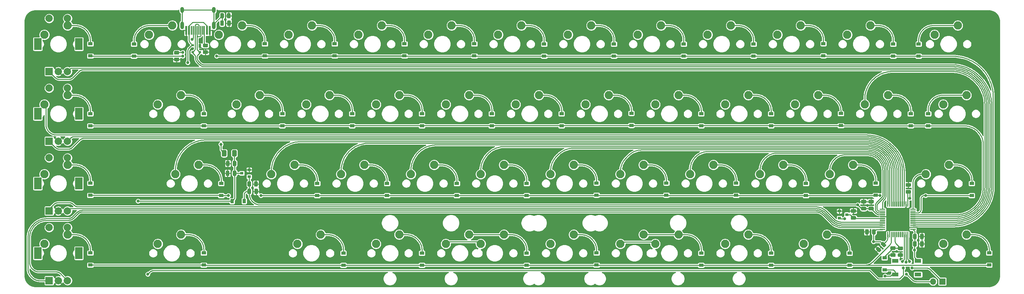
<source format=gbr>
%TF.GenerationSoftware,KiCad,Pcbnew,5.1.9-73d0e3b20d~88~ubuntu20.04.1*%
%TF.CreationDate,2021-02-21T13:43:44-08:00*%
%TF.ProjectId,KB_Lightbar_1,4b425f4c-6967-4687-9462-61725f312e6b,rev?*%
%TF.SameCoordinates,Original*%
%TF.FileFunction,Copper,L2,Bot*%
%TF.FilePolarity,Positive*%
%FSLAX46Y46*%
G04 Gerber Fmt 4.6, Leading zero omitted, Abs format (unit mm)*
G04 Created by KiCad (PCBNEW 5.1.9-73d0e3b20d~88~ubuntu20.04.1) date 2021-02-21 13:43:44*
%MOMM*%
%LPD*%
G01*
G04 APERTURE LIST*
%TA.AperFunction,ComponentPad*%
%ADD10O,1.000000X1.600000*%
%TD*%
%TA.AperFunction,ComponentPad*%
%ADD11O,1.000000X2.100000*%
%TD*%
%TA.AperFunction,SMDPad,CuDef*%
%ADD12R,0.300000X2.450000*%
%TD*%
%TA.AperFunction,SMDPad,CuDef*%
%ADD13R,0.600000X2.450000*%
%TD*%
%TA.AperFunction,ComponentPad*%
%ADD14C,2.250000*%
%TD*%
%TA.AperFunction,ComponentPad*%
%ADD15O,1.700000X1.700000*%
%TD*%
%TA.AperFunction,ComponentPad*%
%ADD16R,1.700000X1.700000*%
%TD*%
%TA.AperFunction,SMDPad,CuDef*%
%ADD17R,0.700000X0.600000*%
%TD*%
%TA.AperFunction,SMDPad,CuDef*%
%ADD18R,0.700000X1.000000*%
%TD*%
%TA.AperFunction,SMDPad,CuDef*%
%ADD19R,1.200000X0.900000*%
%TD*%
%TA.AperFunction,SMDPad,CuDef*%
%ADD20R,0.900000X0.800000*%
%TD*%
%TA.AperFunction,SMDPad,CuDef*%
%ADD21R,1.800000X1.100000*%
%TD*%
%TA.AperFunction,SMDPad,CuDef*%
%ADD22R,0.900000X1.200000*%
%TD*%
%TA.AperFunction,ComponentPad*%
%ADD23C,2.000000*%
%TD*%
%TA.AperFunction,ComponentPad*%
%ADD24R,2.000000X3.200000*%
%TD*%
%TA.AperFunction,ComponentPad*%
%ADD25R,2.000000X2.000000*%
%TD*%
%TA.AperFunction,ViaPad*%
%ADD26C,0.800000*%
%TD*%
%TA.AperFunction,Conductor*%
%ADD27C,0.250000*%
%TD*%
%TA.AperFunction,Conductor*%
%ADD28C,0.254000*%
%TD*%
%TA.AperFunction,Conductor*%
%ADD29C,0.100000*%
%TD*%
G04 APERTURE END LIST*
%TO.P,C1,2*%
%TO.N,GND*%
%TA.AperFunction,SMDPad,CuDef*%
G36*
G01*
X55430000Y241394000D02*
X55430000Y240444000D01*
G75*
G02*
X55180000Y240194000I-250000J0D01*
G01*
X54680000Y240194000D01*
G75*
G02*
X54430000Y240444000I0J250000D01*
G01*
X54430000Y241394000D01*
G75*
G02*
X54680000Y241644000I250000J0D01*
G01*
X55180000Y241644000D01*
G75*
G02*
X55430000Y241394000I0J-250000D01*
G01*
G37*
%TD.AperFunction*%
%TO.P,C1,1*%
%TO.N,+5V*%
%TA.AperFunction,SMDPad,CuDef*%
G36*
G01*
X57330000Y241394000D02*
X57330000Y240444000D01*
G75*
G02*
X57080000Y240194000I-250000J0D01*
G01*
X56580000Y240194000D01*
G75*
G02*
X56330000Y240444000I0J250000D01*
G01*
X56330000Y241394000D01*
G75*
G02*
X56580000Y241644000I250000J0D01*
G01*
X57080000Y241644000D01*
G75*
G02*
X57330000Y241394000I0J-250000D01*
G01*
G37*
%TD.AperFunction*%
%TD*%
%TO.P,C20,2*%
%TO.N,Earth*%
%TA.AperFunction,SMDPad,CuDef*%
G36*
G01*
X53906000Y282415000D02*
X53906000Y281465000D01*
G75*
G02*
X53656000Y281215000I-250000J0D01*
G01*
X53156000Y281215000D01*
G75*
G02*
X52906000Y281465000I0J250000D01*
G01*
X52906000Y282415000D01*
G75*
G02*
X53156000Y282665000I250000J0D01*
G01*
X53656000Y282665000D01*
G75*
G02*
X53906000Y282415000I0J-250000D01*
G01*
G37*
%TD.AperFunction*%
%TO.P,C20,1*%
%TO.N,GND*%
%TA.AperFunction,SMDPad,CuDef*%
G36*
G01*
X55806000Y282415000D02*
X55806000Y281465000D01*
G75*
G02*
X55556000Y281215000I-250000J0D01*
G01*
X55056000Y281215000D01*
G75*
G02*
X54806000Y281465000I0J250000D01*
G01*
X54806000Y282415000D01*
G75*
G02*
X55056000Y282665000I250000J0D01*
G01*
X55556000Y282665000D01*
G75*
G02*
X55806000Y282415000I0J-250000D01*
G01*
G37*
%TD.AperFunction*%
%TD*%
D10*
%TO.P,USB1,13*%
%TO.N,Earth*%
X51151250Y285531250D03*
X42511250Y285531250D03*
D11*
X51151250Y281351250D03*
X42511250Y281351250D03*
D12*
%TO.P,USB1,6*%
%TO.N,D+*%
X46581250Y279936250D03*
%TO.P,USB1,7*%
%TO.N,D-*%
X47081250Y279936250D03*
%TO.P,USB1,8*%
%TO.N,D+*%
X47581250Y279936250D03*
%TO.P,USB1,5*%
%TO.N,D-*%
X46081250Y279936250D03*
%TO.P,USB1,9*%
%TO.N,Net-(USB1-Pad9)*%
X48081250Y279936250D03*
%TO.P,USB1,4*%
%TO.N,Net-(R6-Pad2)*%
X45581250Y279936250D03*
%TO.P,USB1,10*%
%TO.N,Net-(R7-Pad2)*%
X48581250Y279936250D03*
%TO.P,USB1,3*%
%TO.N,Net-(USB1-Pad3)*%
X45081250Y279936250D03*
D13*
%TO.P,USB1,2*%
%TO.N,VCC*%
X44381250Y279936250D03*
%TO.P,USB1,11*%
X49281250Y279936250D03*
%TO.P,USB1,1*%
%TO.N,GND*%
X43606250Y279936250D03*
%TO.P,USB1,12*%
X50056250Y279936250D03*
%TD*%
%TO.P,R3,2*%
%TO.N,Earth*%
%TA.AperFunction,SMDPad,CuDef*%
G36*
G01*
X53932500Y284422002D02*
X53932500Y283521998D01*
G75*
G02*
X53682502Y283272000I-249998J0D01*
G01*
X53157498Y283272000D01*
G75*
G02*
X52907500Y283521998I0J249998D01*
G01*
X52907500Y284422002D01*
G75*
G02*
X53157498Y284672000I249998J0D01*
G01*
X53682502Y284672000D01*
G75*
G02*
X53932500Y284422002I0J-249998D01*
G01*
G37*
%TD.AperFunction*%
%TO.P,R3,1*%
%TO.N,GND*%
%TA.AperFunction,SMDPad,CuDef*%
G36*
G01*
X55757500Y284422002D02*
X55757500Y283521998D01*
G75*
G02*
X55507502Y283272000I-249998J0D01*
G01*
X54982498Y283272000D01*
G75*
G02*
X54732500Y283521998I0J249998D01*
G01*
X54732500Y284422002D01*
G75*
G02*
X54982498Y284672000I249998J0D01*
G01*
X55507502Y284672000D01*
G75*
G02*
X55757500Y284422002I0J-249998D01*
G01*
G37*
%TD.AperFunction*%
%TD*%
D14*
%TO.P,SW33,1*%
%TO.N,COL06*%
X143033750Y240665000D03*
%TO.P,SW33,2*%
%TO.N,Net-(D33-Pad2)*%
X149383750Y243205000D03*
%TD*%
D15*
%TO.P,J1,2*%
%TO.N,SWCLK*%
X247396000Y211328000D03*
D16*
%TO.P,J1,1*%
%TO.N,SWDIO*%
X249936000Y211328000D03*
%TD*%
D17*
%TO.P,D57,3*%
%TO.N,D-*%
X45371000Y274017000D03*
%TO.P,D57,2*%
%TO.N,D+*%
X47371000Y274017000D03*
%TO.P,D57,4*%
%TO.N,VCC*%
X45371000Y275917000D03*
D18*
%TO.P,D57,1*%
%TO.N,GND*%
X47371000Y275717000D03*
%TD*%
D19*
%TO.P,D59,1*%
%TO.N,ROW03*%
X155575000Y215837500D03*
%TO.P,D59,2*%
%TO.N,Net-(D59-Pad2)*%
X155575000Y219137500D03*
%TD*%
D20*
%TO.P,U2,1*%
%TO.N,GND*%
X60817000Y241869000D03*
%TO.P,U2,2*%
%TO.N,+3V3*%
X60817000Y239969000D03*
%TO.P,U2,3*%
%TO.N,+5V*%
X58817000Y240919000D03*
%TD*%
D21*
%TO.P,SW48,4*%
%TO.N,N/C*%
X237109000Y216933000D03*
%TO.P,SW48,3*%
X243309000Y213233000D03*
%TO.P,SW48,2*%
%TO.N,Net-(D58-Pad2)*%
X237109000Y213233000D03*
%TO.P,SW48,1*%
%TO.N,+3V3*%
X243309000Y216933000D03*
%TD*%
%TO.P,R7,1*%
%TO.N,GND*%
%TA.AperFunction,SMDPad,CuDef*%
G36*
G01*
X49345002Y273506500D02*
X48444998Y273506500D01*
G75*
G02*
X48195000Y273756498I0J249998D01*
G01*
X48195000Y274281502D01*
G75*
G02*
X48444998Y274531500I249998J0D01*
G01*
X49345002Y274531500D01*
G75*
G02*
X49595000Y274281502I0J-249998D01*
G01*
X49595000Y273756498D01*
G75*
G02*
X49345002Y273506500I-249998J0D01*
G01*
G37*
%TD.AperFunction*%
%TO.P,R7,2*%
%TO.N,Net-(R7-Pad2)*%
%TA.AperFunction,SMDPad,CuDef*%
G36*
G01*
X49345002Y275331500D02*
X48444998Y275331500D01*
G75*
G02*
X48195000Y275581498I0J249998D01*
G01*
X48195000Y276106502D01*
G75*
G02*
X48444998Y276356500I249998J0D01*
G01*
X49345002Y276356500D01*
G75*
G02*
X49595000Y276106502I0J-249998D01*
G01*
X49595000Y275581498D01*
G75*
G02*
X49345002Y275331500I-249998J0D01*
G01*
G37*
%TD.AperFunction*%
%TD*%
%TO.P,R6,1*%
%TO.N,GND*%
%TA.AperFunction,SMDPad,CuDef*%
G36*
G01*
X41471002Y271521500D02*
X40570998Y271521500D01*
G75*
G02*
X40321000Y271771498I0J249998D01*
G01*
X40321000Y272296502D01*
G75*
G02*
X40570998Y272546500I249998J0D01*
G01*
X41471002Y272546500D01*
G75*
G02*
X41721000Y272296502I0J-249998D01*
G01*
X41721000Y271771498D01*
G75*
G02*
X41471002Y271521500I-249998J0D01*
G01*
G37*
%TD.AperFunction*%
%TO.P,R6,2*%
%TO.N,Net-(R6-Pad2)*%
%TA.AperFunction,SMDPad,CuDef*%
G36*
G01*
X41471002Y273346500D02*
X40570998Y273346500D01*
G75*
G02*
X40321000Y273596498I0J249998D01*
G01*
X40321000Y274121502D01*
G75*
G02*
X40570998Y274371500I249998J0D01*
G01*
X41471002Y274371500D01*
G75*
G02*
X41721000Y274121502I0J-249998D01*
G01*
X41721000Y273596498D01*
G75*
G02*
X41471002Y273346500I-249998J0D01*
G01*
G37*
%TD.AperFunction*%
%TD*%
%TO.P,R5,1*%
%TO.N,BOOT0*%
%TA.AperFunction,SMDPad,CuDef*%
G36*
G01*
X238055998Y220904500D02*
X238956002Y220904500D01*
G75*
G02*
X239206000Y220654502I0J-249998D01*
G01*
X239206000Y220129498D01*
G75*
G02*
X238956002Y219879500I-249998J0D01*
G01*
X238055998Y219879500D01*
G75*
G02*
X237806000Y220129498I0J249998D01*
G01*
X237806000Y220654502D01*
G75*
G02*
X238055998Y220904500I249998J0D01*
G01*
G37*
%TD.AperFunction*%
%TO.P,R5,2*%
%TO.N,GND*%
%TA.AperFunction,SMDPad,CuDef*%
G36*
G01*
X238055998Y219079500D02*
X238956002Y219079500D01*
G75*
G02*
X239206000Y218829502I0J-249998D01*
G01*
X239206000Y218304498D01*
G75*
G02*
X238956002Y218054500I-249998J0D01*
G01*
X238055998Y218054500D01*
G75*
G02*
X237806000Y218304498I0J249998D01*
G01*
X237806000Y218829502D01*
G75*
G02*
X238055998Y219079500I249998J0D01*
G01*
G37*
%TD.AperFunction*%
%TD*%
%TO.P,R2,1*%
%TO.N,+3V3*%
%TA.AperFunction,SMDPad,CuDef*%
G36*
G01*
X60320500Y237547998D02*
X60320500Y238448002D01*
G75*
G02*
X60570498Y238698000I249998J0D01*
G01*
X61095502Y238698000D01*
G75*
G02*
X61345500Y238448002I0J-249998D01*
G01*
X61345500Y237547998D01*
G75*
G02*
X61095502Y237298000I-249998J0D01*
G01*
X60570498Y237298000D01*
G75*
G02*
X60320500Y237547998I0J249998D01*
G01*
G37*
%TD.AperFunction*%
%TO.P,R2,2*%
%TO.N,GND*%
%TA.AperFunction,SMDPad,CuDef*%
G36*
G01*
X62145500Y237547998D02*
X62145500Y238448002D01*
G75*
G02*
X62395498Y238698000I249998J0D01*
G01*
X62920502Y238698000D01*
G75*
G02*
X63170500Y238448002I0J-249998D01*
G01*
X63170500Y237547998D01*
G75*
G02*
X62920502Y237298000I-249998J0D01*
G01*
X62395498Y237298000D01*
G75*
G02*
X62145500Y237547998I0J249998D01*
G01*
G37*
%TD.AperFunction*%
%TD*%
%TO.P,R1,1*%
%TO.N,+5V*%
%TA.AperFunction,SMDPad,CuDef*%
G36*
G01*
X57328500Y244036002D02*
X57328500Y243135998D01*
G75*
G02*
X57078502Y242886000I-249998J0D01*
G01*
X56553498Y242886000D01*
G75*
G02*
X56303500Y243135998I0J249998D01*
G01*
X56303500Y244036002D01*
G75*
G02*
X56553498Y244286000I249998J0D01*
G01*
X57078502Y244286000D01*
G75*
G02*
X57328500Y244036002I0J-249998D01*
G01*
G37*
%TD.AperFunction*%
%TO.P,R1,2*%
%TO.N,GND*%
%TA.AperFunction,SMDPad,CuDef*%
G36*
G01*
X55503500Y244036002D02*
X55503500Y243135998D01*
G75*
G02*
X55253502Y242886000I-249998J0D01*
G01*
X54728498Y242886000D01*
G75*
G02*
X54478500Y243135998I0J249998D01*
G01*
X54478500Y244036002D01*
G75*
G02*
X54728498Y244286000I249998J0D01*
G01*
X55253502Y244286000D01*
G75*
G02*
X55503500Y244036002I0J-249998D01*
G01*
G37*
%TD.AperFunction*%
%TD*%
D20*
%TO.P,Q1,1*%
%TO.N,Net-(D58-Pad2)*%
X221869000Y228666000D03*
%TO.P,Q1,2*%
%TO.N,GND*%
X221869000Y230566000D03*
%TO.P,Q1,3*%
%TO.N,NRST*%
X223869000Y229616000D03*
%TD*%
%TO.P,F1,1*%
%TO.N,+5V*%
%TA.AperFunction,SMDPad,CuDef*%
G36*
G01*
X57400000Y247005000D02*
X57400000Y245755000D01*
G75*
G02*
X57150000Y245505000I-250000J0D01*
G01*
X56400000Y245505000D01*
G75*
G02*
X56150000Y245755000I0J250000D01*
G01*
X56150000Y247005000D01*
G75*
G02*
X56400000Y247255000I250000J0D01*
G01*
X57150000Y247255000D01*
G75*
G02*
X57400000Y247005000I0J-250000D01*
G01*
G37*
%TD.AperFunction*%
%TO.P,F1,2*%
%TO.N,VCC*%
%TA.AperFunction,SMDPad,CuDef*%
G36*
G01*
X54600000Y247005000D02*
X54600000Y245755000D01*
G75*
G02*
X54350000Y245505000I-250000J0D01*
G01*
X53600000Y245505000D01*
G75*
G02*
X53350000Y245755000I0J250000D01*
G01*
X53350000Y247005000D01*
G75*
G02*
X53600000Y247255000I250000J0D01*
G01*
X54350000Y247255000D01*
G75*
G02*
X54600000Y247005000I0J-250000D01*
G01*
G37*
%TD.AperFunction*%
%TD*%
D19*
%TO.P,D58,1*%
%TO.N,BOOT0*%
X234188000Y217805000D03*
%TO.P,D58,2*%
%TO.N,Net-(D58-Pad2)*%
X234188000Y214505000D03*
%TD*%
D22*
%TO.P,D52,1*%
%TO.N,+5V*%
X56136000Y233299000D03*
%TO.P,D52,2*%
%TO.N,+3V3*%
X59436000Y233299000D03*
%TD*%
D19*
%TO.P,D47,1*%
%TO.N,ROW03*%
X262731250Y215837500D03*
%TO.P,D47,2*%
%TO.N,Net-(D47-Pad2)*%
X262731250Y219137500D03*
%TD*%
%TO.P,D46,1*%
%TO.N,ROW03*%
X224631250Y215775000D03*
%TO.P,D46,2*%
%TO.N,Net-(D46-Pad2)*%
X224631250Y219075000D03*
%TD*%
%TO.P,D45,1*%
%TO.N,ROW03*%
X203200000Y215775000D03*
%TO.P,D45,2*%
%TO.N,Net-(D45-Pad2)*%
X203200000Y219075000D03*
%TD*%
%TO.P,D44,1*%
%TO.N,ROW03*%
X184150000Y215775000D03*
%TO.P,D44,2*%
%TO.N,Net-(D44-Pad2)*%
X184150000Y219075000D03*
%TD*%
%TO.P,D43,1*%
%TO.N,ROW03*%
X136525000Y215775000D03*
%TO.P,D43,2*%
%TO.N,Net-(D43-Pad2)*%
X136525000Y219075000D03*
%TD*%
%TO.P,D42,1*%
%TO.N,ROW03*%
X107950000Y215775000D03*
%TO.P,D42,2*%
%TO.N,Net-(D42-Pad2)*%
X107950000Y219075000D03*
%TD*%
%TO.P,D41,1*%
%TO.N,ROW03*%
X86518750Y215775000D03*
%TO.P,D41,2*%
%TO.N,Net-(D41-Pad2)*%
X86518750Y219075000D03*
%TD*%
%TO.P,D40,1*%
%TO.N,ROW03*%
X48418750Y215837500D03*
%TO.P,D40,2*%
%TO.N,Net-(D40-Pad2)*%
X48418750Y219137500D03*
%TD*%
%TO.P,D39,1*%
%TO.N,ROW03*%
X17462500Y215837500D03*
%TO.P,D39,2*%
%TO.N,ENC4_R*%
X17462500Y219137500D03*
%TD*%
%TO.P,D38,1*%
%TO.N,ROW02*%
X257968750Y234825000D03*
%TO.P,D38,2*%
%TO.N,Net-(D38-Pad2)*%
X257968750Y238125000D03*
%TD*%
%TO.P,D37,1*%
%TO.N,ROW02*%
X231775000Y234887500D03*
%TO.P,D37,2*%
%TO.N,Net-(D37-Pad2)*%
X231775000Y238187500D03*
%TD*%
%TO.P,D36,1*%
%TO.N,ROW02*%
X212725000Y234825000D03*
%TO.P,D36,2*%
%TO.N,Net-(D36-Pad2)*%
X212725000Y238125000D03*
%TD*%
%TO.P,D35,1*%
%TO.N,ROW02*%
X193675000Y234887500D03*
%TO.P,D35,2*%
%TO.N,Net-(D35-Pad2)*%
X193675000Y238187500D03*
%TD*%
%TO.P,D34,1*%
%TO.N,ROW02*%
X174625000Y234950000D03*
%TO.P,D34,2*%
%TO.N,Net-(D34-Pad2)*%
X174625000Y238250000D03*
%TD*%
%TO.P,D33,1*%
%TO.N,ROW02*%
X155575000Y234950000D03*
%TO.P,D33,2*%
%TO.N,Net-(D33-Pad2)*%
X155575000Y238250000D03*
%TD*%
%TO.P,D32,1*%
%TO.N,ROW02*%
X136525000Y234825000D03*
%TO.P,D32,2*%
%TO.N,Net-(D32-Pad2)*%
X136525000Y238125000D03*
%TD*%
%TO.P,D31,1*%
%TO.N,ROW02*%
X117475000Y234825000D03*
%TO.P,D31,2*%
%TO.N,Net-(D31-Pad2)*%
X117475000Y238125000D03*
%TD*%
%TO.P,D30,1*%
%TO.N,ROW02*%
X98425000Y234825000D03*
%TO.P,D30,2*%
%TO.N,Net-(D30-Pad2)*%
X98425000Y238125000D03*
%TD*%
%TO.P,D29,1*%
%TO.N,ROW02*%
X79375000Y234825000D03*
%TO.P,D29,2*%
%TO.N,Net-(D29-Pad2)*%
X79375000Y238125000D03*
%TD*%
%TO.P,D28,1*%
%TO.N,ROW02*%
X53181250Y234825000D03*
%TO.P,D28,2*%
%TO.N,Net-(D28-Pad2)*%
X53181250Y238125000D03*
%TD*%
%TO.P,D27,1*%
%TO.N,ROW02*%
X17462500Y234887500D03*
%TO.P,D27,2*%
%TO.N,ENC3_R*%
X17462500Y238187500D03*
%TD*%
%TO.P,D26,1*%
%TO.N,ROW01*%
X246062500Y253875000D03*
%TO.P,D26,2*%
%TO.N,Net-(D26-Pad2)*%
X246062500Y257175000D03*
%TD*%
%TO.P,D25,1*%
%TO.N,ROW01*%
X241300000Y253875000D03*
%TO.P,D25,2*%
%TO.N,Net-(D25-Pad2)*%
X241300000Y257175000D03*
%TD*%
%TO.P,D24,1*%
%TO.N,ROW01*%
X222250000Y253937500D03*
%TO.P,D24,2*%
%TO.N,Net-(D24-Pad2)*%
X222250000Y257237500D03*
%TD*%
%TO.P,D23,1*%
%TO.N,ROW01*%
X203200000Y253875000D03*
%TO.P,D23,2*%
%TO.N,Net-(D23-Pad2)*%
X203200000Y257175000D03*
%TD*%
%TO.P,D22,1*%
%TO.N,ROW01*%
X184150000Y253875000D03*
%TO.P,D22,2*%
%TO.N,Net-(D22-Pad2)*%
X184150000Y257175000D03*
%TD*%
%TO.P,D21,1*%
%TO.N,ROW01*%
X165100000Y254000000D03*
%TO.P,D21,2*%
%TO.N,Net-(D21-Pad2)*%
X165100000Y257300000D03*
%TD*%
%TO.P,D20,1*%
%TO.N,ROW01*%
X146050000Y253875000D03*
%TO.P,D20,2*%
%TO.N,Net-(D20-Pad2)*%
X146050000Y257175000D03*
%TD*%
%TO.P,D19,1*%
%TO.N,ROW01*%
X127000000Y253875000D03*
%TO.P,D19,2*%
%TO.N,Net-(D19-Pad2)*%
X127000000Y257175000D03*
%TD*%
%TO.P,D18,1*%
%TO.N,ROW01*%
X107950000Y253875000D03*
%TO.P,D18,2*%
%TO.N,Net-(D18-Pad2)*%
X107950000Y257175000D03*
%TD*%
%TO.P,D17,1*%
%TO.N,ROW01*%
X88900000Y253875000D03*
%TO.P,D17,2*%
%TO.N,Net-(D17-Pad2)*%
X88900000Y257175000D03*
%TD*%
%TO.P,D16,1*%
%TO.N,ROW01*%
X69850000Y253875000D03*
%TO.P,D16,2*%
%TO.N,Net-(D16-Pad2)*%
X69850000Y257175000D03*
%TD*%
%TO.P,D15,1*%
%TO.N,ROW01*%
X48418750Y253875000D03*
%TO.P,D15,2*%
%TO.N,Net-(D15-Pad2)*%
X48418750Y257175000D03*
%TD*%
%TO.P,D14,1*%
%TO.N,ROW01*%
X17462500Y253875000D03*
%TO.P,D14,2*%
%TO.N,ENC2_R*%
X17462500Y257175000D03*
%TD*%
%TO.P,D13,1*%
%TO.N,ROW00*%
X243459000Y272923000D03*
%TO.P,D13,2*%
%TO.N,Net-(D13-Pad2)*%
X243459000Y276223000D03*
%TD*%
%TO.P,D12,1*%
%TO.N,ROW00*%
X236537500Y272925000D03*
%TO.P,D12,2*%
%TO.N,Net-(D12-Pad2)*%
X236537500Y276225000D03*
%TD*%
%TO.P,D11,1*%
%TO.N,ROW00*%
X217487500Y273050000D03*
%TO.P,D11,2*%
%TO.N,Net-(D11-Pad2)*%
X217487500Y276350000D03*
%TD*%
%TO.P,D10,1*%
%TO.N,ROW00*%
X198437500Y272925000D03*
%TO.P,D10,2*%
%TO.N,Net-(D10-Pad2)*%
X198437500Y276225000D03*
%TD*%
%TO.P,D9,1*%
%TO.N,ROW00*%
X179387500Y272925000D03*
%TO.P,D9,2*%
%TO.N,Net-(D9-Pad2)*%
X179387500Y276225000D03*
%TD*%
%TO.P,D8,1*%
%TO.N,ROW00*%
X160337500Y272925000D03*
%TO.P,D8,2*%
%TO.N,Net-(D8-Pad2)*%
X160337500Y276225000D03*
%TD*%
%TO.P,D7,1*%
%TO.N,ROW00*%
X141287500Y272925000D03*
%TO.P,D7,2*%
%TO.N,Net-(D7-Pad2)*%
X141287500Y276225000D03*
%TD*%
%TO.P,D6,1*%
%TO.N,ROW00*%
X122237500Y272987500D03*
%TO.P,D6,2*%
%TO.N,Net-(D6-Pad2)*%
X122237500Y276287500D03*
%TD*%
%TO.P,D5,1*%
%TO.N,ROW00*%
X103187500Y272987500D03*
%TO.P,D5,2*%
%TO.N,Net-(D5-Pad2)*%
X103187500Y276287500D03*
%TD*%
%TO.P,D4,1*%
%TO.N,ROW00*%
X84137500Y272987500D03*
%TO.P,D4,2*%
%TO.N,Net-(D4-Pad2)*%
X84137500Y276287500D03*
%TD*%
%TO.P,D3,1*%
%TO.N,ROW00*%
X65087500Y272987500D03*
%TO.P,D3,2*%
%TO.N,Net-(D3-Pad2)*%
X65087500Y276287500D03*
%TD*%
%TO.P,D2,1*%
%TO.N,ROW00*%
X29368750Y272925000D03*
%TO.P,D2,2*%
%TO.N,Net-(D2-Pad2)*%
X29368750Y276225000D03*
%TD*%
%TO.P,D1,1*%
%TO.N,ROW00*%
X17462500Y272987500D03*
%TO.P,D1,2*%
%TO.N,ENC1_R*%
X17462500Y276287500D03*
%TD*%
%TO.P,C11,1*%
%TO.N,+3V3*%
%TA.AperFunction,SMDPad,CuDef*%
G36*
G01*
X230980000Y230772001D02*
X230030000Y230772001D01*
G75*
G02*
X229780000Y231022001I0J250000D01*
G01*
X229780000Y231522001D01*
G75*
G02*
X230030000Y231772001I250000J0D01*
G01*
X230980000Y231772001D01*
G75*
G02*
X231230000Y231522001I0J-250000D01*
G01*
X231230000Y231022001D01*
G75*
G02*
X230980000Y230772001I-250000J0D01*
G01*
G37*
%TD.AperFunction*%
%TO.P,C11,2*%
%TO.N,GND*%
%TA.AperFunction,SMDPad,CuDef*%
G36*
G01*
X230980000Y232672001D02*
X230030000Y232672001D01*
G75*
G02*
X229780000Y232922001I0J250000D01*
G01*
X229780000Y233422001D01*
G75*
G02*
X230030000Y233672001I250000J0D01*
G01*
X230980000Y233672001D01*
G75*
G02*
X231230000Y233422001I0J-250000D01*
G01*
X231230000Y232922001D01*
G75*
G02*
X230980000Y232672001I-250000J0D01*
G01*
G37*
%TD.AperFunction*%
%TD*%
%TO.P,C10,1*%
%TO.N,+3V3*%
%TA.AperFunction,SMDPad,CuDef*%
G36*
G01*
X231767001Y225392000D02*
X231767001Y224442000D01*
G75*
G02*
X231517001Y224192000I-250000J0D01*
G01*
X231017001Y224192000D01*
G75*
G02*
X230767001Y224442000I0J250000D01*
G01*
X230767001Y225392000D01*
G75*
G02*
X231017001Y225642000I250000J0D01*
G01*
X231517001Y225642000D01*
G75*
G02*
X231767001Y225392000I0J-250000D01*
G01*
G37*
%TD.AperFunction*%
%TO.P,C10,2*%
%TO.N,GND*%
%TA.AperFunction,SMDPad,CuDef*%
G36*
G01*
X229867001Y225392000D02*
X229867001Y224442000D01*
G75*
G02*
X229617001Y224192000I-250000J0D01*
G01*
X229117001Y224192000D01*
G75*
G02*
X228867001Y224442000I0J250000D01*
G01*
X228867001Y225392000D01*
G75*
G02*
X229117001Y225642000I250000J0D01*
G01*
X229617001Y225642000D01*
G75*
G02*
X229867001Y225392000I0J-250000D01*
G01*
G37*
%TD.AperFunction*%
%TD*%
%TO.P,C9,1*%
%TO.N,+3V3*%
%TA.AperFunction,SMDPad,CuDef*%
G36*
G01*
X241948001Y221140000D02*
X241948001Y222090000D01*
G75*
G02*
X242198001Y222340000I250000J0D01*
G01*
X242698001Y222340000D01*
G75*
G02*
X242948001Y222090000I0J-250000D01*
G01*
X242948001Y221140000D01*
G75*
G02*
X242698001Y220890000I-250000J0D01*
G01*
X242198001Y220890000D01*
G75*
G02*
X241948001Y221140000I0J250000D01*
G01*
G37*
%TD.AperFunction*%
%TO.P,C9,2*%
%TO.N,GND*%
%TA.AperFunction,SMDPad,CuDef*%
G36*
G01*
X243848001Y221140000D02*
X243848001Y222090000D01*
G75*
G02*
X244098001Y222340000I250000J0D01*
G01*
X244598001Y222340000D01*
G75*
G02*
X244848001Y222090000I0J-250000D01*
G01*
X244848001Y221140000D01*
G75*
G02*
X244598001Y220890000I-250000J0D01*
G01*
X244098001Y220890000D01*
G75*
G02*
X243848001Y221140000I0J250000D01*
G01*
G37*
%TD.AperFunction*%
%TD*%
%TO.P,C8,1*%
%TO.N,NRST*%
%TA.AperFunction,SMDPad,CuDef*%
G36*
G01*
X226154000Y228232001D02*
X225204000Y228232001D01*
G75*
G02*
X224954000Y228482001I0J250000D01*
G01*
X224954000Y228982001D01*
G75*
G02*
X225204000Y229232001I250000J0D01*
G01*
X226154000Y229232001D01*
G75*
G02*
X226404000Y228982001I0J-250000D01*
G01*
X226404000Y228482001D01*
G75*
G02*
X226154000Y228232001I-250000J0D01*
G01*
G37*
%TD.AperFunction*%
%TO.P,C8,2*%
%TO.N,GND*%
%TA.AperFunction,SMDPad,CuDef*%
G36*
G01*
X226154000Y230132001D02*
X225204000Y230132001D01*
G75*
G02*
X224954000Y230382001I0J250000D01*
G01*
X224954000Y230882001D01*
G75*
G02*
X225204000Y231132001I250000J0D01*
G01*
X226154000Y231132001D01*
G75*
G02*
X226404000Y230882001I0J-250000D01*
G01*
X226404000Y230382001D01*
G75*
G02*
X226154000Y230132001I-250000J0D01*
G01*
G37*
%TD.AperFunction*%
%TD*%
%TO.P,C7,1*%
%TO.N,+3V3*%
%TA.AperFunction,SMDPad,CuDef*%
G36*
G01*
X228948000Y230772000D02*
X227998000Y230772000D01*
G75*
G02*
X227748000Y231022000I0J250000D01*
G01*
X227748000Y231522000D01*
G75*
G02*
X227998000Y231772000I250000J0D01*
G01*
X228948000Y231772000D01*
G75*
G02*
X229198000Y231522000I0J-250000D01*
G01*
X229198000Y231022000D01*
G75*
G02*
X228948000Y230772000I-250000J0D01*
G01*
G37*
%TD.AperFunction*%
%TO.P,C7,2*%
%TO.N,GND*%
%TA.AperFunction,SMDPad,CuDef*%
G36*
G01*
X228948000Y232672000D02*
X227998000Y232672000D01*
G75*
G02*
X227748000Y232922000I0J250000D01*
G01*
X227748000Y233422000D01*
G75*
G02*
X227998000Y233672000I250000J0D01*
G01*
X228948000Y233672000D01*
G75*
G02*
X229198000Y233422000I0J-250000D01*
G01*
X229198000Y232922000D01*
G75*
G02*
X228948000Y232672000I-250000J0D01*
G01*
G37*
%TD.AperFunction*%
%TD*%
%TO.P,C6,1*%
%TO.N,+3V3*%
%TA.AperFunction,SMDPad,CuDef*%
G36*
G01*
X241948001Y223172000D02*
X241948001Y224122000D01*
G75*
G02*
X242198001Y224372000I250000J0D01*
G01*
X242698001Y224372000D01*
G75*
G02*
X242948001Y224122000I0J-250000D01*
G01*
X242948001Y223172000D01*
G75*
G02*
X242698001Y222922000I-250000J0D01*
G01*
X242198001Y222922000D01*
G75*
G02*
X241948001Y223172000I0J250000D01*
G01*
G37*
%TD.AperFunction*%
%TO.P,C6,2*%
%TO.N,GND*%
%TA.AperFunction,SMDPad,CuDef*%
G36*
G01*
X243848001Y223172000D02*
X243848001Y224122000D01*
G75*
G02*
X244098001Y224372000I250000J0D01*
G01*
X244598001Y224372000D01*
G75*
G02*
X244848001Y224122000I0J-250000D01*
G01*
X244848001Y223172000D01*
G75*
G02*
X244598001Y222922000I-250000J0D01*
G01*
X244098001Y222922000D01*
G75*
G02*
X243848001Y223172000I0J250000D01*
G01*
G37*
%TD.AperFunction*%
%TD*%
%TO.P,C5,1*%
%TO.N,+3V3*%
%TA.AperFunction,SMDPad,CuDef*%
G36*
G01*
X233898180Y222123931D02*
X234569931Y221452180D01*
G75*
G02*
X234569931Y221098626I-176777J-176777D01*
G01*
X234216378Y220745073D01*
G75*
G02*
X233862824Y220745073I-176777J176777D01*
G01*
X233191073Y221416824D01*
G75*
G02*
X233191073Y221770378I176777J176777D01*
G01*
X233544626Y222123931D01*
G75*
G02*
X233898180Y222123931I176777J-176777D01*
G01*
G37*
%TD.AperFunction*%
%TO.P,C5,2*%
%TO.N,GND*%
%TA.AperFunction,SMDPad,CuDef*%
G36*
G01*
X232554678Y220780429D02*
X233226429Y220108678D01*
G75*
G02*
X233226429Y219755124I-176777J-176777D01*
G01*
X232872876Y219401571D01*
G75*
G02*
X232519322Y219401571I-176777J176777D01*
G01*
X231847571Y220073322D01*
G75*
G02*
X231847571Y220426876I176777J176777D01*
G01*
X232201124Y220780429D01*
G75*
G02*
X232554678Y220780429I176777J-176777D01*
G01*
G37*
%TD.AperFunction*%
%TD*%
%TO.P,C4,1*%
%TO.N,+3V3*%
%TA.AperFunction,SMDPad,CuDef*%
G36*
G01*
X241140000Y235339000D02*
X240190000Y235339000D01*
G75*
G02*
X239940000Y235589000I0J250000D01*
G01*
X239940000Y236089000D01*
G75*
G02*
X240190000Y236339000I250000J0D01*
G01*
X241140000Y236339000D01*
G75*
G02*
X241390000Y236089000I0J-250000D01*
G01*
X241390000Y235589000D01*
G75*
G02*
X241140000Y235339000I-250000J0D01*
G01*
G37*
%TD.AperFunction*%
%TO.P,C4,2*%
%TO.N,GND*%
%TA.AperFunction,SMDPad,CuDef*%
G36*
G01*
X241140000Y237239000D02*
X240190000Y237239000D01*
G75*
G02*
X239940000Y237489000I0J250000D01*
G01*
X239940000Y237989000D01*
G75*
G02*
X240190000Y238239000I250000J0D01*
G01*
X241140000Y238239000D01*
G75*
G02*
X241390000Y237989000I0J-250000D01*
G01*
X241390000Y237489000D01*
G75*
G02*
X241140000Y237239000I-250000J0D01*
G01*
G37*
%TD.AperFunction*%
%TD*%
%TO.P,C3,1*%
%TO.N,GND*%
%TA.AperFunction,SMDPad,CuDef*%
G36*
G01*
X236949000Y218072001D02*
X235999000Y218072001D01*
G75*
G02*
X235749000Y218322001I0J250000D01*
G01*
X235749000Y218822001D01*
G75*
G02*
X235999000Y219072001I250000J0D01*
G01*
X236949000Y219072001D01*
G75*
G02*
X237199000Y218822001I0J-250000D01*
G01*
X237199000Y218322001D01*
G75*
G02*
X236949000Y218072001I-250000J0D01*
G01*
G37*
%TD.AperFunction*%
%TO.P,C3,2*%
%TO.N,BOOT0*%
%TA.AperFunction,SMDPad,CuDef*%
G36*
G01*
X236949000Y219972001D02*
X235999000Y219972001D01*
G75*
G02*
X235749000Y220222001I0J250000D01*
G01*
X235749000Y220722001D01*
G75*
G02*
X235999000Y220972001I250000J0D01*
G01*
X236949000Y220972001D01*
G75*
G02*
X237199000Y220722001I0J-250000D01*
G01*
X237199000Y220222001D01*
G75*
G02*
X236949000Y219972001I-250000J0D01*
G01*
G37*
%TD.AperFunction*%
%TD*%
%TO.P,C2,1*%
%TO.N,+3V3*%
%TA.AperFunction,SMDPad,CuDef*%
G36*
G01*
X60332999Y235491000D02*
X60332999Y236441000D01*
G75*
G02*
X60582999Y236691000I250000J0D01*
G01*
X61082999Y236691000D01*
G75*
G02*
X61332999Y236441000I0J-250000D01*
G01*
X61332999Y235491000D01*
G75*
G02*
X61082999Y235241000I-250000J0D01*
G01*
X60582999Y235241000D01*
G75*
G02*
X60332999Y235491000I0J250000D01*
G01*
G37*
%TD.AperFunction*%
%TO.P,C2,2*%
%TO.N,GND*%
%TA.AperFunction,SMDPad,CuDef*%
G36*
G01*
X62232999Y235491000D02*
X62232999Y236441000D01*
G75*
G02*
X62482999Y236691000I250000J0D01*
G01*
X62982999Y236691000D01*
G75*
G02*
X63232999Y236441000I0J-250000D01*
G01*
X63232999Y235491000D01*
G75*
G02*
X62982999Y235241000I-250000J0D01*
G01*
X62482999Y235241000D01*
G75*
G02*
X62232999Y235491000I0J250000D01*
G01*
G37*
%TD.AperFunction*%
%TD*%
D14*
%TO.P,SW51,1*%
%TO.N,COL06*%
X143033750Y221615000D03*
%TO.P,SW51,2*%
%TO.N,Net-(D59-Pad2)*%
X149383750Y224155000D03*
%TD*%
%TO.P,SW50,2*%
%TO.N,Net-(D44-Pad2)*%
X177958750Y224155000D03*
%TO.P,SW50,1*%
%TO.N,COL07*%
X171608750Y221615000D03*
%TD*%
%TO.P,SW49,2*%
%TO.N,Net-(D43-Pad2)*%
X120808750Y224155000D03*
%TO.P,SW49,1*%
%TO.N,COL05*%
X114458750Y221615000D03*
%TD*%
%TO.P,SW26,1*%
%TO.N,COL12*%
X250190000Y259715000D03*
%TO.P,SW26,2*%
%TO.N,Net-(D26-Pad2)*%
X256540000Y262255000D03*
%TD*%
%TO.P,U1,1*%
%TO.N,+3V3*%
%TA.AperFunction,SMDPad,CuDef*%
G36*
G01*
X232871449Y225503785D02*
X232871449Y225653785D01*
G75*
G02*
X232946449Y225728785I75000J0D01*
G01*
X234271449Y225728785D01*
G75*
G02*
X234346449Y225653785I0J-75000D01*
G01*
X234346449Y225503785D01*
G75*
G02*
X234271449Y225428785I-75000J0D01*
G01*
X232946449Y225428785D01*
G75*
G02*
X232871449Y225503785I0J75000D01*
G01*
G37*
%TD.AperFunction*%
%TO.P,U1,2*%
%TO.N,ENC4_B*%
%TA.AperFunction,SMDPad,CuDef*%
G36*
G01*
X232871449Y226003785D02*
X232871449Y226153785D01*
G75*
G02*
X232946449Y226228785I75000J0D01*
G01*
X234271449Y226228785D01*
G75*
G02*
X234346449Y226153785I0J-75000D01*
G01*
X234346449Y226003785D01*
G75*
G02*
X234271449Y225928785I-75000J0D01*
G01*
X232946449Y225928785D01*
G75*
G02*
X232871449Y226003785I0J75000D01*
G01*
G37*
%TD.AperFunction*%
%TO.P,U1,3*%
%TO.N,ENC4_A*%
%TA.AperFunction,SMDPad,CuDef*%
G36*
G01*
X232871449Y226503785D02*
X232871449Y226653785D01*
G75*
G02*
X232946449Y226728785I75000J0D01*
G01*
X234271449Y226728785D01*
G75*
G02*
X234346449Y226653785I0J-75000D01*
G01*
X234346449Y226503785D01*
G75*
G02*
X234271449Y226428785I-75000J0D01*
G01*
X232946449Y226428785D01*
G75*
G02*
X232871449Y226503785I0J75000D01*
G01*
G37*
%TD.AperFunction*%
%TO.P,U1,4*%
%TO.N,ENC3_B*%
%TA.AperFunction,SMDPad,CuDef*%
G36*
G01*
X232871449Y227003785D02*
X232871449Y227153785D01*
G75*
G02*
X232946449Y227228785I75000J0D01*
G01*
X234271449Y227228785D01*
G75*
G02*
X234346449Y227153785I0J-75000D01*
G01*
X234346449Y227003785D01*
G75*
G02*
X234271449Y226928785I-75000J0D01*
G01*
X232946449Y226928785D01*
G75*
G02*
X232871449Y227003785I0J75000D01*
G01*
G37*
%TD.AperFunction*%
%TO.P,U1,5*%
%TO.N,ENC3_A*%
%TA.AperFunction,SMDPad,CuDef*%
G36*
G01*
X232871449Y227503785D02*
X232871449Y227653785D01*
G75*
G02*
X232946449Y227728785I75000J0D01*
G01*
X234271449Y227728785D01*
G75*
G02*
X234346449Y227653785I0J-75000D01*
G01*
X234346449Y227503785D01*
G75*
G02*
X234271449Y227428785I-75000J0D01*
G01*
X232946449Y227428785D01*
G75*
G02*
X232871449Y227503785I0J75000D01*
G01*
G37*
%TD.AperFunction*%
%TO.P,U1,6*%
%TO.N,Net-(U1-Pad6)*%
%TA.AperFunction,SMDPad,CuDef*%
G36*
G01*
X232871449Y228003785D02*
X232871449Y228153785D01*
G75*
G02*
X232946449Y228228785I75000J0D01*
G01*
X234271449Y228228785D01*
G75*
G02*
X234346449Y228153785I0J-75000D01*
G01*
X234346449Y228003785D01*
G75*
G02*
X234271449Y227928785I-75000J0D01*
G01*
X232946449Y227928785D01*
G75*
G02*
X232871449Y228003785I0J75000D01*
G01*
G37*
%TD.AperFunction*%
%TO.P,U1,7*%
%TO.N,NRST*%
%TA.AperFunction,SMDPad,CuDef*%
G36*
G01*
X232871449Y228503785D02*
X232871449Y228653785D01*
G75*
G02*
X232946449Y228728785I75000J0D01*
G01*
X234271449Y228728785D01*
G75*
G02*
X234346449Y228653785I0J-75000D01*
G01*
X234346449Y228503785D01*
G75*
G02*
X234271449Y228428785I-75000J0D01*
G01*
X232946449Y228428785D01*
G75*
G02*
X232871449Y228503785I0J75000D01*
G01*
G37*
%TD.AperFunction*%
%TO.P,U1,8*%
%TO.N,GND*%
%TA.AperFunction,SMDPad,CuDef*%
G36*
G01*
X232871449Y229003785D02*
X232871449Y229153785D01*
G75*
G02*
X232946449Y229228785I75000J0D01*
G01*
X234271449Y229228785D01*
G75*
G02*
X234346449Y229153785I0J-75000D01*
G01*
X234346449Y229003785D01*
G75*
G02*
X234271449Y228928785I-75000J0D01*
G01*
X232946449Y228928785D01*
G75*
G02*
X232871449Y229003785I0J75000D01*
G01*
G37*
%TD.AperFunction*%
%TO.P,U1,9*%
%TO.N,+3V3*%
%TA.AperFunction,SMDPad,CuDef*%
G36*
G01*
X232871449Y229503785D02*
X232871449Y229653785D01*
G75*
G02*
X232946449Y229728785I75000J0D01*
G01*
X234271449Y229728785D01*
G75*
G02*
X234346449Y229653785I0J-75000D01*
G01*
X234346449Y229503785D01*
G75*
G02*
X234271449Y229428785I-75000J0D01*
G01*
X232946449Y229428785D01*
G75*
G02*
X232871449Y229503785I0J75000D01*
G01*
G37*
%TD.AperFunction*%
%TO.P,U1,10*%
%TO.N,COL10*%
%TA.AperFunction,SMDPad,CuDef*%
G36*
G01*
X232871449Y230003785D02*
X232871449Y230153785D01*
G75*
G02*
X232946449Y230228785I75000J0D01*
G01*
X234271449Y230228785D01*
G75*
G02*
X234346449Y230153785I0J-75000D01*
G01*
X234346449Y230003785D01*
G75*
G02*
X234271449Y229928785I-75000J0D01*
G01*
X232946449Y229928785D01*
G75*
G02*
X232871449Y230003785I0J75000D01*
G01*
G37*
%TD.AperFunction*%
%TO.P,U1,11*%
%TO.N,COL09*%
%TA.AperFunction,SMDPad,CuDef*%
G36*
G01*
X232871449Y230503785D02*
X232871449Y230653785D01*
G75*
G02*
X232946449Y230728785I75000J0D01*
G01*
X234271449Y230728785D01*
G75*
G02*
X234346449Y230653785I0J-75000D01*
G01*
X234346449Y230503785D01*
G75*
G02*
X234271449Y230428785I-75000J0D01*
G01*
X232946449Y230428785D01*
G75*
G02*
X232871449Y230503785I0J75000D01*
G01*
G37*
%TD.AperFunction*%
%TO.P,U1,12*%
%TO.N,COL08*%
%TA.AperFunction,SMDPad,CuDef*%
G36*
G01*
X232871449Y231003785D02*
X232871449Y231153785D01*
G75*
G02*
X232946449Y231228785I75000J0D01*
G01*
X234271449Y231228785D01*
G75*
G02*
X234346449Y231153785I0J-75000D01*
G01*
X234346449Y231003785D01*
G75*
G02*
X234271449Y230928785I-75000J0D01*
G01*
X232946449Y230928785D01*
G75*
G02*
X232871449Y231003785I0J75000D01*
G01*
G37*
%TD.AperFunction*%
%TO.P,U1,13*%
%TO.N,COL07*%
%TA.AperFunction,SMDPad,CuDef*%
G36*
G01*
X234871449Y231828785D02*
X234871449Y233153785D01*
G75*
G02*
X234946449Y233228785I75000J0D01*
G01*
X235096449Y233228785D01*
G75*
G02*
X235171449Y233153785I0J-75000D01*
G01*
X235171449Y231828785D01*
G75*
G02*
X235096449Y231753785I-75000J0D01*
G01*
X234946449Y231753785D01*
G75*
G02*
X234871449Y231828785I0J75000D01*
G01*
G37*
%TD.AperFunction*%
%TO.P,U1,14*%
%TO.N,COL06*%
%TA.AperFunction,SMDPad,CuDef*%
G36*
G01*
X235371449Y231828785D02*
X235371449Y233153785D01*
G75*
G02*
X235446449Y233228785I75000J0D01*
G01*
X235596449Y233228785D01*
G75*
G02*
X235671449Y233153785I0J-75000D01*
G01*
X235671449Y231828785D01*
G75*
G02*
X235596449Y231753785I-75000J0D01*
G01*
X235446449Y231753785D01*
G75*
G02*
X235371449Y231828785I0J75000D01*
G01*
G37*
%TD.AperFunction*%
%TO.P,U1,15*%
%TO.N,COL05*%
%TA.AperFunction,SMDPad,CuDef*%
G36*
G01*
X235871449Y231828785D02*
X235871449Y233153785D01*
G75*
G02*
X235946449Y233228785I75000J0D01*
G01*
X236096449Y233228785D01*
G75*
G02*
X236171449Y233153785I0J-75000D01*
G01*
X236171449Y231828785D01*
G75*
G02*
X236096449Y231753785I-75000J0D01*
G01*
X235946449Y231753785D01*
G75*
G02*
X235871449Y231828785I0J75000D01*
G01*
G37*
%TD.AperFunction*%
%TO.P,U1,16*%
%TO.N,COL04*%
%TA.AperFunction,SMDPad,CuDef*%
G36*
G01*
X236371449Y231828785D02*
X236371449Y233153785D01*
G75*
G02*
X236446449Y233228785I75000J0D01*
G01*
X236596449Y233228785D01*
G75*
G02*
X236671449Y233153785I0J-75000D01*
G01*
X236671449Y231828785D01*
G75*
G02*
X236596449Y231753785I-75000J0D01*
G01*
X236446449Y231753785D01*
G75*
G02*
X236371449Y231828785I0J75000D01*
G01*
G37*
%TD.AperFunction*%
%TO.P,U1,17*%
%TO.N,COL03*%
%TA.AperFunction,SMDPad,CuDef*%
G36*
G01*
X236871449Y231828785D02*
X236871449Y233153785D01*
G75*
G02*
X236946449Y233228785I75000J0D01*
G01*
X237096449Y233228785D01*
G75*
G02*
X237171449Y233153785I0J-75000D01*
G01*
X237171449Y231828785D01*
G75*
G02*
X237096449Y231753785I-75000J0D01*
G01*
X236946449Y231753785D01*
G75*
G02*
X236871449Y231828785I0J75000D01*
G01*
G37*
%TD.AperFunction*%
%TO.P,U1,18*%
%TO.N,COL02*%
%TA.AperFunction,SMDPad,CuDef*%
G36*
G01*
X237371449Y231828785D02*
X237371449Y233153785D01*
G75*
G02*
X237446449Y233228785I75000J0D01*
G01*
X237596449Y233228785D01*
G75*
G02*
X237671449Y233153785I0J-75000D01*
G01*
X237671449Y231828785D01*
G75*
G02*
X237596449Y231753785I-75000J0D01*
G01*
X237446449Y231753785D01*
G75*
G02*
X237371449Y231828785I0J75000D01*
G01*
G37*
%TD.AperFunction*%
%TO.P,U1,19*%
%TO.N,COL01*%
%TA.AperFunction,SMDPad,CuDef*%
G36*
G01*
X237871449Y231828785D02*
X237871449Y233153785D01*
G75*
G02*
X237946449Y233228785I75000J0D01*
G01*
X238096449Y233228785D01*
G75*
G02*
X238171449Y233153785I0J-75000D01*
G01*
X238171449Y231828785D01*
G75*
G02*
X238096449Y231753785I-75000J0D01*
G01*
X237946449Y231753785D01*
G75*
G02*
X237871449Y231828785I0J75000D01*
G01*
G37*
%TD.AperFunction*%
%TO.P,U1,20*%
%TO.N,ENC2_A*%
%TA.AperFunction,SMDPad,CuDef*%
G36*
G01*
X238371449Y231828785D02*
X238371449Y233153785D01*
G75*
G02*
X238446449Y233228785I75000J0D01*
G01*
X238596449Y233228785D01*
G75*
G02*
X238671449Y233153785I0J-75000D01*
G01*
X238671449Y231828785D01*
G75*
G02*
X238596449Y231753785I-75000J0D01*
G01*
X238446449Y231753785D01*
G75*
G02*
X238371449Y231828785I0J75000D01*
G01*
G37*
%TD.AperFunction*%
%TO.P,U1,21*%
%TO.N,ENC2_B*%
%TA.AperFunction,SMDPad,CuDef*%
G36*
G01*
X238871449Y231828785D02*
X238871449Y233153785D01*
G75*
G02*
X238946449Y233228785I75000J0D01*
G01*
X239096449Y233228785D01*
G75*
G02*
X239171449Y233153785I0J-75000D01*
G01*
X239171449Y231828785D01*
G75*
G02*
X239096449Y231753785I-75000J0D01*
G01*
X238946449Y231753785D01*
G75*
G02*
X238871449Y231828785I0J75000D01*
G01*
G37*
%TD.AperFunction*%
%TO.P,U1,22*%
%TO.N,COL00*%
%TA.AperFunction,SMDPad,CuDef*%
G36*
G01*
X239371449Y231828785D02*
X239371449Y233153785D01*
G75*
G02*
X239446449Y233228785I75000J0D01*
G01*
X239596449Y233228785D01*
G75*
G02*
X239671449Y233153785I0J-75000D01*
G01*
X239671449Y231828785D01*
G75*
G02*
X239596449Y231753785I-75000J0D01*
G01*
X239446449Y231753785D01*
G75*
G02*
X239371449Y231828785I0J75000D01*
G01*
G37*
%TD.AperFunction*%
%TO.P,U1,23*%
%TO.N,GND*%
%TA.AperFunction,SMDPad,CuDef*%
G36*
G01*
X239871449Y231828785D02*
X239871449Y233153785D01*
G75*
G02*
X239946449Y233228785I75000J0D01*
G01*
X240096449Y233228785D01*
G75*
G02*
X240171449Y233153785I0J-75000D01*
G01*
X240171449Y231828785D01*
G75*
G02*
X240096449Y231753785I-75000J0D01*
G01*
X239946449Y231753785D01*
G75*
G02*
X239871449Y231828785I0J75000D01*
G01*
G37*
%TD.AperFunction*%
%TO.P,U1,24*%
%TO.N,+3V3*%
%TA.AperFunction,SMDPad,CuDef*%
G36*
G01*
X240371449Y231828785D02*
X240371449Y233153785D01*
G75*
G02*
X240446449Y233228785I75000J0D01*
G01*
X240596449Y233228785D01*
G75*
G02*
X240671449Y233153785I0J-75000D01*
G01*
X240671449Y231828785D01*
G75*
G02*
X240596449Y231753785I-75000J0D01*
G01*
X240446449Y231753785D01*
G75*
G02*
X240371449Y231828785I0J75000D01*
G01*
G37*
%TD.AperFunction*%
%TO.P,U1,25*%
%TO.N,COL12*%
%TA.AperFunction,SMDPad,CuDef*%
G36*
G01*
X241196449Y231003785D02*
X241196449Y231153785D01*
G75*
G02*
X241271449Y231228785I75000J0D01*
G01*
X242596449Y231228785D01*
G75*
G02*
X242671449Y231153785I0J-75000D01*
G01*
X242671449Y231003785D01*
G75*
G02*
X242596449Y230928785I-75000J0D01*
G01*
X241271449Y230928785D01*
G75*
G02*
X241196449Y231003785I0J75000D01*
G01*
G37*
%TD.AperFunction*%
%TO.P,U1,26*%
%TO.N,Net-(U1-Pad26)*%
%TA.AperFunction,SMDPad,CuDef*%
G36*
G01*
X241196449Y230503785D02*
X241196449Y230653785D01*
G75*
G02*
X241271449Y230728785I75000J0D01*
G01*
X242596449Y230728785D01*
G75*
G02*
X242671449Y230653785I0J-75000D01*
G01*
X242671449Y230503785D01*
G75*
G02*
X242596449Y230428785I-75000J0D01*
G01*
X241271449Y230428785D01*
G75*
G02*
X241196449Y230503785I0J75000D01*
G01*
G37*
%TD.AperFunction*%
%TO.P,U1,27*%
%TO.N,ROW02*%
%TA.AperFunction,SMDPad,CuDef*%
G36*
G01*
X241196449Y230003785D02*
X241196449Y230153785D01*
G75*
G02*
X241271449Y230228785I75000J0D01*
G01*
X242596449Y230228785D01*
G75*
G02*
X242671449Y230153785I0J-75000D01*
G01*
X242671449Y230003785D01*
G75*
G02*
X242596449Y229928785I-75000J0D01*
G01*
X241271449Y229928785D01*
G75*
G02*
X241196449Y230003785I0J75000D01*
G01*
G37*
%TD.AperFunction*%
%TO.P,U1,28*%
%TO.N,ROW01*%
%TA.AperFunction,SMDPad,CuDef*%
G36*
G01*
X241196449Y229503785D02*
X241196449Y229653785D01*
G75*
G02*
X241271449Y229728785I75000J0D01*
G01*
X242596449Y229728785D01*
G75*
G02*
X242671449Y229653785I0J-75000D01*
G01*
X242671449Y229503785D01*
G75*
G02*
X242596449Y229428785I-75000J0D01*
G01*
X241271449Y229428785D01*
G75*
G02*
X241196449Y229503785I0J75000D01*
G01*
G37*
%TD.AperFunction*%
%TO.P,U1,29*%
%TO.N,COL11*%
%TA.AperFunction,SMDPad,CuDef*%
G36*
G01*
X241196449Y229003785D02*
X241196449Y229153785D01*
G75*
G02*
X241271449Y229228785I75000J0D01*
G01*
X242596449Y229228785D01*
G75*
G02*
X242671449Y229153785I0J-75000D01*
G01*
X242671449Y229003785D01*
G75*
G02*
X242596449Y228928785I-75000J0D01*
G01*
X241271449Y228928785D01*
G75*
G02*
X241196449Y229003785I0J75000D01*
G01*
G37*
%TD.AperFunction*%
%TO.P,U1,30*%
%TO.N,ENC1_A*%
%TA.AperFunction,SMDPad,CuDef*%
G36*
G01*
X241196449Y228503785D02*
X241196449Y228653785D01*
G75*
G02*
X241271449Y228728785I75000J0D01*
G01*
X242596449Y228728785D01*
G75*
G02*
X242671449Y228653785I0J-75000D01*
G01*
X242671449Y228503785D01*
G75*
G02*
X242596449Y228428785I-75000J0D01*
G01*
X241271449Y228428785D01*
G75*
G02*
X241196449Y228503785I0J75000D01*
G01*
G37*
%TD.AperFunction*%
%TO.P,U1,31*%
%TO.N,ENC1_B*%
%TA.AperFunction,SMDPad,CuDef*%
G36*
G01*
X241196449Y228003785D02*
X241196449Y228153785D01*
G75*
G02*
X241271449Y228228785I75000J0D01*
G01*
X242596449Y228228785D01*
G75*
G02*
X242671449Y228153785I0J-75000D01*
G01*
X242671449Y228003785D01*
G75*
G02*
X242596449Y227928785I-75000J0D01*
G01*
X241271449Y227928785D01*
G75*
G02*
X241196449Y228003785I0J75000D01*
G01*
G37*
%TD.AperFunction*%
%TO.P,U1,32*%
%TO.N,D-*%
%TA.AperFunction,SMDPad,CuDef*%
G36*
G01*
X241196449Y227503785D02*
X241196449Y227653785D01*
G75*
G02*
X241271449Y227728785I75000J0D01*
G01*
X242596449Y227728785D01*
G75*
G02*
X242671449Y227653785I0J-75000D01*
G01*
X242671449Y227503785D01*
G75*
G02*
X242596449Y227428785I-75000J0D01*
G01*
X241271449Y227428785D01*
G75*
G02*
X241196449Y227503785I0J75000D01*
G01*
G37*
%TD.AperFunction*%
%TO.P,U1,33*%
%TO.N,D+*%
%TA.AperFunction,SMDPad,CuDef*%
G36*
G01*
X241196449Y227003785D02*
X241196449Y227153785D01*
G75*
G02*
X241271449Y227228785I75000J0D01*
G01*
X242596449Y227228785D01*
G75*
G02*
X242671449Y227153785I0J-75000D01*
G01*
X242671449Y227003785D01*
G75*
G02*
X242596449Y226928785I-75000J0D01*
G01*
X241271449Y226928785D01*
G75*
G02*
X241196449Y227003785I0J75000D01*
G01*
G37*
%TD.AperFunction*%
%TO.P,U1,34*%
%TO.N,ROW00*%
%TA.AperFunction,SMDPad,CuDef*%
G36*
G01*
X241196449Y226503785D02*
X241196449Y226653785D01*
G75*
G02*
X241271449Y226728785I75000J0D01*
G01*
X242596449Y226728785D01*
G75*
G02*
X242671449Y226653785I0J-75000D01*
G01*
X242671449Y226503785D01*
G75*
G02*
X242596449Y226428785I-75000J0D01*
G01*
X241271449Y226428785D01*
G75*
G02*
X241196449Y226503785I0J75000D01*
G01*
G37*
%TD.AperFunction*%
%TO.P,U1,35*%
%TO.N,GND*%
%TA.AperFunction,SMDPad,CuDef*%
G36*
G01*
X241196449Y226003785D02*
X241196449Y226153785D01*
G75*
G02*
X241271449Y226228785I75000J0D01*
G01*
X242596449Y226228785D01*
G75*
G02*
X242671449Y226153785I0J-75000D01*
G01*
X242671449Y226003785D01*
G75*
G02*
X242596449Y225928785I-75000J0D01*
G01*
X241271449Y225928785D01*
G75*
G02*
X241196449Y226003785I0J75000D01*
G01*
G37*
%TD.AperFunction*%
%TO.P,U1,36*%
%TO.N,+3V3*%
%TA.AperFunction,SMDPad,CuDef*%
G36*
G01*
X241196449Y225503785D02*
X241196449Y225653785D01*
G75*
G02*
X241271449Y225728785I75000J0D01*
G01*
X242596449Y225728785D01*
G75*
G02*
X242671449Y225653785I0J-75000D01*
G01*
X242671449Y225503785D01*
G75*
G02*
X242596449Y225428785I-75000J0D01*
G01*
X241271449Y225428785D01*
G75*
G02*
X241196449Y225503785I0J75000D01*
G01*
G37*
%TD.AperFunction*%
%TO.P,U1,37*%
%TO.N,SWDIO*%
%TA.AperFunction,SMDPad,CuDef*%
G36*
G01*
X240371449Y223503785D02*
X240371449Y224828785D01*
G75*
G02*
X240446449Y224903785I75000J0D01*
G01*
X240596449Y224903785D01*
G75*
G02*
X240671449Y224828785I0J-75000D01*
G01*
X240671449Y223503785D01*
G75*
G02*
X240596449Y223428785I-75000J0D01*
G01*
X240446449Y223428785D01*
G75*
G02*
X240371449Y223503785I0J75000D01*
G01*
G37*
%TD.AperFunction*%
%TO.P,U1,38*%
%TO.N,SWCLK*%
%TA.AperFunction,SMDPad,CuDef*%
G36*
G01*
X239871449Y223503785D02*
X239871449Y224828785D01*
G75*
G02*
X239946449Y224903785I75000J0D01*
G01*
X240096449Y224903785D01*
G75*
G02*
X240171449Y224828785I0J-75000D01*
G01*
X240171449Y223503785D01*
G75*
G02*
X240096449Y223428785I-75000J0D01*
G01*
X239946449Y223428785D01*
G75*
G02*
X239871449Y223503785I0J75000D01*
G01*
G37*
%TD.AperFunction*%
%TO.P,U1,39*%
%TO.N,RGB_PWM*%
%TA.AperFunction,SMDPad,CuDef*%
G36*
G01*
X239371449Y223503785D02*
X239371449Y224828785D01*
G75*
G02*
X239446449Y224903785I75000J0D01*
G01*
X239596449Y224903785D01*
G75*
G02*
X239671449Y224828785I0J-75000D01*
G01*
X239671449Y223503785D01*
G75*
G02*
X239596449Y223428785I-75000J0D01*
G01*
X239446449Y223428785D01*
G75*
G02*
X239371449Y223503785I0J75000D01*
G01*
G37*
%TD.AperFunction*%
%TO.P,U1,40*%
%TO.N,Net-(U1-Pad40)*%
%TA.AperFunction,SMDPad,CuDef*%
G36*
G01*
X238871449Y223503785D02*
X238871449Y224828785D01*
G75*
G02*
X238946449Y224903785I75000J0D01*
G01*
X239096449Y224903785D01*
G75*
G02*
X239171449Y224828785I0J-75000D01*
G01*
X239171449Y223503785D01*
G75*
G02*
X239096449Y223428785I-75000J0D01*
G01*
X238946449Y223428785D01*
G75*
G02*
X238871449Y223503785I0J75000D01*
G01*
G37*
%TD.AperFunction*%
%TO.P,U1,41*%
%TO.N,Net-(U1-Pad41)*%
%TA.AperFunction,SMDPad,CuDef*%
G36*
G01*
X238371449Y223503785D02*
X238371449Y224828785D01*
G75*
G02*
X238446449Y224903785I75000J0D01*
G01*
X238596449Y224903785D01*
G75*
G02*
X238671449Y224828785I0J-75000D01*
G01*
X238671449Y223503785D01*
G75*
G02*
X238596449Y223428785I-75000J0D01*
G01*
X238446449Y223428785D01*
G75*
G02*
X238371449Y223503785I0J75000D01*
G01*
G37*
%TD.AperFunction*%
%TO.P,U1,42*%
%TO.N,Net-(U1-Pad42)*%
%TA.AperFunction,SMDPad,CuDef*%
G36*
G01*
X237871449Y223503785D02*
X237871449Y224828785D01*
G75*
G02*
X237946449Y224903785I75000J0D01*
G01*
X238096449Y224903785D01*
G75*
G02*
X238171449Y224828785I0J-75000D01*
G01*
X238171449Y223503785D01*
G75*
G02*
X238096449Y223428785I-75000J0D01*
G01*
X237946449Y223428785D01*
G75*
G02*
X237871449Y223503785I0J75000D01*
G01*
G37*
%TD.AperFunction*%
%TO.P,U1,43*%
%TO.N,Net-(U1-Pad43)*%
%TA.AperFunction,SMDPad,CuDef*%
G36*
G01*
X237371449Y223503785D02*
X237371449Y224828785D01*
G75*
G02*
X237446449Y224903785I75000J0D01*
G01*
X237596449Y224903785D01*
G75*
G02*
X237671449Y224828785I0J-75000D01*
G01*
X237671449Y223503785D01*
G75*
G02*
X237596449Y223428785I-75000J0D01*
G01*
X237446449Y223428785D01*
G75*
G02*
X237371449Y223503785I0J75000D01*
G01*
G37*
%TD.AperFunction*%
%TO.P,U1,44*%
%TO.N,BOOT0*%
%TA.AperFunction,SMDPad,CuDef*%
G36*
G01*
X236871449Y223503785D02*
X236871449Y224828785D01*
G75*
G02*
X236946449Y224903785I75000J0D01*
G01*
X237096449Y224903785D01*
G75*
G02*
X237171449Y224828785I0J-75000D01*
G01*
X237171449Y223503785D01*
G75*
G02*
X237096449Y223428785I-75000J0D01*
G01*
X236946449Y223428785D01*
G75*
G02*
X236871449Y223503785I0J75000D01*
G01*
G37*
%TD.AperFunction*%
%TO.P,U1,45*%
%TO.N,Net-(U1-Pad45)*%
%TA.AperFunction,SMDPad,CuDef*%
G36*
G01*
X236371449Y223503785D02*
X236371449Y224828785D01*
G75*
G02*
X236446449Y224903785I75000J0D01*
G01*
X236596449Y224903785D01*
G75*
G02*
X236671449Y224828785I0J-75000D01*
G01*
X236671449Y223503785D01*
G75*
G02*
X236596449Y223428785I-75000J0D01*
G01*
X236446449Y223428785D01*
G75*
G02*
X236371449Y223503785I0J75000D01*
G01*
G37*
%TD.AperFunction*%
%TO.P,U1,46*%
%TO.N,ROW03*%
%TA.AperFunction,SMDPad,CuDef*%
G36*
G01*
X235871449Y223503785D02*
X235871449Y224828785D01*
G75*
G02*
X235946449Y224903785I75000J0D01*
G01*
X236096449Y224903785D01*
G75*
G02*
X236171449Y224828785I0J-75000D01*
G01*
X236171449Y223503785D01*
G75*
G02*
X236096449Y223428785I-75000J0D01*
G01*
X235946449Y223428785D01*
G75*
G02*
X235871449Y223503785I0J75000D01*
G01*
G37*
%TD.AperFunction*%
%TO.P,U1,47*%
%TO.N,GND*%
%TA.AperFunction,SMDPad,CuDef*%
G36*
G01*
X235371449Y223503785D02*
X235371449Y224828785D01*
G75*
G02*
X235446449Y224903785I75000J0D01*
G01*
X235596449Y224903785D01*
G75*
G02*
X235671449Y224828785I0J-75000D01*
G01*
X235671449Y223503785D01*
G75*
G02*
X235596449Y223428785I-75000J0D01*
G01*
X235446449Y223428785D01*
G75*
G02*
X235371449Y223503785I0J75000D01*
G01*
G37*
%TD.AperFunction*%
%TO.P,U1,48*%
%TO.N,+3V3*%
%TA.AperFunction,SMDPad,CuDef*%
G36*
G01*
X234871449Y223503785D02*
X234871449Y224828785D01*
G75*
G02*
X234946449Y224903785I75000J0D01*
G01*
X235096449Y224903785D01*
G75*
G02*
X235171449Y224828785I0J-75000D01*
G01*
X235171449Y223503785D01*
G75*
G02*
X235096449Y223428785I-75000J0D01*
G01*
X234946449Y223428785D01*
G75*
G02*
X234871449Y223503785I0J75000D01*
G01*
G37*
%TD.AperFunction*%
%TD*%
%TO.P,SW47,1*%
%TO.N,COL12*%
X250190000Y221615000D03*
%TO.P,SW47,2*%
%TO.N,Net-(D47-Pad2)*%
X256540000Y224155000D03*
%TD*%
%TO.P,SW46,1*%
%TO.N,COL09*%
X212090000Y221615000D03*
%TO.P,SW46,2*%
%TO.N,Net-(D46-Pad2)*%
X218440000Y224155000D03*
%TD*%
%TO.P,SW45,1*%
%TO.N,COL08*%
X190658750Y221615000D03*
%TO.P,SW45,2*%
%TO.N,Net-(D45-Pad2)*%
X197008750Y224155000D03*
%TD*%
%TO.P,SW44,1*%
%TO.N,COL07*%
X162083750Y221615000D03*
%TO.P,SW44,2*%
%TO.N,Net-(D44-Pad2)*%
X168433750Y224155000D03*
%TD*%
%TO.P,SW43,1*%
%TO.N,COL05*%
X123983750Y221615000D03*
%TO.P,SW43,2*%
%TO.N,Net-(D43-Pad2)*%
X130333750Y224155000D03*
%TD*%
%TO.P,SW42,1*%
%TO.N,COL03*%
X95408750Y221615000D03*
%TO.P,SW42,2*%
%TO.N,Net-(D42-Pad2)*%
X101758750Y224155000D03*
%TD*%
%TO.P,SW41,1*%
%TO.N,COL02*%
X73977500Y221615000D03*
%TO.P,SW41,2*%
%TO.N,Net-(D41-Pad2)*%
X80327500Y224155000D03*
%TD*%
%TO.P,SW40,1*%
%TO.N,COL01*%
X35877500Y221615000D03*
%TO.P,SW40,2*%
%TO.N,Net-(D40-Pad2)*%
X42227500Y224155000D03*
%TD*%
%TO.P,SW39,1*%
%TO.N,COL00*%
X4921250Y221615000D03*
%TO.P,SW39,2*%
%TO.N,ENC4_R*%
X11271250Y224155000D03*
%TD*%
%TO.P,SW38,1*%
%TO.N,COL12*%
X245427500Y240665000D03*
%TO.P,SW38,2*%
%TO.N,Net-(D38-Pad2)*%
X251777500Y243205000D03*
%TD*%
%TO.P,SW37,1*%
%TO.N,COL10*%
X219233750Y240665000D03*
%TO.P,SW37,2*%
%TO.N,Net-(D37-Pad2)*%
X225583750Y243205000D03*
%TD*%
%TO.P,SW36,1*%
%TO.N,COL09*%
X200183750Y240665000D03*
%TO.P,SW36,2*%
%TO.N,Net-(D36-Pad2)*%
X206533750Y243205000D03*
%TD*%
%TO.P,SW35,1*%
%TO.N,COL08*%
X181133750Y240665000D03*
%TO.P,SW35,2*%
%TO.N,Net-(D35-Pad2)*%
X187483750Y243205000D03*
%TD*%
%TO.P,SW34,1*%
%TO.N,COL07*%
X162083750Y240665000D03*
%TO.P,SW34,2*%
%TO.N,Net-(D34-Pad2)*%
X168433750Y243205000D03*
%TD*%
%TO.P,SW32,1*%
%TO.N,COL05*%
X123983750Y240665000D03*
%TO.P,SW32,2*%
%TO.N,Net-(D32-Pad2)*%
X130333750Y243205000D03*
%TD*%
%TO.P,SW31,1*%
%TO.N,COL04*%
X104933750Y240665000D03*
%TO.P,SW31,2*%
%TO.N,Net-(D31-Pad2)*%
X111283750Y243205000D03*
%TD*%
%TO.P,SW30,1*%
%TO.N,COL03*%
X85883750Y240665000D03*
%TO.P,SW30,2*%
%TO.N,Net-(D30-Pad2)*%
X92233750Y243205000D03*
%TD*%
%TO.P,SW29,1*%
%TO.N,COL02*%
X66833750Y240665000D03*
%TO.P,SW29,2*%
%TO.N,Net-(D29-Pad2)*%
X73183750Y243205000D03*
%TD*%
%TO.P,SW28,1*%
%TO.N,COL01*%
X40640000Y240665000D03*
%TO.P,SW28,2*%
%TO.N,Net-(D28-Pad2)*%
X46990000Y243205000D03*
%TD*%
%TO.P,SW27,1*%
%TO.N,COL00*%
X4921250Y240665000D03*
%TO.P,SW27,2*%
%TO.N,ENC3_R*%
X11271250Y243205000D03*
%TD*%
%TO.P,SW25,1*%
%TO.N,COL11*%
X228758750Y259715000D03*
%TO.P,SW25,2*%
%TO.N,Net-(D25-Pad2)*%
X235108750Y262255000D03*
%TD*%
%TO.P,SW24,1*%
%TO.N,COL10*%
X209708750Y259715000D03*
%TO.P,SW24,2*%
%TO.N,Net-(D24-Pad2)*%
X216058750Y262255000D03*
%TD*%
%TO.P,SW23,1*%
%TO.N,COL09*%
X190658750Y259715000D03*
%TO.P,SW23,2*%
%TO.N,Net-(D23-Pad2)*%
X197008750Y262255000D03*
%TD*%
%TO.P,SW22,1*%
%TO.N,COL08*%
X171608750Y259715000D03*
%TO.P,SW22,2*%
%TO.N,Net-(D22-Pad2)*%
X177958750Y262255000D03*
%TD*%
%TO.P,SW21,1*%
%TO.N,COL07*%
X152558750Y259715000D03*
%TO.P,SW21,2*%
%TO.N,Net-(D21-Pad2)*%
X158908750Y262255000D03*
%TD*%
%TO.P,SW20,1*%
%TO.N,COL06*%
X133508750Y259715000D03*
%TO.P,SW20,2*%
%TO.N,Net-(D20-Pad2)*%
X139858750Y262255000D03*
%TD*%
%TO.P,SW19,1*%
%TO.N,COL05*%
X114458750Y259715000D03*
%TO.P,SW19,2*%
%TO.N,Net-(D19-Pad2)*%
X120808750Y262255000D03*
%TD*%
%TO.P,SW18,1*%
%TO.N,COL04*%
X95408750Y259715000D03*
%TO.P,SW18,2*%
%TO.N,Net-(D18-Pad2)*%
X101758750Y262255000D03*
%TD*%
%TO.P,SW17,1*%
%TO.N,COL03*%
X76358750Y259715000D03*
%TO.P,SW17,2*%
%TO.N,Net-(D17-Pad2)*%
X82708750Y262255000D03*
%TD*%
%TO.P,SW16,1*%
%TO.N,COL02*%
X57308750Y259715000D03*
%TO.P,SW16,2*%
%TO.N,Net-(D16-Pad2)*%
X63658750Y262255000D03*
%TD*%
%TO.P,SW15,1*%
%TO.N,COL01*%
X35877500Y259715000D03*
%TO.P,SW15,2*%
%TO.N,Net-(D15-Pad2)*%
X42227500Y262255000D03*
%TD*%
%TO.P,SW14,1*%
%TO.N,COL00*%
X4921250Y259715000D03*
%TO.P,SW14,2*%
%TO.N,ENC2_R*%
X11271250Y262255000D03*
%TD*%
%TO.P,SW13,1*%
%TO.N,COL12*%
X247808750Y278765000D03*
%TO.P,SW13,2*%
%TO.N,Net-(D13-Pad2)*%
X254158750Y281305000D03*
%TD*%
%TO.P,SW12,1*%
%TO.N,COL11*%
X223996250Y278765000D03*
%TO.P,SW12,2*%
%TO.N,Net-(D12-Pad2)*%
X230346250Y281305000D03*
%TD*%
%TO.P,SW11,1*%
%TO.N,COL10*%
X204946250Y278765000D03*
%TO.P,SW11,2*%
%TO.N,Net-(D11-Pad2)*%
X211296250Y281305000D03*
%TD*%
%TO.P,SW10,1*%
%TO.N,COL09*%
X185896250Y278765000D03*
%TO.P,SW10,2*%
%TO.N,Net-(D10-Pad2)*%
X192246250Y281305000D03*
%TD*%
%TO.P,SW9,1*%
%TO.N,COL08*%
X166846250Y278765000D03*
%TO.P,SW9,2*%
%TO.N,Net-(D9-Pad2)*%
X173196250Y281305000D03*
%TD*%
%TO.P,SW8,1*%
%TO.N,COL07*%
X147796250Y278765000D03*
%TO.P,SW8,2*%
%TO.N,Net-(D8-Pad2)*%
X154146250Y281305000D03*
%TD*%
%TO.P,SW7,1*%
%TO.N,COL06*%
X128746250Y278765000D03*
%TO.P,SW7,2*%
%TO.N,Net-(D7-Pad2)*%
X135096250Y281305000D03*
%TD*%
%TO.P,SW6,1*%
%TO.N,COL05*%
X109696250Y278765000D03*
%TO.P,SW6,2*%
%TO.N,Net-(D6-Pad2)*%
X116046250Y281305000D03*
%TD*%
%TO.P,SW5,1*%
%TO.N,COL04*%
X90646250Y278765000D03*
%TO.P,SW5,2*%
%TO.N,Net-(D5-Pad2)*%
X96996250Y281305000D03*
%TD*%
%TO.P,SW4,1*%
%TO.N,COL03*%
X71596250Y278765000D03*
%TO.P,SW4,2*%
%TO.N,Net-(D4-Pad2)*%
X77946250Y281305000D03*
%TD*%
%TO.P,SW3,1*%
%TO.N,COL02*%
X52546250Y278765000D03*
%TO.P,SW3,2*%
%TO.N,Net-(D3-Pad2)*%
X58896250Y281305000D03*
%TD*%
%TO.P,SW2,1*%
%TO.N,COL01*%
X33496250Y278765000D03*
%TO.P,SW2,2*%
%TO.N,Net-(D2-Pad2)*%
X39846250Y281305000D03*
%TD*%
%TO.P,SW1,1*%
%TO.N,COL00*%
X4921250Y278765000D03*
%TO.P,SW1,2*%
%TO.N,ENC1_R*%
X11271250Y281305000D03*
%TD*%
D23*
%TO.P,RE4,S1*%
%TO.N,ENC4_R*%
X11223000Y226082000D03*
%TO.P,RE4,S2*%
%TO.N,COL00*%
X6223000Y226082000D03*
D24*
%TO.P,RE4,MP*%
%TO.N,N/C*%
X14323000Y219082000D03*
X3123000Y219082000D03*
D23*
%TO.P,RE4,B*%
%TO.N,ENC4_B*%
X11223000Y211582000D03*
%TO.P,RE4,C*%
%TO.N,GND*%
X8723000Y211582000D03*
D25*
%TO.P,RE4,A*%
%TO.N,ENC4_A*%
X6223000Y211582000D03*
%TD*%
D23*
%TO.P,RE3,S1*%
%TO.N,ENC3_R*%
X11223000Y245132000D03*
%TO.P,RE3,S2*%
%TO.N,COL00*%
X6223000Y245132000D03*
D24*
%TO.P,RE3,MP*%
%TO.N,N/C*%
X14323000Y238132000D03*
X3123000Y238132000D03*
D23*
%TO.P,RE3,B*%
%TO.N,ENC3_B*%
X11223000Y230632000D03*
%TO.P,RE3,C*%
%TO.N,GND*%
X8723000Y230632000D03*
D25*
%TO.P,RE3,A*%
%TO.N,ENC3_A*%
X6223000Y230632000D03*
%TD*%
D23*
%TO.P,RE2,S1*%
%TO.N,ENC2_R*%
X11223000Y264182000D03*
%TO.P,RE2,S2*%
%TO.N,COL00*%
X6223000Y264182000D03*
D24*
%TO.P,RE2,MP*%
%TO.N,N/C*%
X14323000Y257182000D03*
X3123000Y257182000D03*
D23*
%TO.P,RE2,B*%
%TO.N,ENC2_B*%
X11223000Y249682000D03*
%TO.P,RE2,C*%
%TO.N,GND*%
X8723000Y249682000D03*
D25*
%TO.P,RE2,A*%
%TO.N,ENC2_A*%
X6223000Y249682000D03*
%TD*%
D23*
%TO.P,RE1,S1*%
%TO.N,ENC1_R*%
X11223000Y283232000D03*
%TO.P,RE1,S2*%
%TO.N,COL00*%
X6223000Y283232000D03*
D24*
%TO.P,RE1,MP*%
%TO.N,N/C*%
X14323000Y276232000D03*
X3123000Y276232000D03*
D23*
%TO.P,RE1,B*%
%TO.N,ENC1_B*%
X11223000Y268732000D03*
%TO.P,RE1,C*%
%TO.N,GND*%
X8723000Y268732000D03*
D25*
%TO.P,RE1,A*%
%TO.N,ENC1_A*%
X6223000Y268732000D03*
%TD*%
D26*
%TO.N,GND*%
X232283000Y216662000D03*
X219075000Y231394000D03*
%TO.N,+5V*%
X30480000Y233298990D03*
%TO.N,+3V3*%
X231140000Y222250000D03*
X241083000Y234115643D03*
X242316000Y219964000D03*
X226822000Y232283000D03*
%TO.N,ROW00*%
X42672000Y272923000D03*
X51943000Y272923000D03*
%TO.N,ROW02*%
X245364000Y234823000D03*
X64008002Y234823000D03*
X55118000Y234823000D03*
X232926337Y234840643D03*
%TO.N,RGB_PWM*%
X239268000Y215011000D03*
X239040048Y216803421D03*
X33147000Y213360000D03*
%TO.N,VCC*%
X53086000Y248841020D03*
X44069000Y271145000D03*
%TO.N,Net-(D58-Pad2)*%
X223266000Y228473000D03*
X234315000Y212852000D03*
%TO.N,Net-(R6-Pad2)*%
X45212000Y277495000D03*
X42672000Y273939000D03*
%TO.N,SWCLK*%
X240030000Y216662000D03*
X240152347Y213364653D03*
%TO.N,SWDIO*%
X241019952Y216803421D03*
X241681000Y215050000D03*
%TD*%
D27*
%TO.N,GND*%
X240021449Y231688083D02*
X240021449Y232491285D01*
X233608949Y229078785D02*
X237412151Y229078785D01*
X235521449Y227188083D02*
X237529183Y229195817D01*
X235521449Y224166285D02*
X235521449Y227188083D01*
X237529183Y229195817D02*
X240021449Y231688083D01*
X237412151Y229078785D02*
X237529183Y229195817D01*
X240387161Y226103775D02*
X237412151Y229078785D01*
X241383225Y226103775D02*
X240387161Y226103775D01*
X241408215Y226078785D02*
X241383225Y226103775D01*
X241933949Y226078785D02*
X241408215Y226078785D01*
X47371000Y275543000D02*
X48895000Y274019000D01*
X47371000Y275717000D02*
X47371000Y275543000D01*
X244348000Y223647001D02*
X244348001Y223647000D01*
X243956123Y225689876D02*
X243908921Y225734814D01*
X243908921Y225734814D02*
X243859572Y225777383D01*
X243859572Y225777383D02*
X243808194Y225817480D01*
X243808194Y225817480D02*
X243754910Y225855007D01*
X243754910Y225855007D02*
X243699849Y225889874D01*
X243699849Y225889874D02*
X243643143Y225921997D01*
X243643143Y225921997D02*
X243584929Y225951299D01*
X243584929Y225951299D02*
X243525348Y225977710D01*
X243525348Y225977710D02*
X243464542Y226001165D01*
X243464542Y226001165D02*
X243402659Y226021609D01*
X243402659Y226021609D02*
X243339848Y226038991D01*
X243339848Y226038991D02*
X243276259Y226053271D01*
X243276259Y226053271D02*
X243212046Y226064413D01*
X243212046Y226064413D02*
X243147363Y226072390D01*
X243147363Y226072390D02*
X243082367Y226077185D01*
X243082367Y226077185D02*
X243017215Y226078785D01*
X243017215Y226078785D02*
X241933949Y226078785D01*
X244348000Y224748000D02*
X244348000Y223647001D01*
X244348000Y224748000D02*
X244346399Y224813152D01*
X244346399Y224813152D02*
X244341605Y224878148D01*
X244341605Y224878148D02*
X244333627Y224942831D01*
X244333627Y224942831D02*
X244322485Y225007044D01*
X244322485Y225007044D02*
X244308206Y225070633D01*
X244308206Y225070633D02*
X244290823Y225133444D01*
X244290823Y225133444D02*
X244270380Y225195327D01*
X244270380Y225195327D02*
X244246924Y225256133D01*
X244246924Y225256133D02*
X244220514Y225315714D01*
X244220514Y225315714D02*
X244191211Y225373928D01*
X244191211Y225373928D02*
X244159088Y225430634D01*
X244159088Y225430634D02*
X244124221Y225485695D01*
X244124221Y225485695D02*
X244086694Y225538979D01*
X244086694Y225538979D02*
X244046597Y225590357D01*
X244046597Y225590357D02*
X244004028Y225639706D01*
X244004028Y225639706D02*
X243959090Y225686908D01*
X243959090Y225686908D02*
X243956123Y225689876D01*
%TO.N,+5V*%
X56816000Y240993999D02*
X56890999Y240919000D01*
X56816000Y243586000D02*
X56816000Y240993999D01*
X56816000Y244047000D02*
X56816000Y243586000D01*
X56769001Y243632999D02*
X56816000Y243586000D01*
X56890999Y240919000D02*
X58817000Y240919000D01*
X56775000Y243627000D02*
X56816000Y243586000D01*
X56775000Y246380000D02*
X56775000Y243627000D01*
X30480010Y233299000D02*
X30480000Y233298990D01*
X56136000Y233299000D02*
X30480010Y233299000D01*
X56653223Y233816223D02*
X56136000Y233299000D01*
X56653223Y233816223D02*
X56673649Y233837678D01*
X56673649Y233837678D02*
X56692999Y233860109D01*
X56692999Y233860109D02*
X56711224Y233883463D01*
X56711224Y233883463D02*
X56728282Y233907683D01*
X56728282Y233907683D02*
X56744131Y233932711D01*
X56744131Y233932711D02*
X56758732Y233958486D01*
X56758732Y233958486D02*
X56772052Y233984947D01*
X56772052Y233984947D02*
X56784057Y234012029D01*
X56784057Y234012029D02*
X56794718Y234039668D01*
X56794718Y234039668D02*
X56804010Y234067797D01*
X56804010Y234067797D02*
X56811912Y234096348D01*
X56811912Y234096348D02*
X56818402Y234125252D01*
X56818402Y234125252D02*
X56823467Y234154440D01*
X56823467Y234154440D02*
X56827093Y234183841D01*
X56827093Y234183841D02*
X56829272Y234213385D01*
X56829272Y234213385D02*
X56830000Y234243000D01*
X56830000Y234243000D02*
X56830000Y240919000D01*
%TO.N,+3V3*%
X230504999Y231272000D02*
X230505000Y231272001D01*
X228473000Y231272000D02*
X230504999Y231272000D01*
X231140000Y224789999D02*
X231267001Y224917000D01*
X231140000Y222250000D02*
X231140000Y224789999D01*
X233582164Y225552000D02*
X233608949Y225578785D01*
X233065004Y222250000D02*
X233880502Y221434502D01*
X231140000Y222250000D02*
X233065004Y222250000D01*
X235046439Y224141295D02*
X235021449Y224166285D01*
X233880502Y221434502D02*
X233880502Y221561502D01*
X241083000Y235421000D02*
X240665000Y235839000D01*
X241083000Y234115643D02*
X241083000Y235421000D01*
X240538000Y232507836D02*
X240521449Y232491285D01*
X240665000Y235839000D02*
X240538000Y235712000D01*
X240521449Y235695449D02*
X240665000Y235839000D01*
X240521449Y232491285D02*
X240521449Y235695449D01*
X242316000Y221482999D02*
X242448001Y221615000D01*
X242316000Y219964000D02*
X242316000Y221482999D01*
X242448001Y221615000D02*
X242448001Y223647000D01*
X60817000Y238014000D02*
X60833000Y237998000D01*
X60817000Y239969000D02*
X60817000Y237887000D01*
X60833000Y237998000D02*
X60833000Y235966001D01*
X227838000Y231267000D02*
X226822000Y232283000D01*
X228468000Y231267000D02*
X227838000Y231267000D01*
X228473000Y231272000D02*
X228468000Y231267000D01*
X242492776Y217749223D02*
X243309000Y216933000D01*
X242492776Y217749223D02*
X242472348Y217770677D01*
X242472348Y217770677D02*
X242452999Y217793109D01*
X242452999Y217793109D02*
X242434773Y217816463D01*
X242434773Y217816463D02*
X242417716Y217840683D01*
X242417716Y217840683D02*
X242401867Y217865711D01*
X242401867Y217865711D02*
X242387266Y217891486D01*
X242387266Y217891486D02*
X242373946Y217917947D01*
X242373946Y217917947D02*
X242361942Y217945029D01*
X242361942Y217945029D02*
X242351280Y217972668D01*
X242351280Y217972668D02*
X242341988Y218000797D01*
X242341988Y218000797D02*
X242334087Y218029348D01*
X242334087Y218029348D02*
X242327596Y218058252D01*
X242327596Y218058252D02*
X242322532Y218087440D01*
X242322532Y218087440D02*
X242318905Y218116841D01*
X242318905Y218116841D02*
X242316726Y218146385D01*
X242316726Y218146385D02*
X242316000Y218176000D01*
X242316000Y218176000D02*
X242316000Y219964000D01*
X234632540Y222313540D02*
X233880502Y221561502D01*
X234632540Y222313540D02*
X234677479Y222360740D01*
X234677479Y222360740D02*
X234720048Y222410089D01*
X234720048Y222410089D02*
X234760144Y222461468D01*
X234760144Y222461468D02*
X234797671Y222514752D01*
X234797671Y222514752D02*
X234832538Y222569813D01*
X234832538Y222569813D02*
X234864662Y222626519D01*
X234864662Y222626519D02*
X234893964Y222684733D01*
X234893964Y222684733D02*
X234920375Y222744314D01*
X234920375Y222744314D02*
X234943830Y222805120D01*
X234943830Y222805120D02*
X234964273Y222867003D01*
X234964273Y222867003D02*
X234981656Y222929815D01*
X234981656Y222929815D02*
X234995935Y222993404D01*
X234995935Y222993404D02*
X235007077Y223057617D01*
X235007077Y223057617D02*
X235015055Y223122300D01*
X235015055Y223122300D02*
X235019849Y223187296D01*
X235019849Y223187296D02*
X235021449Y223252449D01*
X235021449Y223252449D02*
X235021449Y224166285D01*
X232108481Y229764078D02*
X232041465Y229802042D01*
X232466921Y229625812D02*
X232392689Y229646355D01*
X231794378Y229985293D02*
X231738596Y230038404D01*
X232319555Y229670515D02*
X232247693Y229698235D01*
X232542072Y229608937D02*
X232466921Y229625812D01*
X232771217Y229580674D02*
X232694403Y229586340D01*
X231913420Y229887598D02*
X231852700Y229934985D01*
X232694403Y229586340D02*
X232617960Y229595769D01*
X232392689Y229646355D02*
X232319555Y229670515D01*
X232848216Y229578785D02*
X233608949Y229578785D01*
X232848216Y229578785D02*
X232771217Y229580674D01*
X232617960Y229595769D02*
X232542072Y229608937D01*
X232247693Y229698235D02*
X232177279Y229729448D01*
X232177279Y229729448D02*
X232108481Y229764078D01*
X232041465Y229802042D02*
X231976393Y229843248D01*
X231976393Y229843248D02*
X231913420Y229887598D01*
X231852700Y229934985D02*
X231794378Y229985293D01*
X231738596Y230038404D02*
X230505000Y231272001D01*
X242271224Y225241509D02*
X241933949Y225578785D01*
X242271224Y225241509D02*
X242291650Y225220053D01*
X242291650Y225220053D02*
X242311000Y225197622D01*
X242311000Y225197622D02*
X242329225Y225174268D01*
X242329225Y225174268D02*
X242346283Y225150048D01*
X242346283Y225150048D02*
X242362132Y225125020D01*
X242362132Y225125020D02*
X242376733Y225099245D01*
X242376733Y225099245D02*
X242390052Y225072784D01*
X242390052Y225072784D02*
X242402057Y225045702D01*
X242402057Y225045702D02*
X242412719Y225018063D01*
X242412719Y225018063D02*
X242422011Y224989935D01*
X242422011Y224989935D02*
X242429912Y224961384D01*
X242429912Y224961384D02*
X242436403Y224932480D01*
X242436403Y224932480D02*
X242441468Y224903292D01*
X242441468Y224903292D02*
X242445094Y224873891D01*
X242445094Y224873891D02*
X242447273Y224844347D01*
X242447273Y224844347D02*
X242448001Y224814733D01*
X242448001Y224814733D02*
X242448001Y223647000D01*
X231725224Y225375223D02*
X231267001Y224917000D01*
X231725224Y225375223D02*
X231746679Y225395649D01*
X231746679Y225395649D02*
X231769110Y225414998D01*
X231769110Y225414998D02*
X231792464Y225433224D01*
X231792464Y225433224D02*
X231816684Y225450282D01*
X231816684Y225450282D02*
X231841712Y225466130D01*
X231841712Y225466130D02*
X231867488Y225480732D01*
X231867488Y225480732D02*
X231893948Y225494051D01*
X231893948Y225494051D02*
X231921031Y225506056D01*
X231921031Y225506056D02*
X231948670Y225516717D01*
X231948670Y225516717D02*
X231976798Y225526010D01*
X231976798Y225526010D02*
X232005349Y225533911D01*
X232005349Y225533911D02*
X232034253Y225540401D01*
X232034253Y225540401D02*
X232063441Y225545466D01*
X232063441Y225545466D02*
X232092842Y225549092D01*
X232092842Y225549092D02*
X232122386Y225551271D01*
X232122386Y225551271D02*
X232152001Y225552000D01*
X232152001Y225552000D02*
X233582164Y225552000D01*
X65438999Y232283000D02*
X226822000Y232283000D01*
X61716882Y233177117D02*
X61614747Y233284391D01*
X61614747Y233284391D02*
X61517999Y233396549D01*
X61517999Y233396549D02*
X61426872Y233513318D01*
X61426872Y233513318D02*
X61341583Y233634419D01*
X61341583Y233634419D02*
X61262340Y233759558D01*
X61262340Y233759558D02*
X61189332Y233888435D01*
X61189332Y233888435D02*
X61122736Y234020739D01*
X61122736Y234020739D02*
X61062712Y234156151D01*
X61062712Y234156151D02*
X61009404Y234294345D01*
X61009404Y234294345D02*
X60962942Y234434989D01*
X60962942Y234434989D02*
X60923437Y234577743D01*
X60923437Y234577743D02*
X60890984Y234722263D01*
X60890984Y234722263D02*
X60865661Y234868202D01*
X60865661Y234868202D02*
X60847529Y235015208D01*
X60847529Y235015208D02*
X60836633Y235162926D01*
X60836633Y235162926D02*
X60832999Y235311001D01*
X60832999Y235311001D02*
X60832999Y235966000D01*
X63861000Y232283000D02*
X65438999Y232283000D01*
X63861000Y232283000D02*
X63712925Y232286634D01*
X63712925Y232286634D02*
X63565207Y232297530D01*
X63565207Y232297530D02*
X63418201Y232315661D01*
X63418201Y232315661D02*
X63272262Y232340984D01*
X63272262Y232340984D02*
X63127742Y232373437D01*
X63127742Y232373437D02*
X62984988Y232412943D01*
X62984988Y232412943D02*
X62844344Y232459405D01*
X62844344Y232459405D02*
X62706150Y232512712D01*
X62706150Y232512712D02*
X62570738Y232572736D01*
X62570738Y232572736D02*
X62438434Y232639332D01*
X62438434Y232639332D02*
X62309557Y232712340D01*
X62309557Y232712340D02*
X62184418Y232791584D01*
X62184418Y232791584D02*
X62063317Y232876872D01*
X62063317Y232876872D02*
X61946548Y232968000D01*
X61946548Y232968000D02*
X61834390Y233064747D01*
X61834390Y233064747D02*
X61727116Y233166882D01*
X61727116Y233166882D02*
X61716882Y233177117D01*
X59696512Y235718512D02*
X59726549Y235747109D01*
X59726549Y235747109D02*
X59757953Y235774198D01*
X59757953Y235774198D02*
X59790648Y235799714D01*
X59790648Y235799714D02*
X59824556Y235823595D01*
X59824556Y235823595D02*
X59859595Y235845783D01*
X59859595Y235845783D02*
X59895681Y235866225D01*
X59895681Y235866225D02*
X59932726Y235884872D01*
X59932726Y235884872D02*
X59970641Y235901679D01*
X59970641Y235901679D02*
X60009336Y235916605D01*
X60009336Y235916605D02*
X60048716Y235929615D01*
X60048716Y235929615D02*
X60088687Y235940676D01*
X60088687Y235940676D02*
X60129153Y235949763D01*
X60129153Y235949763D02*
X60170016Y235956854D01*
X60170016Y235956854D02*
X60211177Y235961930D01*
X60211177Y235961930D02*
X60252539Y235964981D01*
X60252539Y235964981D02*
X60294000Y235966000D01*
X60294000Y235966000D02*
X60832999Y235966000D01*
X59436000Y235108000D02*
X59436000Y233299000D01*
X59436000Y235108000D02*
X59437017Y235149460D01*
X59437017Y235149460D02*
X59440068Y235190821D01*
X59440068Y235190821D02*
X59445145Y235231983D01*
X59445145Y235231983D02*
X59452235Y235272846D01*
X59452235Y235272846D02*
X59461322Y235313311D01*
X59461322Y235313311D02*
X59472384Y235353283D01*
X59472384Y235353283D02*
X59485393Y235392663D01*
X59485393Y235392663D02*
X59500319Y235431357D01*
X59500319Y235431357D02*
X59517126Y235469272D01*
X59517126Y235469272D02*
X59535773Y235506317D01*
X59535773Y235506317D02*
X59556215Y235542403D01*
X59556215Y235542403D02*
X59578403Y235577442D01*
X59578403Y235577442D02*
X59602284Y235611350D01*
X59602284Y235611350D02*
X59627800Y235644045D01*
X59627800Y235644045D02*
X59654889Y235675449D01*
X59654889Y235675449D02*
X59683487Y235705487D01*
X59683487Y235705487D02*
X59696512Y235718512D01*
%TO.N,BOOT0*%
X238425999Y220472001D02*
X238506000Y220392000D01*
X236474000Y220472001D02*
X238425999Y220472001D01*
X238506000Y220392000D02*
X238459000Y220392000D01*
X234188000Y218186001D02*
X236474000Y220472001D01*
X234188000Y217805000D02*
X234188000Y218186001D01*
X237021449Y223146551D02*
X237021449Y224166285D01*
X238506000Y220392000D02*
X238506000Y220472000D01*
X237021449Y222506551D02*
X237021449Y223146551D01*
X237021449Y222506551D02*
X237023047Y222441398D01*
X237023047Y222441398D02*
X237027842Y222376402D01*
X237027842Y222376402D02*
X237035820Y222311719D01*
X237035820Y222311719D02*
X237046962Y222247506D01*
X237046962Y222247506D02*
X237061241Y222183917D01*
X237061241Y222183917D02*
X237078623Y222121105D01*
X237078623Y222121105D02*
X237099067Y222059222D01*
X237099067Y222059222D02*
X237122522Y221998417D01*
X237122522Y221998417D02*
X237148933Y221938835D01*
X237148933Y221938835D02*
X237178235Y221880622D01*
X237178235Y221880622D02*
X237210358Y221823916D01*
X237210358Y221823916D02*
X237245225Y221768854D01*
X237245225Y221768854D02*
X237282752Y221715570D01*
X237282752Y221715570D02*
X237322848Y221664192D01*
X237322848Y221664192D02*
X237365417Y221614842D01*
X237365417Y221614842D02*
X237410357Y221567642D01*
X237410357Y221567642D02*
X238506000Y220472000D01*
%TO.N,NRST*%
X233583959Y228553795D02*
X233608949Y228578785D01*
X225857206Y228553795D02*
X233583959Y228553795D01*
X225679000Y228732001D02*
X225857206Y228553795D01*
X224971777Y229439223D02*
X225679000Y228732001D01*
X224971777Y229439223D02*
X224950321Y229459649D01*
X224950321Y229459649D02*
X224927890Y229478998D01*
X224927890Y229478998D02*
X224904536Y229497224D01*
X224904536Y229497224D02*
X224880316Y229514282D01*
X224880316Y229514282D02*
X224855288Y229530130D01*
X224855288Y229530130D02*
X224829513Y229544732D01*
X224829513Y229544732D02*
X224803052Y229558051D01*
X224803052Y229558051D02*
X224775970Y229570056D01*
X224775970Y229570056D02*
X224748331Y229580718D01*
X224748331Y229580718D02*
X224720202Y229590010D01*
X224720202Y229590010D02*
X224691652Y229597911D01*
X224691652Y229597911D02*
X224662748Y229604402D01*
X224662748Y229604402D02*
X224633560Y229609466D01*
X224633560Y229609466D02*
X224604159Y229613093D01*
X224604159Y229613093D02*
X224574615Y229615272D01*
X224574615Y229615272D02*
X224545001Y229616000D01*
X224545001Y229616000D02*
X223869000Y229616000D01*
%TO.N,ROW00*%
X42670000Y272925000D02*
X42672000Y272923000D01*
X29368750Y272925000D02*
X42670000Y272925000D01*
X65023000Y272923000D02*
X65087500Y272987500D01*
X51943000Y272923000D02*
X65023000Y272923000D01*
X65087500Y272987500D02*
X84137500Y272987500D01*
X84137500Y272987500D02*
X103187500Y272987500D01*
X17525000Y272925000D02*
X17462500Y272987500D01*
X29368750Y272925000D02*
X17525000Y272925000D01*
X65150000Y272925000D02*
X65087500Y272987500D01*
X236537500Y272925000D02*
X65150000Y272925000D01*
X236539500Y272923000D02*
X236537500Y272925000D01*
X243459000Y272923000D02*
X236539500Y272923000D01*
X263766640Y236664545D02*
X263779000Y237168000D01*
X263729593Y236162304D02*
X263766640Y236664545D01*
X263581849Y235166293D02*
X263667946Y235662485D01*
X263471508Y234674924D02*
X263581849Y235166293D01*
X258464687Y228038547D02*
X258890161Y228307975D01*
X260080252Y229236731D02*
X260444988Y229583988D01*
X254695299Y226689838D02*
X255191490Y226775935D01*
X256646411Y227178566D02*
X257116272Y227359811D01*
X257116272Y227359811D02*
X257576673Y227563893D01*
X263179218Y233711372D02*
X263337190Y234189560D01*
X263667946Y235662485D02*
X263729593Y236162304D01*
X253693239Y226591144D02*
X254195480Y226628191D01*
X253189785Y226578785D02*
X253693239Y226591144D01*
X255682860Y226886276D02*
X256168223Y227020594D01*
X241933949Y226578785D02*
X253189785Y226578785D01*
X262793890Y232781110D02*
X262997972Y233241511D01*
X258890161Y228307975D02*
X259301901Y228597955D01*
X256168223Y227020594D02*
X256646411Y227178566D01*
X259301901Y228597955D02*
X259698917Y228907789D01*
X258026506Y227790320D02*
X258464687Y228038547D01*
X255191490Y226775935D02*
X255682860Y226886276D01*
X260773796Y229912796D02*
X261121052Y230277531D01*
X263337190Y234189560D02*
X263471508Y234674924D01*
X257576673Y227563893D02*
X258026506Y227790320D01*
X254195480Y226628191D02*
X254695299Y226689838D01*
X260444988Y229583988D02*
X260773796Y229912796D01*
X261759828Y231055882D02*
X262049809Y231467622D01*
X261121052Y230277531D02*
X261449994Y230658866D01*
X261449994Y230658866D02*
X261759828Y231055882D01*
X259698917Y228907789D02*
X260080252Y229236731D01*
X262319237Y231893096D02*
X262567463Y232331277D01*
X262567463Y232331277D02*
X262793890Y232781110D01*
X262049809Y231467622D02*
X262319237Y231893096D01*
X262997972Y233241511D02*
X263179218Y233711372D01*
X252802000Y272923000D02*
X243459000Y272923000D01*
X252802000Y272923000D02*
X253335069Y272909913D01*
X253335069Y272909913D02*
X253866854Y272870686D01*
X253866854Y272870686D02*
X254396074Y272805413D01*
X254396074Y272805413D02*
X254921453Y272714251D01*
X254921453Y272714251D02*
X255441727Y272597420D01*
X255441727Y272597420D02*
X255955641Y272455201D01*
X255955641Y272455201D02*
X256461957Y272287936D01*
X256461957Y272287936D02*
X256959457Y272096029D01*
X256959457Y272096029D02*
X257446941Y271879942D01*
X257446941Y271879942D02*
X257923235Y271640196D01*
X257923235Y271640196D02*
X258387191Y271377368D01*
X258387191Y271377368D02*
X258837692Y271092091D01*
X258837692Y271092091D02*
X259273653Y270785053D01*
X259273653Y270785053D02*
X259694023Y270456993D01*
X259694023Y270456993D02*
X260097789Y270108702D01*
X260097789Y270108702D02*
X260483980Y269741019D01*
X263779000Y261946000D02*
X263779000Y237168000D01*
X263779000Y261946000D02*
X263765913Y262479069D01*
X263765913Y262479069D02*
X263726686Y263010854D01*
X263726686Y263010854D02*
X263661413Y263540074D01*
X263661413Y263540074D02*
X263570251Y264065453D01*
X263570251Y264065453D02*
X263453420Y264585727D01*
X263453420Y264585727D02*
X263311201Y265099641D01*
X263311201Y265099641D02*
X263143936Y265605957D01*
X263143936Y265605957D02*
X262952029Y266103457D01*
X262952029Y266103457D02*
X262735942Y266590941D01*
X262735942Y266590941D02*
X262496196Y267067235D01*
X262496196Y267067235D02*
X262233368Y267531191D01*
X262233368Y267531191D02*
X261948091Y267981692D01*
X261948091Y267981692D02*
X261641053Y268417653D01*
X261641053Y268417653D02*
X261312993Y268838023D01*
X261312993Y268838023D02*
X260964702Y269241789D01*
X260964702Y269241789D02*
X260597019Y269627980D01*
X260597019Y269627980D02*
X260483980Y269741019D01*
%TO.N,Net-(D2-Pad2)*%
X29368750Y277146750D02*
X29368750Y276225000D01*
X29368750Y277146750D02*
X29373548Y277342208D01*
X29373548Y277342208D02*
X29387931Y277537196D01*
X29387931Y277537196D02*
X29411864Y277731243D01*
X29411864Y277731243D02*
X29445290Y277923882D01*
X29445290Y277923882D02*
X29488129Y278114649D01*
X29488129Y278114649D02*
X29540276Y278303085D01*
X29540276Y278303085D02*
X29601606Y278488734D01*
X29601606Y278488734D02*
X29671972Y278671151D01*
X29671972Y278671151D02*
X29751204Y278849895D01*
X29751204Y278849895D02*
X29839110Y279024536D01*
X29839110Y279024536D02*
X29935481Y279194653D01*
X29935481Y279194653D02*
X30040082Y279359837D01*
X30040082Y279359837D02*
X30152663Y279519689D01*
X30152663Y279519689D02*
X30272951Y279673825D01*
X30272951Y279673825D02*
X30400658Y279821872D01*
X30400658Y279821872D02*
X30535476Y279963476D01*
X33527000Y281305000D02*
X39846250Y281305000D01*
X33527000Y281305000D02*
X33331541Y281300201D01*
X33331541Y281300201D02*
X33136553Y281285818D01*
X33136553Y281285818D02*
X32942505Y281261885D01*
X32942505Y281261885D02*
X32749866Y281228459D01*
X32749866Y281228459D02*
X32559099Y281185620D01*
X32559099Y281185620D02*
X32370664Y281133473D01*
X32370664Y281133473D02*
X32185014Y281072143D01*
X32185014Y281072143D02*
X32002598Y281001777D01*
X32002598Y281001777D02*
X31823853Y280922545D01*
X31823853Y280922545D02*
X31649212Y280834638D01*
X31649212Y280834638D02*
X31479095Y280738268D01*
X31479095Y280738268D02*
X31313911Y280633666D01*
X31313911Y280633666D02*
X31154059Y280521086D01*
X31154059Y280521086D02*
X30999923Y280400797D01*
X30999923Y280400797D02*
X30851875Y280273090D01*
X30851875Y280273090D02*
X30710273Y280138273D01*
X30710273Y280138273D02*
X30535476Y279963476D01*
%TO.N,Net-(D3-Pad2)*%
X65087500Y277178500D02*
X65087500Y276287500D01*
X65087500Y277178500D02*
X65082701Y277373958D01*
X65082701Y277373958D02*
X65068318Y277568946D01*
X65068318Y277568946D02*
X65044384Y277762993D01*
X65044384Y277762993D02*
X65010958Y277955633D01*
X65010958Y277955633D02*
X64968120Y278146399D01*
X64968120Y278146399D02*
X64915973Y278334835D01*
X64915973Y278334835D02*
X64854643Y278520484D01*
X64854643Y278520484D02*
X64784277Y278702901D01*
X64784277Y278702901D02*
X64705045Y278881645D01*
X64705045Y278881645D02*
X64617138Y279056286D01*
X64617138Y279056286D02*
X64520768Y279226403D01*
X64520768Y279226403D02*
X64416166Y279391587D01*
X64416166Y279391587D02*
X64303585Y279551439D01*
X64303585Y279551439D02*
X64183297Y279705575D01*
X64183297Y279705575D02*
X64055590Y279853622D01*
X64055590Y279853622D02*
X63920773Y279995226D01*
X60961000Y281305000D02*
X58896250Y281305000D01*
X60961000Y281305000D02*
X61156458Y281300200D01*
X61156458Y281300200D02*
X61351446Y281285817D01*
X61351446Y281285817D02*
X61545493Y281261884D01*
X61545493Y281261884D02*
X61738132Y281228458D01*
X61738132Y281228458D02*
X61928899Y281185620D01*
X61928899Y281185620D02*
X62117334Y281133472D01*
X62117334Y281133472D02*
X62302984Y281072142D01*
X62302984Y281072142D02*
X62485400Y281001776D01*
X62485400Y281001776D02*
X62664144Y280922544D01*
X62664144Y280922544D02*
X62838785Y280834637D01*
X62838785Y280834637D02*
X63008902Y280738267D01*
X63008902Y280738267D02*
X63174086Y280633666D01*
X63174086Y280633666D02*
X63333938Y280521085D01*
X63333938Y280521085D02*
X63488074Y280400796D01*
X63488074Y280400796D02*
X63636121Y280273089D01*
X63636121Y280273089D02*
X63777725Y280138273D01*
X63777725Y280138273D02*
X63920773Y279995226D01*
%TO.N,Net-(D4-Pad2)*%
X84137500Y277178500D02*
X84137500Y276287500D01*
X84137500Y277178500D02*
X84132701Y277373958D01*
X84132701Y277373958D02*
X84118318Y277568946D01*
X84118318Y277568946D02*
X84094384Y277762993D01*
X84094384Y277762993D02*
X84060958Y277955633D01*
X84060958Y277955633D02*
X84018120Y278146399D01*
X84018120Y278146399D02*
X83965973Y278334835D01*
X83965973Y278334835D02*
X83904643Y278520484D01*
X83904643Y278520484D02*
X83834277Y278702901D01*
X83834277Y278702901D02*
X83755045Y278881645D01*
X83755045Y278881645D02*
X83667138Y279056286D01*
X83667138Y279056286D02*
X83570768Y279226403D01*
X83570768Y279226403D02*
X83466166Y279391587D01*
X83466166Y279391587D02*
X83353585Y279551439D01*
X83353585Y279551439D02*
X83233297Y279705575D01*
X83233297Y279705575D02*
X83105590Y279853622D01*
X83105590Y279853622D02*
X82970773Y279995226D01*
X80011000Y281305000D02*
X77946250Y281305000D01*
X80011000Y281305000D02*
X80206458Y281300200D01*
X80206458Y281300200D02*
X80401446Y281285817D01*
X80401446Y281285817D02*
X80595493Y281261884D01*
X80595493Y281261884D02*
X80788132Y281228458D01*
X80788132Y281228458D02*
X80978899Y281185620D01*
X80978899Y281185620D02*
X81167334Y281133472D01*
X81167334Y281133472D02*
X81352984Y281072142D01*
X81352984Y281072142D02*
X81535400Y281001776D01*
X81535400Y281001776D02*
X81714144Y280922544D01*
X81714144Y280922544D02*
X81888785Y280834637D01*
X81888785Y280834637D02*
X82058902Y280738267D01*
X82058902Y280738267D02*
X82224086Y280633666D01*
X82224086Y280633666D02*
X82383938Y280521085D01*
X82383938Y280521085D02*
X82538074Y280400796D01*
X82538074Y280400796D02*
X82686121Y280273089D01*
X82686121Y280273089D02*
X82827725Y280138273D01*
X82827725Y280138273D02*
X82970773Y279995226D01*
%TO.N,Net-(D5-Pad2)*%
X103187500Y277297563D02*
X103187500Y276287500D01*
X103187500Y277297563D02*
X103182701Y277493021D01*
X103182701Y277493021D02*
X103168318Y277688009D01*
X103168318Y277688009D02*
X103144384Y277882056D01*
X103144384Y277882056D02*
X103110958Y278074696D01*
X103110958Y278074696D02*
X103068120Y278265462D01*
X103068120Y278265462D02*
X103015973Y278453898D01*
X103015973Y278453898D02*
X102954643Y278639547D01*
X102954643Y278639547D02*
X102884277Y278821964D01*
X102884277Y278821964D02*
X102805045Y279000708D01*
X102805045Y279000708D02*
X102717138Y279175349D01*
X102717138Y279175349D02*
X102620768Y279345466D01*
X102620768Y279345466D02*
X102516166Y279510650D01*
X102516166Y279510650D02*
X102403585Y279670502D01*
X102403585Y279670502D02*
X102283297Y279824638D01*
X102283297Y279824638D02*
X102155590Y279972685D01*
X102155590Y279972685D02*
X102020773Y280114289D01*
X99180063Y281305000D02*
X96996250Y281305000D01*
X99180063Y281305000D02*
X99375521Y281300200D01*
X99375521Y281300200D02*
X99570509Y281285817D01*
X99570509Y281285817D02*
X99764556Y281261884D01*
X99764556Y281261884D02*
X99957195Y281228458D01*
X99957195Y281228458D02*
X100147962Y281185620D01*
X100147962Y281185620D02*
X100336397Y281133472D01*
X100336397Y281133472D02*
X100522047Y281072142D01*
X100522047Y281072142D02*
X100704463Y281001776D01*
X100704463Y281001776D02*
X100883207Y280922544D01*
X100883207Y280922544D02*
X101057848Y280834637D01*
X101057848Y280834637D02*
X101227965Y280738267D01*
X101227965Y280738267D02*
X101393149Y280633666D01*
X101393149Y280633666D02*
X101553001Y280521085D01*
X101553001Y280521085D02*
X101707137Y280400796D01*
X101707137Y280400796D02*
X101855184Y280273089D01*
X101855184Y280273089D02*
X101996788Y280138273D01*
X101996788Y280138273D02*
X102020773Y280114289D01*
%TO.N,Net-(D6-Pad2)*%
X122237500Y277305500D02*
X122237500Y276287500D01*
X122237500Y277305500D02*
X122232701Y277500958D01*
X122232701Y277500958D02*
X122218318Y277695946D01*
X122218318Y277695946D02*
X122194384Y277889993D01*
X122194384Y277889993D02*
X122160958Y278082633D01*
X122160958Y278082633D02*
X122118120Y278273399D01*
X122118120Y278273399D02*
X122065973Y278461835D01*
X122065973Y278461835D02*
X122004643Y278647484D01*
X122004643Y278647484D02*
X121934277Y278829901D01*
X121934277Y278829901D02*
X121855045Y279008645D01*
X121855045Y279008645D02*
X121767138Y279183286D01*
X121767138Y279183286D02*
X121670768Y279353403D01*
X121670768Y279353403D02*
X121566166Y279518587D01*
X121566166Y279518587D02*
X121453585Y279678439D01*
X121453585Y279678439D02*
X121333297Y279832575D01*
X121333297Y279832575D02*
X121205590Y279980622D01*
X121205590Y279980622D02*
X121070773Y280122226D01*
X118238000Y281305000D02*
X116046250Y281305000D01*
X118238000Y281305000D02*
X118433458Y281300200D01*
X118433458Y281300200D02*
X118628446Y281285817D01*
X118628446Y281285817D02*
X118822493Y281261884D01*
X118822493Y281261884D02*
X119015132Y281228458D01*
X119015132Y281228458D02*
X119205899Y281185620D01*
X119205899Y281185620D02*
X119394334Y281133472D01*
X119394334Y281133472D02*
X119579984Y281072142D01*
X119579984Y281072142D02*
X119762400Y281001776D01*
X119762400Y281001776D02*
X119941144Y280922544D01*
X119941144Y280922544D02*
X120115785Y280834637D01*
X120115785Y280834637D02*
X120285902Y280738267D01*
X120285902Y280738267D02*
X120451086Y280633666D01*
X120451086Y280633666D02*
X120610938Y280521085D01*
X120610938Y280521085D02*
X120765074Y280400796D01*
X120765074Y280400796D02*
X120913121Y280273089D01*
X120913121Y280273089D02*
X121054725Y280138273D01*
X121054725Y280138273D02*
X121070773Y280122226D01*
%TO.N,Net-(D7-Pad2)*%
X141287500Y277305500D02*
X141287500Y276225000D01*
X141287500Y277305500D02*
X141282701Y277500958D01*
X141282701Y277500958D02*
X141268318Y277695946D01*
X141268318Y277695946D02*
X141244384Y277889993D01*
X141244384Y277889993D02*
X141210958Y278082633D01*
X141210958Y278082633D02*
X141168120Y278273399D01*
X141168120Y278273399D02*
X141115973Y278461835D01*
X141115973Y278461835D02*
X141054643Y278647484D01*
X141054643Y278647484D02*
X140984277Y278829901D01*
X140984277Y278829901D02*
X140905045Y279008645D01*
X140905045Y279008645D02*
X140817138Y279183286D01*
X140817138Y279183286D02*
X140720768Y279353403D01*
X140720768Y279353403D02*
X140616166Y279518587D01*
X140616166Y279518587D02*
X140503585Y279678439D01*
X140503585Y279678439D02*
X140383297Y279832575D01*
X140383297Y279832575D02*
X140255590Y279980622D01*
X140255590Y279980622D02*
X140120773Y280122226D01*
X137288000Y281305000D02*
X135096250Y281305000D01*
X137288000Y281305000D02*
X137483458Y281300200D01*
X137483458Y281300200D02*
X137678446Y281285817D01*
X137678446Y281285817D02*
X137872493Y281261884D01*
X137872493Y281261884D02*
X138065132Y281228458D01*
X138065132Y281228458D02*
X138255899Y281185620D01*
X138255899Y281185620D02*
X138444334Y281133472D01*
X138444334Y281133472D02*
X138629984Y281072142D01*
X138629984Y281072142D02*
X138812400Y281001776D01*
X138812400Y281001776D02*
X138991144Y280922544D01*
X138991144Y280922544D02*
X139165785Y280834637D01*
X139165785Y280834637D02*
X139335902Y280738267D01*
X139335902Y280738267D02*
X139501086Y280633666D01*
X139501086Y280633666D02*
X139660938Y280521085D01*
X139660938Y280521085D02*
X139815074Y280400796D01*
X139815074Y280400796D02*
X139963121Y280273089D01*
X139963121Y280273089D02*
X140104725Y280138273D01*
X140104725Y280138273D02*
X140120773Y280122226D01*
%TO.N,Net-(D8-Pad2)*%
X160337500Y277305500D02*
X160337500Y276225000D01*
X160337500Y277305500D02*
X160332701Y277500958D01*
X160332701Y277500958D02*
X160318318Y277695946D01*
X160318318Y277695946D02*
X160294384Y277889993D01*
X160294384Y277889993D02*
X160260958Y278082633D01*
X160260958Y278082633D02*
X160218120Y278273399D01*
X160218120Y278273399D02*
X160165973Y278461835D01*
X160165973Y278461835D02*
X160104643Y278647484D01*
X160104643Y278647484D02*
X160034277Y278829901D01*
X160034277Y278829901D02*
X159955045Y279008645D01*
X159955045Y279008645D02*
X159867138Y279183286D01*
X159867138Y279183286D02*
X159770768Y279353403D01*
X159770768Y279353403D02*
X159666166Y279518587D01*
X159666166Y279518587D02*
X159553585Y279678439D01*
X159553585Y279678439D02*
X159433297Y279832575D01*
X159433297Y279832575D02*
X159305590Y279980622D01*
X159305590Y279980622D02*
X159170773Y280122226D01*
X156338000Y281305000D02*
X154146250Y281305000D01*
X156338000Y281305000D02*
X156533458Y281300200D01*
X156533458Y281300200D02*
X156728446Y281285817D01*
X156728446Y281285817D02*
X156922493Y281261884D01*
X156922493Y281261884D02*
X157115132Y281228458D01*
X157115132Y281228458D02*
X157305899Y281185620D01*
X157305899Y281185620D02*
X157494334Y281133472D01*
X157494334Y281133472D02*
X157679984Y281072142D01*
X157679984Y281072142D02*
X157862400Y281001776D01*
X157862400Y281001776D02*
X158041144Y280922544D01*
X158041144Y280922544D02*
X158215785Y280834637D01*
X158215785Y280834637D02*
X158385902Y280738267D01*
X158385902Y280738267D02*
X158551086Y280633666D01*
X158551086Y280633666D02*
X158710938Y280521085D01*
X158710938Y280521085D02*
X158865074Y280400796D01*
X158865074Y280400796D02*
X159013121Y280273089D01*
X159013121Y280273089D02*
X159154725Y280138273D01*
X159154725Y280138273D02*
X159170773Y280122226D01*
%TO.N,Net-(D9-Pad2)*%
X179387500Y277305500D02*
X179387500Y276225000D01*
X179387500Y277305500D02*
X179382701Y277500958D01*
X179382701Y277500958D02*
X179368318Y277695946D01*
X179368318Y277695946D02*
X179344384Y277889993D01*
X179344384Y277889993D02*
X179310958Y278082633D01*
X179310958Y278082633D02*
X179268120Y278273399D01*
X179268120Y278273399D02*
X179215973Y278461835D01*
X179215973Y278461835D02*
X179154643Y278647484D01*
X179154643Y278647484D02*
X179084277Y278829901D01*
X179084277Y278829901D02*
X179005045Y279008645D01*
X179005045Y279008645D02*
X178917138Y279183286D01*
X178917138Y279183286D02*
X178820768Y279353403D01*
X178820768Y279353403D02*
X178716166Y279518587D01*
X178716166Y279518587D02*
X178603585Y279678439D01*
X178603585Y279678439D02*
X178483297Y279832575D01*
X178483297Y279832575D02*
X178355590Y279980622D01*
X178355590Y279980622D02*
X178220773Y280122226D01*
X175388000Y281305000D02*
X173196250Y281305000D01*
X175388000Y281305000D02*
X175583458Y281300200D01*
X175583458Y281300200D02*
X175778446Y281285817D01*
X175778446Y281285817D02*
X175972493Y281261884D01*
X175972493Y281261884D02*
X176165132Y281228458D01*
X176165132Y281228458D02*
X176355899Y281185620D01*
X176355899Y281185620D02*
X176544334Y281133472D01*
X176544334Y281133472D02*
X176729984Y281072142D01*
X176729984Y281072142D02*
X176912400Y281001776D01*
X176912400Y281001776D02*
X177091144Y280922544D01*
X177091144Y280922544D02*
X177265785Y280834637D01*
X177265785Y280834637D02*
X177435902Y280738267D01*
X177435902Y280738267D02*
X177601086Y280633666D01*
X177601086Y280633666D02*
X177760938Y280521085D01*
X177760938Y280521085D02*
X177915074Y280400796D01*
X177915074Y280400796D02*
X178063121Y280273089D01*
X178063121Y280273089D02*
X178204725Y280138273D01*
X178204725Y280138273D02*
X178220773Y280122226D01*
%TO.N,Net-(D10-Pad2)*%
X198437500Y277178500D02*
X198437500Y276225000D01*
X198437500Y277178500D02*
X198432701Y277373958D01*
X198432701Y277373958D02*
X198418318Y277568946D01*
X198418318Y277568946D02*
X198394384Y277762993D01*
X198394384Y277762993D02*
X198360958Y277955633D01*
X198360958Y277955633D02*
X198318120Y278146399D01*
X198318120Y278146399D02*
X198265973Y278334835D01*
X198265973Y278334835D02*
X198204643Y278520484D01*
X198204643Y278520484D02*
X198134277Y278702901D01*
X198134277Y278702901D02*
X198055045Y278881645D01*
X198055045Y278881645D02*
X197967138Y279056286D01*
X197967138Y279056286D02*
X197870768Y279226403D01*
X197870768Y279226403D02*
X197766166Y279391587D01*
X197766166Y279391587D02*
X197653585Y279551439D01*
X197653585Y279551439D02*
X197533297Y279705575D01*
X197533297Y279705575D02*
X197405590Y279853622D01*
X197405590Y279853622D02*
X197270773Y279995226D01*
X194311000Y281305000D02*
X192246250Y281305000D01*
X194311000Y281305000D02*
X194506458Y281300200D01*
X194506458Y281300200D02*
X194701446Y281285817D01*
X194701446Y281285817D02*
X194895493Y281261884D01*
X194895493Y281261884D02*
X195088132Y281228458D01*
X195088132Y281228458D02*
X195278899Y281185620D01*
X195278899Y281185620D02*
X195467334Y281133472D01*
X195467334Y281133472D02*
X195652984Y281072142D01*
X195652984Y281072142D02*
X195835400Y281001776D01*
X195835400Y281001776D02*
X196014144Y280922544D01*
X196014144Y280922544D02*
X196188785Y280834637D01*
X196188785Y280834637D02*
X196358902Y280738267D01*
X196358902Y280738267D02*
X196524086Y280633666D01*
X196524086Y280633666D02*
X196683938Y280521085D01*
X196683938Y280521085D02*
X196838074Y280400796D01*
X196838074Y280400796D02*
X196986121Y280273089D01*
X196986121Y280273089D02*
X197127725Y280138273D01*
X197127725Y280138273D02*
X197270773Y279995226D01*
%TO.N,Net-(D11-Pad2)*%
X217487500Y277305500D02*
X217487500Y276350000D01*
X217487500Y277305500D02*
X217482701Y277500958D01*
X217482701Y277500958D02*
X217468318Y277695946D01*
X217468318Y277695946D02*
X217444384Y277889993D01*
X217444384Y277889993D02*
X217410958Y278082633D01*
X217410958Y278082633D02*
X217368120Y278273399D01*
X217368120Y278273399D02*
X217315973Y278461835D01*
X217315973Y278461835D02*
X217254643Y278647484D01*
X217254643Y278647484D02*
X217184277Y278829901D01*
X217184277Y278829901D02*
X217105045Y279008645D01*
X217105045Y279008645D02*
X217017138Y279183286D01*
X217017138Y279183286D02*
X216920768Y279353403D01*
X216920768Y279353403D02*
X216816166Y279518587D01*
X216816166Y279518587D02*
X216703585Y279678439D01*
X216703585Y279678439D02*
X216583297Y279832575D01*
X216583297Y279832575D02*
X216455590Y279980622D01*
X216455590Y279980622D02*
X216320773Y280122226D01*
X213488000Y281305000D02*
X211296250Y281305000D01*
X213488000Y281305000D02*
X213683458Y281300200D01*
X213683458Y281300200D02*
X213878446Y281285817D01*
X213878446Y281285817D02*
X214072493Y281261884D01*
X214072493Y281261884D02*
X214265132Y281228458D01*
X214265132Y281228458D02*
X214455899Y281185620D01*
X214455899Y281185620D02*
X214644334Y281133472D01*
X214644334Y281133472D02*
X214829984Y281072142D01*
X214829984Y281072142D02*
X215012400Y281001776D01*
X215012400Y281001776D02*
X215191144Y280922544D01*
X215191144Y280922544D02*
X215365785Y280834637D01*
X215365785Y280834637D02*
X215535902Y280738267D01*
X215535902Y280738267D02*
X215701086Y280633666D01*
X215701086Y280633666D02*
X215860938Y280521085D01*
X215860938Y280521085D02*
X216015074Y280400796D01*
X216015074Y280400796D02*
X216163121Y280273089D01*
X216163121Y280273089D02*
X216304725Y280138273D01*
X216304725Y280138273D02*
X216320773Y280122226D01*
%TO.N,Net-(D12-Pad2)*%
X236537500Y277305500D02*
X236537500Y276225000D01*
X236537500Y277305500D02*
X236532701Y277500958D01*
X236532701Y277500958D02*
X236518318Y277695946D01*
X236518318Y277695946D02*
X236494384Y277889993D01*
X236494384Y277889993D02*
X236460958Y278082633D01*
X236460958Y278082633D02*
X236418120Y278273399D01*
X236418120Y278273399D02*
X236365973Y278461835D01*
X236365973Y278461835D02*
X236304643Y278647484D01*
X236304643Y278647484D02*
X236234277Y278829901D01*
X236234277Y278829901D02*
X236155045Y279008645D01*
X236155045Y279008645D02*
X236067138Y279183286D01*
X236067138Y279183286D02*
X235970768Y279353403D01*
X235970768Y279353403D02*
X235866166Y279518587D01*
X235866166Y279518587D02*
X235753585Y279678439D01*
X235753585Y279678439D02*
X235633297Y279832575D01*
X235633297Y279832575D02*
X235505590Y279980622D01*
X235505590Y279980622D02*
X235370773Y280122226D01*
X232538000Y281305000D02*
X230346250Y281305000D01*
X232538000Y281305000D02*
X232733458Y281300200D01*
X232733458Y281300200D02*
X232928446Y281285817D01*
X232928446Y281285817D02*
X233122493Y281261884D01*
X233122493Y281261884D02*
X233315132Y281228458D01*
X233315132Y281228458D02*
X233505899Y281185620D01*
X233505899Y281185620D02*
X233694334Y281133472D01*
X233694334Y281133472D02*
X233879984Y281072142D01*
X233879984Y281072142D02*
X234062400Y281001776D01*
X234062400Y281001776D02*
X234241144Y280922544D01*
X234241144Y280922544D02*
X234415785Y280834637D01*
X234415785Y280834637D02*
X234585902Y280738267D01*
X234585902Y280738267D02*
X234751086Y280633666D01*
X234751086Y280633666D02*
X234910938Y280521085D01*
X234910938Y280521085D02*
X235065074Y280400796D01*
X235065074Y280400796D02*
X235213121Y280273089D01*
X235213121Y280273089D02*
X235354725Y280138273D01*
X235354725Y280138273D02*
X235370773Y280122226D01*
%TO.N,Net-(D13-Pad2)*%
X244641773Y280138273D02*
X244783376Y280273090D01*
X244783376Y280273090D02*
X244931423Y280400797D01*
X244931423Y280400797D02*
X245085559Y280521085D01*
X245085559Y280521085D02*
X245245411Y280633666D01*
X245245411Y280633666D02*
X245410595Y280738268D01*
X245410595Y280738268D02*
X245580713Y280834638D01*
X245580713Y280834638D02*
X245755354Y280922545D01*
X245755354Y280922545D02*
X245934098Y281001777D01*
X245934098Y281001777D02*
X246116514Y281072143D01*
X246116514Y281072143D02*
X246302164Y281133473D01*
X246302164Y281133473D02*
X246490599Y281185620D01*
X246490599Y281185620D02*
X246681366Y281228458D01*
X246681366Y281228458D02*
X246874005Y281261884D01*
X246874005Y281261884D02*
X247068053Y281285818D01*
X247068053Y281285818D02*
X247263041Y281300201D01*
X247263041Y281300201D02*
X247458500Y281305000D01*
X247458500Y281305000D02*
X254158750Y281305000D01*
X243459000Y277305500D02*
X243459000Y276223000D01*
X243459000Y277305500D02*
X243463798Y277500958D01*
X243463798Y277500958D02*
X243478181Y277695946D01*
X243478181Y277695946D02*
X243502114Y277889993D01*
X243502114Y277889993D02*
X243535540Y278082632D01*
X243535540Y278082632D02*
X243578379Y278273399D01*
X243578379Y278273399D02*
X243630526Y278461835D01*
X243630526Y278461835D02*
X243691856Y278647484D01*
X243691856Y278647484D02*
X243762222Y278829901D01*
X243762222Y278829901D02*
X243841454Y279008645D01*
X243841454Y279008645D02*
X243929360Y279183286D01*
X243929360Y279183286D02*
X244025731Y279353403D01*
X244025731Y279353403D02*
X244130332Y279518587D01*
X244130332Y279518587D02*
X244242913Y279678439D01*
X244242913Y279678439D02*
X244363201Y279832575D01*
X244363201Y279832575D02*
X244490908Y279980622D01*
X244490908Y279980622D02*
X244625726Y280122226D01*
X244625726Y280122226D02*
X244641773Y280138273D01*
%TO.N,ROW01*%
X17462500Y253875000D02*
X48418750Y253875000D01*
X69848000Y253873000D02*
X69850000Y253875000D01*
X69912500Y253937500D02*
X69850000Y253875000D01*
X222250000Y253937500D02*
X69912500Y253937500D01*
X48418750Y253875000D02*
X69850000Y253875000D01*
X253571325Y229578785D02*
X241933949Y229578785D01*
X253932627Y229587654D02*
X253571325Y229578785D01*
X254651752Y229658482D02*
X254293059Y229614241D01*
X254293059Y229614241D02*
X253932627Y229587654D01*
X255360473Y229799455D02*
X255007843Y229720269D01*
X255708792Y229895848D02*
X255360473Y229799455D01*
X256051962Y230009216D02*
X255708792Y229895848D01*
X260518431Y234268561D02*
X260371972Y233938155D01*
X260371972Y233938155D02*
X260209477Y233615334D01*
X258922258Y231879718D02*
X258778000Y231735460D01*
X257662183Y230819733D02*
X257356843Y230626379D01*
X260648501Y234605755D02*
X260518431Y234268561D01*
X259407529Y232415133D02*
X259171465Y232141469D01*
X260937448Y235649875D02*
X260858262Y235297245D01*
X260858262Y235297245D02*
X260761869Y234948926D01*
X261070063Y236725091D02*
X261043476Y236364659D01*
X261078934Y237086394D02*
X261070063Y236725091D01*
X257042384Y230448240D02*
X256719562Y230285745D01*
X261043476Y236364659D02*
X260999235Y236005966D01*
X260999235Y236005966D02*
X260937448Y235649875D01*
X257957667Y231027836D02*
X257662183Y230819733D01*
X260761869Y234948926D02*
X260648501Y234605755D01*
X260209477Y233615334D02*
X260031338Y233300875D01*
X260031338Y233300875D02*
X259837984Y232995535D01*
X259837984Y232995535D02*
X259629880Y232700050D01*
X259629880Y232700050D02*
X259407529Y232415133D01*
X259171465Y232141469D02*
X258922258Y231879718D01*
X258778000Y231735460D02*
X258516248Y231486252D01*
X258516248Y231486252D02*
X258242584Y231250188D01*
X258242584Y231250188D02*
X257957667Y231027836D01*
X255007843Y229720269D02*
X254651752Y229658482D01*
X257356843Y230626379D02*
X257042384Y230448240D01*
X256719562Y230285745D02*
X256389157Y230139286D01*
X256389157Y230139286D02*
X256051962Y230009216D01*
X261078934Y248808066D02*
X261078934Y237086394D01*
X261078934Y248808066D02*
X261072971Y249050908D01*
X261072971Y249050908D02*
X261055101Y249293166D01*
X261055101Y249293166D02*
X261025366Y249534254D01*
X261025366Y249534254D02*
X260983837Y249773594D01*
X260983837Y249773594D02*
X260930614Y250010607D01*
X260930614Y250010607D02*
X260865825Y250244723D01*
X260865825Y250244723D02*
X260789627Y250475379D01*
X260789627Y250475379D02*
X260702203Y250702017D01*
X260702203Y250702017D02*
X260603763Y250924093D01*
X260603763Y250924093D02*
X260494546Y251141071D01*
X260494546Y251141071D02*
X260374813Y251352429D01*
X260374813Y251352429D02*
X260244854Y251557657D01*
X260244854Y251557657D02*
X260104981Y251756262D01*
X260104981Y251756262D02*
X259955531Y251947763D01*
X259955531Y251947763D02*
X259796865Y252131701D01*
X259796865Y252131701D02*
X259629366Y252307633D01*
X256012001Y253875000D02*
X246062500Y253875000D01*
X256012001Y253875000D02*
X256254843Y253869037D01*
X256254843Y253869037D02*
X256497100Y253851167D01*
X256497100Y253851167D02*
X256738189Y253821432D01*
X256738189Y253821432D02*
X256977529Y253779902D01*
X256977529Y253779902D02*
X257214542Y253726679D01*
X257214542Y253726679D02*
X257448658Y253661890D01*
X257448658Y253661890D02*
X257679313Y253585692D01*
X257679313Y253585692D02*
X257905952Y253498268D01*
X257905952Y253498268D02*
X258128028Y253399829D01*
X258128028Y253399829D02*
X258345006Y253290611D01*
X258345006Y253290611D02*
X258556364Y253170878D01*
X258556364Y253170878D02*
X258761592Y253040919D01*
X258761592Y253040919D02*
X258960196Y252901046D01*
X258960196Y252901046D02*
X259151697Y252751596D01*
X259151697Y252751596D02*
X259335635Y252592930D01*
X259335635Y252592930D02*
X259511567Y252425431D01*
X259511567Y252425431D02*
X259629366Y252307633D01*
X246060500Y253873000D02*
X246062500Y253875000D01*
X222250000Y253873000D02*
X246060500Y253873000D01*
X222250000Y253937500D02*
X222250000Y253873000D01*
%TO.N,Net-(D15-Pad2)*%
X48418750Y258160250D02*
X48418750Y257175000D01*
X48418750Y258160250D02*
X48413951Y258355708D01*
X48413951Y258355708D02*
X48399568Y258550696D01*
X48399568Y258550696D02*
X48375634Y258744743D01*
X48375634Y258744743D02*
X48342208Y258937383D01*
X48342208Y258937383D02*
X48299370Y259128149D01*
X48299370Y259128149D02*
X48247223Y259316585D01*
X48247223Y259316585D02*
X48185893Y259502234D01*
X48185893Y259502234D02*
X48115527Y259684651D01*
X48115527Y259684651D02*
X48036295Y259863395D01*
X48036295Y259863395D02*
X47948388Y260038036D01*
X47948388Y260038036D02*
X47852018Y260208153D01*
X47852018Y260208153D02*
X47747416Y260373337D01*
X47747416Y260373337D02*
X47634835Y260533189D01*
X47634835Y260533189D02*
X47514547Y260687325D01*
X47514547Y260687325D02*
X47386840Y260835372D01*
X47386840Y260835372D02*
X47252023Y260976976D01*
X44324000Y262255000D02*
X42227500Y262255000D01*
X44324000Y262255000D02*
X44519458Y262250200D01*
X44519458Y262250200D02*
X44714446Y262235817D01*
X44714446Y262235817D02*
X44908493Y262211884D01*
X44908493Y262211884D02*
X45101132Y262178458D01*
X45101132Y262178458D02*
X45291899Y262135620D01*
X45291899Y262135620D02*
X45480334Y262083472D01*
X45480334Y262083472D02*
X45665984Y262022142D01*
X45665984Y262022142D02*
X45848400Y261951776D01*
X45848400Y261951776D02*
X46027144Y261872544D01*
X46027144Y261872544D02*
X46201785Y261784637D01*
X46201785Y261784637D02*
X46371902Y261688267D01*
X46371902Y261688267D02*
X46537086Y261583666D01*
X46537086Y261583666D02*
X46696938Y261471085D01*
X46696938Y261471085D02*
X46851074Y261350796D01*
X46851074Y261350796D02*
X46999121Y261223089D01*
X46999121Y261223089D02*
X47140725Y261088273D01*
X47140725Y261088273D02*
X47252023Y260976976D01*
%TO.N,Net-(D16-Pad2)*%
X69850000Y258192000D02*
X69850000Y257175000D01*
X69850000Y258192000D02*
X69845201Y258387458D01*
X69845201Y258387458D02*
X69830818Y258582446D01*
X69830818Y258582446D02*
X69806884Y258776493D01*
X69806884Y258776493D02*
X69773458Y258969133D01*
X69773458Y258969133D02*
X69730620Y259159899D01*
X69730620Y259159899D02*
X69678473Y259348335D01*
X69678473Y259348335D02*
X69617143Y259533984D01*
X69617143Y259533984D02*
X69546777Y259716401D01*
X69546777Y259716401D02*
X69467545Y259895145D01*
X69467545Y259895145D02*
X69379638Y260069786D01*
X69379638Y260069786D02*
X69283268Y260239903D01*
X69283268Y260239903D02*
X69178666Y260405087D01*
X69178666Y260405087D02*
X69066085Y260564939D01*
X69066085Y260564939D02*
X68945797Y260719075D01*
X68945797Y260719075D02*
X68818090Y260867122D01*
X68818090Y260867122D02*
X68683273Y261008726D01*
X65787000Y262255000D02*
X63658750Y262255000D01*
X65787000Y262255000D02*
X65982458Y262250200D01*
X65982458Y262250200D02*
X66177446Y262235817D01*
X66177446Y262235817D02*
X66371493Y262211884D01*
X66371493Y262211884D02*
X66564132Y262178458D01*
X66564132Y262178458D02*
X66754899Y262135620D01*
X66754899Y262135620D02*
X66943334Y262083472D01*
X66943334Y262083472D02*
X67128984Y262022142D01*
X67128984Y262022142D02*
X67311400Y261951776D01*
X67311400Y261951776D02*
X67490144Y261872544D01*
X67490144Y261872544D02*
X67664785Y261784637D01*
X67664785Y261784637D02*
X67834902Y261688267D01*
X67834902Y261688267D02*
X68000086Y261583666D01*
X68000086Y261583666D02*
X68159938Y261471085D01*
X68159938Y261471085D02*
X68314074Y261350796D01*
X68314074Y261350796D02*
X68462121Y261223089D01*
X68462121Y261223089D02*
X68603725Y261088273D01*
X68603725Y261088273D02*
X68683273Y261008726D01*
%TO.N,Net-(D17-Pad2)*%
X88900000Y258192000D02*
X88900000Y257175000D01*
X88900000Y258192000D02*
X88895201Y258387458D01*
X88895201Y258387458D02*
X88880818Y258582446D01*
X88880818Y258582446D02*
X88856884Y258776493D01*
X88856884Y258776493D02*
X88823458Y258969133D01*
X88823458Y258969133D02*
X88780620Y259159899D01*
X88780620Y259159899D02*
X88728473Y259348335D01*
X88728473Y259348335D02*
X88667143Y259533984D01*
X88667143Y259533984D02*
X88596777Y259716401D01*
X88596777Y259716401D02*
X88517545Y259895145D01*
X88517545Y259895145D02*
X88429638Y260069786D01*
X88429638Y260069786D02*
X88333268Y260239903D01*
X88333268Y260239903D02*
X88228666Y260405087D01*
X88228666Y260405087D02*
X88116085Y260564939D01*
X88116085Y260564939D02*
X87995797Y260719075D01*
X87995797Y260719075D02*
X87868090Y260867122D01*
X87868090Y260867122D02*
X87733273Y261008726D01*
X84837000Y262255000D02*
X82708750Y262255000D01*
X84837000Y262255000D02*
X85032458Y262250200D01*
X85032458Y262250200D02*
X85227446Y262235817D01*
X85227446Y262235817D02*
X85421493Y262211884D01*
X85421493Y262211884D02*
X85614132Y262178458D01*
X85614132Y262178458D02*
X85804899Y262135620D01*
X85804899Y262135620D02*
X85993334Y262083472D01*
X85993334Y262083472D02*
X86178984Y262022142D01*
X86178984Y262022142D02*
X86361400Y261951776D01*
X86361400Y261951776D02*
X86540144Y261872544D01*
X86540144Y261872544D02*
X86714785Y261784637D01*
X86714785Y261784637D02*
X86884902Y261688267D01*
X86884902Y261688267D02*
X87050086Y261583666D01*
X87050086Y261583666D02*
X87209938Y261471085D01*
X87209938Y261471085D02*
X87364074Y261350796D01*
X87364074Y261350796D02*
X87512121Y261223089D01*
X87512121Y261223089D02*
X87653725Y261088273D01*
X87653725Y261088273D02*
X87733273Y261008726D01*
%TO.N,Net-(D18-Pad2)*%
X106783273Y261008726D02*
X106918089Y260867122D01*
X106918089Y260867122D02*
X107045796Y260719074D01*
X107045796Y260719074D02*
X107166085Y260564939D01*
X107166085Y260564939D02*
X107278665Y260405086D01*
X107278665Y260405086D02*
X107383267Y260239903D01*
X107383267Y260239903D02*
X107479637Y260069786D01*
X107479637Y260069786D02*
X107567544Y259895144D01*
X107567544Y259895144D02*
X107646776Y259716400D01*
X107646776Y259716400D02*
X107717142Y259533984D01*
X107717142Y259533984D02*
X107778472Y259348334D01*
X107778472Y259348334D02*
X107830620Y259159899D01*
X107830620Y259159899D02*
X107873458Y258969132D01*
X107873458Y258969132D02*
X107906884Y258776493D01*
X107906884Y258776493D02*
X107930817Y258582446D01*
X107930817Y258582446D02*
X107945201Y258387458D01*
X107945201Y258387458D02*
X107950000Y258192000D01*
X107950000Y258192000D02*
X107950000Y257175000D01*
X103887000Y262255000D02*
X101758750Y262255000D01*
X103887000Y262255000D02*
X104082458Y262250200D01*
X104082458Y262250200D02*
X104277446Y262235817D01*
X104277446Y262235817D02*
X104471493Y262211884D01*
X104471493Y262211884D02*
X104664132Y262178458D01*
X104664132Y262178458D02*
X104854899Y262135620D01*
X104854899Y262135620D02*
X105043334Y262083472D01*
X105043334Y262083472D02*
X105228984Y262022142D01*
X105228984Y262022142D02*
X105411400Y261951776D01*
X105411400Y261951776D02*
X105590144Y261872544D01*
X105590144Y261872544D02*
X105764785Y261784637D01*
X105764785Y261784637D02*
X105934902Y261688267D01*
X105934902Y261688267D02*
X106100086Y261583666D01*
X106100086Y261583666D02*
X106259938Y261471085D01*
X106259938Y261471085D02*
X106414074Y261350796D01*
X106414074Y261350796D02*
X106562121Y261223089D01*
X106562121Y261223089D02*
X106703725Y261088273D01*
X106703725Y261088273D02*
X106783273Y261008726D01*
%TO.N,Net-(D19-Pad2)*%
X127000000Y258192000D02*
X127000000Y257175000D01*
X127000000Y258192000D02*
X126995201Y258387458D01*
X126995201Y258387458D02*
X126980818Y258582446D01*
X126980818Y258582446D02*
X126956884Y258776493D01*
X126956884Y258776493D02*
X126923458Y258969133D01*
X126923458Y258969133D02*
X126880620Y259159899D01*
X126880620Y259159899D02*
X126828473Y259348335D01*
X126828473Y259348335D02*
X126767143Y259533984D01*
X126767143Y259533984D02*
X126696777Y259716401D01*
X126696777Y259716401D02*
X126617545Y259895145D01*
X126617545Y259895145D02*
X126529638Y260069786D01*
X126529638Y260069786D02*
X126433268Y260239903D01*
X126433268Y260239903D02*
X126328666Y260405087D01*
X126328666Y260405087D02*
X126216085Y260564939D01*
X126216085Y260564939D02*
X126095797Y260719075D01*
X126095797Y260719075D02*
X125968090Y260867122D01*
X125968090Y260867122D02*
X125833273Y261008726D01*
X122937000Y262255000D02*
X120808750Y262255000D01*
X122937000Y262255000D02*
X123132458Y262250200D01*
X123132458Y262250200D02*
X123327446Y262235817D01*
X123327446Y262235817D02*
X123521493Y262211884D01*
X123521493Y262211884D02*
X123714132Y262178458D01*
X123714132Y262178458D02*
X123904899Y262135620D01*
X123904899Y262135620D02*
X124093334Y262083472D01*
X124093334Y262083472D02*
X124278984Y262022142D01*
X124278984Y262022142D02*
X124461400Y261951776D01*
X124461400Y261951776D02*
X124640144Y261872544D01*
X124640144Y261872544D02*
X124814785Y261784637D01*
X124814785Y261784637D02*
X124984902Y261688267D01*
X124984902Y261688267D02*
X125150086Y261583666D01*
X125150086Y261583666D02*
X125309938Y261471085D01*
X125309938Y261471085D02*
X125464074Y261350796D01*
X125464074Y261350796D02*
X125612121Y261223089D01*
X125612121Y261223089D02*
X125753725Y261088273D01*
X125753725Y261088273D02*
X125833273Y261008726D01*
%TO.N,Net-(D20-Pad2)*%
X146050000Y257938000D02*
X146050000Y257175000D01*
X146050000Y257938000D02*
X146045201Y258133458D01*
X146045201Y258133458D02*
X146030818Y258328446D01*
X146030818Y258328446D02*
X146006884Y258522493D01*
X146006884Y258522493D02*
X145973458Y258715133D01*
X145973458Y258715133D02*
X145930620Y258905899D01*
X145930620Y258905899D02*
X145878473Y259094335D01*
X145878473Y259094335D02*
X145817143Y259279984D01*
X145817143Y259279984D02*
X145746777Y259462401D01*
X145746777Y259462401D02*
X145667545Y259641145D01*
X145667545Y259641145D02*
X145579638Y259815786D01*
X145579638Y259815786D02*
X145483268Y259985903D01*
X145483268Y259985903D02*
X145378666Y260151087D01*
X145378666Y260151087D02*
X145266085Y260310939D01*
X145266085Y260310939D02*
X145145797Y260465075D01*
X145145797Y260465075D02*
X145018090Y260613122D01*
X145018090Y260613122D02*
X144883273Y260754726D01*
X141733000Y262255000D02*
X139858750Y262255000D01*
X141733000Y262255000D02*
X141928458Y262250200D01*
X141928458Y262250200D02*
X142123446Y262235817D01*
X142123446Y262235817D02*
X142317493Y262211884D01*
X142317493Y262211884D02*
X142510132Y262178458D01*
X142510132Y262178458D02*
X142700899Y262135620D01*
X142700899Y262135620D02*
X142889334Y262083472D01*
X142889334Y262083472D02*
X143074984Y262022142D01*
X143074984Y262022142D02*
X143257400Y261951776D01*
X143257400Y261951776D02*
X143436144Y261872544D01*
X143436144Y261872544D02*
X143610785Y261784637D01*
X143610785Y261784637D02*
X143780902Y261688267D01*
X143780902Y261688267D02*
X143946086Y261583666D01*
X143946086Y261583666D02*
X144105938Y261471085D01*
X144105938Y261471085D02*
X144260074Y261350796D01*
X144260074Y261350796D02*
X144408121Y261223089D01*
X144408121Y261223089D02*
X144549725Y261088273D01*
X144549725Y261088273D02*
X144883273Y260754726D01*
%TO.N,Net-(D21-Pad2)*%
X165100000Y258065000D02*
X165100000Y257300000D01*
X165100000Y258065000D02*
X165095201Y258260458D01*
X165095201Y258260458D02*
X165080818Y258455446D01*
X165080818Y258455446D02*
X165056884Y258649493D01*
X165056884Y258649493D02*
X165023458Y258842133D01*
X165023458Y258842133D02*
X164980620Y259032899D01*
X164980620Y259032899D02*
X164928473Y259221335D01*
X164928473Y259221335D02*
X164867143Y259406984D01*
X164867143Y259406984D02*
X164796777Y259589401D01*
X164796777Y259589401D02*
X164717545Y259768145D01*
X164717545Y259768145D02*
X164629638Y259942786D01*
X164629638Y259942786D02*
X164533268Y260112903D01*
X164533268Y260112903D02*
X164428666Y260278087D01*
X164428666Y260278087D02*
X164316085Y260437939D01*
X164316085Y260437939D02*
X164195797Y260592075D01*
X164195797Y260592075D02*
X164068090Y260740122D01*
X164068090Y260740122D02*
X163933273Y260881726D01*
X160910000Y262255000D02*
X158908750Y262255000D01*
X160910000Y262255000D02*
X161105458Y262250200D01*
X161105458Y262250200D02*
X161300446Y262235817D01*
X161300446Y262235817D02*
X161494493Y262211884D01*
X161494493Y262211884D02*
X161687132Y262178458D01*
X161687132Y262178458D02*
X161877899Y262135620D01*
X161877899Y262135620D02*
X162066334Y262083472D01*
X162066334Y262083472D02*
X162251984Y262022142D01*
X162251984Y262022142D02*
X162434400Y261951776D01*
X162434400Y261951776D02*
X162613144Y261872544D01*
X162613144Y261872544D02*
X162787785Y261784637D01*
X162787785Y261784637D02*
X162957902Y261688267D01*
X162957902Y261688267D02*
X163123086Y261583666D01*
X163123086Y261583666D02*
X163282938Y261471085D01*
X163282938Y261471085D02*
X163437074Y261350796D01*
X163437074Y261350796D02*
X163585121Y261223089D01*
X163585121Y261223089D02*
X163726725Y261088273D01*
X163726725Y261088273D02*
X163933273Y260881726D01*
%TO.N,Net-(D22-Pad2)*%
X184150000Y257938000D02*
X184150000Y257175000D01*
X184150000Y257938000D02*
X184145201Y258133458D01*
X184145201Y258133458D02*
X184130818Y258328446D01*
X184130818Y258328446D02*
X184106884Y258522493D01*
X184106884Y258522493D02*
X184073458Y258715133D01*
X184073458Y258715133D02*
X184030620Y258905899D01*
X184030620Y258905899D02*
X183978473Y259094335D01*
X183978473Y259094335D02*
X183917143Y259279984D01*
X183917143Y259279984D02*
X183846777Y259462401D01*
X183846777Y259462401D02*
X183767545Y259641145D01*
X183767545Y259641145D02*
X183679638Y259815786D01*
X183679638Y259815786D02*
X183583268Y259985903D01*
X183583268Y259985903D02*
X183478666Y260151087D01*
X183478666Y260151087D02*
X183366085Y260310939D01*
X183366085Y260310939D02*
X183245797Y260465075D01*
X183245797Y260465075D02*
X183118090Y260613122D01*
X183118090Y260613122D02*
X182983273Y260754726D01*
X179833000Y262255000D02*
X177958750Y262255000D01*
X179833000Y262255000D02*
X180028458Y262250200D01*
X180028458Y262250200D02*
X180223446Y262235817D01*
X180223446Y262235817D02*
X180417493Y262211884D01*
X180417493Y262211884D02*
X180610132Y262178458D01*
X180610132Y262178458D02*
X180800899Y262135620D01*
X180800899Y262135620D02*
X180989334Y262083472D01*
X180989334Y262083472D02*
X181174984Y262022142D01*
X181174984Y262022142D02*
X181357400Y261951776D01*
X181357400Y261951776D02*
X181536144Y261872544D01*
X181536144Y261872544D02*
X181710785Y261784637D01*
X181710785Y261784637D02*
X181880902Y261688267D01*
X181880902Y261688267D02*
X182046086Y261583666D01*
X182046086Y261583666D02*
X182205938Y261471085D01*
X182205938Y261471085D02*
X182360074Y261350796D01*
X182360074Y261350796D02*
X182508121Y261223089D01*
X182508121Y261223089D02*
X182649725Y261088273D01*
X182649725Y261088273D02*
X182983273Y260754726D01*
%TO.N,Net-(D23-Pad2)*%
X203200000Y258065000D02*
X203200000Y257175000D01*
X203200000Y258065000D02*
X203195201Y258260458D01*
X203195201Y258260458D02*
X203180818Y258455446D01*
X203180818Y258455446D02*
X203156884Y258649493D01*
X203156884Y258649493D02*
X203123458Y258842133D01*
X203123458Y258842133D02*
X203080620Y259032899D01*
X203080620Y259032899D02*
X203028473Y259221335D01*
X203028473Y259221335D02*
X202967143Y259406984D01*
X202967143Y259406984D02*
X202896777Y259589401D01*
X202896777Y259589401D02*
X202817545Y259768145D01*
X202817545Y259768145D02*
X202729638Y259942786D01*
X202729638Y259942786D02*
X202633268Y260112903D01*
X202633268Y260112903D02*
X202528666Y260278087D01*
X202528666Y260278087D02*
X202416085Y260437939D01*
X202416085Y260437939D02*
X202295797Y260592075D01*
X202295797Y260592075D02*
X202168090Y260740122D01*
X202168090Y260740122D02*
X202033273Y260881726D01*
X199010000Y262255000D02*
X197008750Y262255000D01*
X199010000Y262255000D02*
X199205458Y262250200D01*
X199205458Y262250200D02*
X199400446Y262235817D01*
X199400446Y262235817D02*
X199594493Y262211884D01*
X199594493Y262211884D02*
X199787132Y262178458D01*
X199787132Y262178458D02*
X199977899Y262135620D01*
X199977899Y262135620D02*
X200166334Y262083472D01*
X200166334Y262083472D02*
X200351984Y262022142D01*
X200351984Y262022142D02*
X200534400Y261951776D01*
X200534400Y261951776D02*
X200713144Y261872544D01*
X200713144Y261872544D02*
X200887785Y261784637D01*
X200887785Y261784637D02*
X201057902Y261688267D01*
X201057902Y261688267D02*
X201223086Y261583666D01*
X201223086Y261583666D02*
X201382938Y261471085D01*
X201382938Y261471085D02*
X201537074Y261350796D01*
X201537074Y261350796D02*
X201685121Y261223089D01*
X201685121Y261223089D02*
X201826725Y261088273D01*
X201826725Y261088273D02*
X202033273Y260881726D01*
%TO.N,Net-(D24-Pad2)*%
X222250000Y257938000D02*
X222250000Y257237500D01*
X222250000Y257938000D02*
X222245201Y258133458D01*
X222245201Y258133458D02*
X222230818Y258328446D01*
X222230818Y258328446D02*
X222206884Y258522493D01*
X222206884Y258522493D02*
X222173458Y258715133D01*
X222173458Y258715133D02*
X222130620Y258905899D01*
X222130620Y258905899D02*
X222078473Y259094335D01*
X222078473Y259094335D02*
X222017143Y259279984D01*
X222017143Y259279984D02*
X221946777Y259462401D01*
X221946777Y259462401D02*
X221867545Y259641145D01*
X221867545Y259641145D02*
X221779638Y259815786D01*
X221779638Y259815786D02*
X221683268Y259985903D01*
X221683268Y259985903D02*
X221578666Y260151087D01*
X221578666Y260151087D02*
X221466085Y260310939D01*
X221466085Y260310939D02*
X221345797Y260465075D01*
X221345797Y260465075D02*
X221218090Y260613122D01*
X221218090Y260613122D02*
X221083273Y260754726D01*
X217933000Y262255000D02*
X216058750Y262255000D01*
X217933000Y262255000D02*
X218128458Y262250200D01*
X218128458Y262250200D02*
X218323446Y262235817D01*
X218323446Y262235817D02*
X218517493Y262211884D01*
X218517493Y262211884D02*
X218710132Y262178458D01*
X218710132Y262178458D02*
X218900899Y262135620D01*
X218900899Y262135620D02*
X219089334Y262083472D01*
X219089334Y262083472D02*
X219274984Y262022142D01*
X219274984Y262022142D02*
X219457400Y261951776D01*
X219457400Y261951776D02*
X219636144Y261872544D01*
X219636144Y261872544D02*
X219810785Y261784637D01*
X219810785Y261784637D02*
X219980902Y261688267D01*
X219980902Y261688267D02*
X220146086Y261583666D01*
X220146086Y261583666D02*
X220305938Y261471085D01*
X220305938Y261471085D02*
X220460074Y261350796D01*
X220460074Y261350796D02*
X220608121Y261223089D01*
X220608121Y261223089D02*
X220749725Y261088273D01*
X220749725Y261088273D02*
X221083273Y260754726D01*
%TO.N,Net-(D25-Pad2)*%
X241300000Y258065000D02*
X241300000Y257175000D01*
X241300000Y258065000D02*
X241295201Y258260458D01*
X241295201Y258260458D02*
X241280818Y258455446D01*
X241280818Y258455446D02*
X241256884Y258649493D01*
X241256884Y258649493D02*
X241223458Y258842133D01*
X241223458Y258842133D02*
X241180620Y259032899D01*
X241180620Y259032899D02*
X241128473Y259221335D01*
X241128473Y259221335D02*
X241067143Y259406984D01*
X241067143Y259406984D02*
X240996777Y259589401D01*
X240996777Y259589401D02*
X240917545Y259768145D01*
X240917545Y259768145D02*
X240829638Y259942786D01*
X240829638Y259942786D02*
X240733268Y260112903D01*
X240733268Y260112903D02*
X240628666Y260278087D01*
X240628666Y260278087D02*
X240516085Y260437939D01*
X240516085Y260437939D02*
X240395797Y260592075D01*
X240395797Y260592075D02*
X240268090Y260740122D01*
X240268090Y260740122D02*
X240133273Y260881726D01*
X237110000Y262255000D02*
X235108750Y262255000D01*
X237110000Y262255000D02*
X237305458Y262250200D01*
X237305458Y262250200D02*
X237500446Y262235817D01*
X237500446Y262235817D02*
X237694493Y262211884D01*
X237694493Y262211884D02*
X237887132Y262178458D01*
X237887132Y262178458D02*
X238077899Y262135620D01*
X238077899Y262135620D02*
X238266334Y262083472D01*
X238266334Y262083472D02*
X238451984Y262022142D01*
X238451984Y262022142D02*
X238634400Y261951776D01*
X238634400Y261951776D02*
X238813144Y261872544D01*
X238813144Y261872544D02*
X238987785Y261784637D01*
X238987785Y261784637D02*
X239157902Y261688267D01*
X239157902Y261688267D02*
X239323086Y261583666D01*
X239323086Y261583666D02*
X239482938Y261471085D01*
X239482938Y261471085D02*
X239637074Y261350796D01*
X239637074Y261350796D02*
X239785121Y261223089D01*
X239785121Y261223089D02*
X239926725Y261088273D01*
X239926725Y261088273D02*
X240133273Y260881726D01*
%TO.N,Net-(D26-Pad2)*%
X247245273Y261088273D02*
X247386876Y261223090D01*
X247386876Y261223090D02*
X247534923Y261350797D01*
X247534923Y261350797D02*
X247689059Y261471085D01*
X247689059Y261471085D02*
X247848911Y261583666D01*
X247848911Y261583666D02*
X248014095Y261688268D01*
X248014095Y261688268D02*
X248184213Y261784638D01*
X248184213Y261784638D02*
X248358854Y261872545D01*
X248358854Y261872545D02*
X248537598Y261951777D01*
X248537598Y261951777D02*
X248720014Y262022143D01*
X248720014Y262022143D02*
X248905664Y262083473D01*
X248905664Y262083473D02*
X249094099Y262135620D01*
X249094099Y262135620D02*
X249284866Y262178458D01*
X249284866Y262178458D02*
X249477505Y262211884D01*
X249477505Y262211884D02*
X249671553Y262235818D01*
X249671553Y262235818D02*
X249866541Y262250201D01*
X249866541Y262250201D02*
X250062000Y262255000D01*
X250062000Y262255000D02*
X256540000Y262255000D01*
X246062500Y258255500D02*
X246062500Y257175000D01*
X246062500Y258255500D02*
X246067298Y258450958D01*
X246067298Y258450958D02*
X246081681Y258645946D01*
X246081681Y258645946D02*
X246105614Y258839993D01*
X246105614Y258839993D02*
X246139040Y259032632D01*
X246139040Y259032632D02*
X246181879Y259223399D01*
X246181879Y259223399D02*
X246234026Y259411835D01*
X246234026Y259411835D02*
X246295356Y259597484D01*
X246295356Y259597484D02*
X246365722Y259779901D01*
X246365722Y259779901D02*
X246444954Y259958645D01*
X246444954Y259958645D02*
X246532860Y260133286D01*
X246532860Y260133286D02*
X246629231Y260303403D01*
X246629231Y260303403D02*
X246733832Y260468587D01*
X246733832Y260468587D02*
X246846413Y260628439D01*
X246846413Y260628439D02*
X246966701Y260782575D01*
X246966701Y260782575D02*
X247094408Y260930622D01*
X247094408Y260930622D02*
X247229226Y261072226D01*
X247229226Y261072226D02*
X247245273Y261088273D01*
%TO.N,ROW02*%
X53118750Y234887500D02*
X53181250Y234825000D01*
X17462500Y234887500D02*
X53118750Y234887500D01*
X231712500Y234825000D02*
X231775000Y234887500D01*
X79375000Y234825000D02*
X231712500Y234825000D01*
X257968750Y234825000D02*
X245366000Y234825000D01*
X79375000Y234825000D02*
X64010002Y234825000D01*
X64010002Y234825000D02*
X64008002Y234823000D01*
X53181250Y234825000D02*
X55116000Y234825000D01*
X55116000Y234825000D02*
X55118000Y234823000D01*
X244354512Y234575512D02*
X244384549Y234604109D01*
X244384549Y234604109D02*
X244415953Y234631198D01*
X244415953Y234631198D02*
X244448648Y234656714D01*
X244448648Y234656714D02*
X244482556Y234680595D01*
X244482556Y234680595D02*
X244517595Y234702783D01*
X244517595Y234702783D02*
X244553681Y234723225D01*
X244553681Y234723225D02*
X244590726Y234741872D01*
X244590726Y234741872D02*
X244628641Y234758679D01*
X244628641Y234758679D02*
X244667336Y234773605D01*
X244667336Y234773605D02*
X244706716Y234786615D01*
X244706716Y234786615D02*
X244746687Y234797676D01*
X244746687Y234797676D02*
X244787153Y234806763D01*
X244787153Y234806763D02*
X244828016Y234813854D01*
X244828016Y234813854D02*
X244869177Y234818930D01*
X244869177Y234818930D02*
X244910539Y234821981D01*
X244910539Y234821981D02*
X244952000Y234823000D01*
X244952000Y234823000D02*
X245364000Y234823000D01*
X244094000Y233965000D02*
X244095017Y234006460D01*
X244095017Y234006460D02*
X244098068Y234047821D01*
X244098068Y234047821D02*
X244103145Y234088983D01*
X244103145Y234088983D02*
X244110235Y234129846D01*
X244110235Y234129846D02*
X244119322Y234170311D01*
X244119322Y234170311D02*
X244130384Y234210283D01*
X244130384Y234210283D02*
X244143393Y234249663D01*
X244143393Y234249663D02*
X244158319Y234288357D01*
X244158319Y234288357D02*
X244175126Y234326272D01*
X244175126Y234326272D02*
X244193773Y234363317D01*
X244193773Y234363317D02*
X244214215Y234399403D01*
X244214215Y234399403D02*
X244236403Y234434442D01*
X244236403Y234434442D02*
X244260284Y234468350D01*
X244260284Y234468350D02*
X244285800Y234501045D01*
X244285800Y234501045D02*
X244312889Y234532449D01*
X244312889Y234532449D02*
X244341487Y234562487D01*
X244341487Y234562487D02*
X244354512Y234575512D01*
X243846512Y230384512D02*
X243875109Y230414549D01*
X243875109Y230414549D02*
X243902198Y230445953D01*
X243902198Y230445953D02*
X243927714Y230478648D01*
X243927714Y230478648D02*
X243951595Y230512556D01*
X243951595Y230512556D02*
X243973783Y230547595D01*
X243973783Y230547595D02*
X243994225Y230583681D01*
X243994225Y230583681D02*
X244012872Y230620726D01*
X244012872Y230620726D02*
X244029679Y230658641D01*
X244029679Y230658641D02*
X244044605Y230697336D01*
X244044605Y230697336D02*
X244057615Y230736716D01*
X244057615Y230736716D02*
X244068676Y230776687D01*
X244068676Y230776687D02*
X244077763Y230817153D01*
X244077763Y230817153D02*
X244084854Y230858016D01*
X244084854Y230858016D02*
X244089930Y230899177D01*
X244089930Y230899177D02*
X244092981Y230940539D01*
X244092981Y230940539D02*
X244094000Y230982000D01*
X244094000Y230982000D02*
X244094000Y233965000D01*
X243190785Y230078785D02*
X241933949Y230078785D01*
X243190785Y230078785D02*
X243232245Y230079802D01*
X243232245Y230079802D02*
X243273606Y230082853D01*
X243273606Y230082853D02*
X243314768Y230087930D01*
X243314768Y230087930D02*
X243355631Y230095020D01*
X243355631Y230095020D02*
X243396096Y230104107D01*
X243396096Y230104107D02*
X243436068Y230115169D01*
X243436068Y230115169D02*
X243475448Y230128178D01*
X243475448Y230128178D02*
X243514142Y230143104D01*
X243514142Y230143104D02*
X243552057Y230159911D01*
X243552057Y230159911D02*
X243589102Y230178558D01*
X243589102Y230178558D02*
X243625188Y230199000D01*
X243625188Y230199000D02*
X243660227Y230221188D01*
X243660227Y230221188D02*
X243694135Y230245069D01*
X243694135Y230245069D02*
X243726830Y230270585D01*
X243726830Y230270585D02*
X243758234Y230297674D01*
X243758234Y230297674D02*
X243788272Y230326272D01*
X243788272Y230326272D02*
X243846512Y230384512D01*
X231775000Y234887500D02*
X232879480Y234887500D01*
X232879480Y234887500D02*
X232926337Y234840643D01*
%TO.N,Net-(D28-Pad2)*%
X53181250Y239046750D02*
X53181250Y238125000D01*
X53181250Y239046750D02*
X53176451Y239242208D01*
X53176451Y239242208D02*
X53162068Y239437196D01*
X53162068Y239437196D02*
X53138134Y239631243D01*
X53138134Y239631243D02*
X53104708Y239823883D01*
X53104708Y239823883D02*
X53061870Y240014649D01*
X53061870Y240014649D02*
X53009723Y240203085D01*
X53009723Y240203085D02*
X52948393Y240388734D01*
X52948393Y240388734D02*
X52878027Y240571151D01*
X52878027Y240571151D02*
X52798795Y240749895D01*
X52798795Y240749895D02*
X52710888Y240924536D01*
X52710888Y240924536D02*
X52614518Y241094653D01*
X52614518Y241094653D02*
X52509916Y241259837D01*
X52509916Y241259837D02*
X52397335Y241419689D01*
X52397335Y241419689D02*
X52277047Y241573825D01*
X52277047Y241573825D02*
X52149340Y241721872D01*
X52149340Y241721872D02*
X52014523Y241863476D01*
X49023000Y243205000D02*
X46990000Y243205000D01*
X49023000Y243205000D02*
X49218458Y243200200D01*
X49218458Y243200200D02*
X49413446Y243185817D01*
X49413446Y243185817D02*
X49607493Y243161884D01*
X49607493Y243161884D02*
X49800132Y243128458D01*
X49800132Y243128458D02*
X49990899Y243085620D01*
X49990899Y243085620D02*
X50179334Y243033472D01*
X50179334Y243033472D02*
X50364984Y242972142D01*
X50364984Y242972142D02*
X50547400Y242901776D01*
X50547400Y242901776D02*
X50726144Y242822544D01*
X50726144Y242822544D02*
X50900785Y242734637D01*
X50900785Y242734637D02*
X51070902Y242638267D01*
X51070902Y242638267D02*
X51236086Y242533666D01*
X51236086Y242533666D02*
X51395938Y242421085D01*
X51395938Y242421085D02*
X51550074Y242300796D01*
X51550074Y242300796D02*
X51698121Y242173089D01*
X51698121Y242173089D02*
X51839725Y242038273D01*
X51839725Y242038273D02*
X52014523Y241863476D01*
%TO.N,Net-(D29-Pad2)*%
X79375000Y239015000D02*
X79375000Y238125000D01*
X79375000Y239015000D02*
X79370201Y239210458D01*
X79370201Y239210458D02*
X79355818Y239405446D01*
X79355818Y239405446D02*
X79331884Y239599493D01*
X79331884Y239599493D02*
X79298458Y239792133D01*
X79298458Y239792133D02*
X79255620Y239982899D01*
X79255620Y239982899D02*
X79203473Y240171335D01*
X79203473Y240171335D02*
X79142143Y240356984D01*
X79142143Y240356984D02*
X79071777Y240539401D01*
X79071777Y240539401D02*
X78992545Y240718145D01*
X78992545Y240718145D02*
X78904638Y240892786D01*
X78904638Y240892786D02*
X78808268Y241062903D01*
X78808268Y241062903D02*
X78703666Y241228087D01*
X78703666Y241228087D02*
X78591085Y241387939D01*
X78591085Y241387939D02*
X78470797Y241542075D01*
X78470797Y241542075D02*
X78343090Y241690122D01*
X78343090Y241690122D02*
X78208273Y241831726D01*
X75185000Y243205000D02*
X73183750Y243205000D01*
X75185000Y243205000D02*
X75380458Y243200200D01*
X75380458Y243200200D02*
X75575446Y243185817D01*
X75575446Y243185817D02*
X75769493Y243161884D01*
X75769493Y243161884D02*
X75962132Y243128458D01*
X75962132Y243128458D02*
X76152899Y243085620D01*
X76152899Y243085620D02*
X76341334Y243033472D01*
X76341334Y243033472D02*
X76526984Y242972142D01*
X76526984Y242972142D02*
X76709400Y242901776D01*
X76709400Y242901776D02*
X76888144Y242822544D01*
X76888144Y242822544D02*
X77062785Y242734637D01*
X77062785Y242734637D02*
X77232902Y242638267D01*
X77232902Y242638267D02*
X77398086Y242533666D01*
X77398086Y242533666D02*
X77557938Y242421085D01*
X77557938Y242421085D02*
X77712074Y242300796D01*
X77712074Y242300796D02*
X77860121Y242173089D01*
X77860121Y242173089D02*
X78001725Y242038273D01*
X78001725Y242038273D02*
X78208273Y241831726D01*
%TO.N,Net-(D30-Pad2)*%
X97258273Y241704726D02*
X97393089Y241563122D01*
X97393089Y241563122D02*
X97520796Y241415074D01*
X97520796Y241415074D02*
X97641085Y241260939D01*
X97641085Y241260939D02*
X97753665Y241101086D01*
X97753665Y241101086D02*
X97858267Y240935903D01*
X97858267Y240935903D02*
X97954637Y240765786D01*
X97954637Y240765786D02*
X98042544Y240591144D01*
X98042544Y240591144D02*
X98121776Y240412400D01*
X98121776Y240412400D02*
X98192142Y240229984D01*
X98192142Y240229984D02*
X98253472Y240044334D01*
X98253472Y240044334D02*
X98305620Y239855899D01*
X98305620Y239855899D02*
X98348458Y239665132D01*
X98348458Y239665132D02*
X98381884Y239472493D01*
X98381884Y239472493D02*
X98405817Y239278446D01*
X98405817Y239278446D02*
X98420201Y239083458D01*
X98420201Y239083458D02*
X98425000Y238888000D01*
X98425000Y238888000D02*
X98425000Y238125000D01*
X94108000Y243205000D02*
X92233750Y243205000D01*
X94108000Y243205000D02*
X94303458Y243200200D01*
X94303458Y243200200D02*
X94498446Y243185817D01*
X94498446Y243185817D02*
X94692493Y243161884D01*
X94692493Y243161884D02*
X94885132Y243128458D01*
X94885132Y243128458D02*
X95075899Y243085620D01*
X95075899Y243085620D02*
X95264334Y243033472D01*
X95264334Y243033472D02*
X95449984Y242972142D01*
X95449984Y242972142D02*
X95632400Y242901776D01*
X95632400Y242901776D02*
X95811144Y242822544D01*
X95811144Y242822544D02*
X95985785Y242734637D01*
X95985785Y242734637D02*
X96155902Y242638267D01*
X96155902Y242638267D02*
X96321086Y242533666D01*
X96321086Y242533666D02*
X96480938Y242421085D01*
X96480938Y242421085D02*
X96635074Y242300796D01*
X96635074Y242300796D02*
X96783121Y242173089D01*
X96783121Y242173089D02*
X96924725Y242038273D01*
X96924725Y242038273D02*
X97258273Y241704726D01*
%TO.N,Net-(D31-Pad2)*%
X117475000Y239015000D02*
X117475000Y238125000D01*
X117475000Y239015000D02*
X117470201Y239210458D01*
X117470201Y239210458D02*
X117455818Y239405446D01*
X117455818Y239405446D02*
X117431884Y239599493D01*
X117431884Y239599493D02*
X117398458Y239792133D01*
X117398458Y239792133D02*
X117355620Y239982899D01*
X117355620Y239982899D02*
X117303473Y240171335D01*
X117303473Y240171335D02*
X117242143Y240356984D01*
X117242143Y240356984D02*
X117171777Y240539401D01*
X117171777Y240539401D02*
X117092545Y240718145D01*
X117092545Y240718145D02*
X117004638Y240892786D01*
X117004638Y240892786D02*
X116908268Y241062903D01*
X116908268Y241062903D02*
X116803666Y241228087D01*
X116803666Y241228087D02*
X116691085Y241387939D01*
X116691085Y241387939D02*
X116570797Y241542075D01*
X116570797Y241542075D02*
X116443090Y241690122D01*
X116443090Y241690122D02*
X116308273Y241831726D01*
X113285000Y243205000D02*
X111283750Y243205000D01*
X113285000Y243205000D02*
X113480458Y243200200D01*
X113480458Y243200200D02*
X113675446Y243185817D01*
X113675446Y243185817D02*
X113869493Y243161884D01*
X113869493Y243161884D02*
X114062132Y243128458D01*
X114062132Y243128458D02*
X114252899Y243085620D01*
X114252899Y243085620D02*
X114441334Y243033472D01*
X114441334Y243033472D02*
X114626984Y242972142D01*
X114626984Y242972142D02*
X114809400Y242901776D01*
X114809400Y242901776D02*
X114988144Y242822544D01*
X114988144Y242822544D02*
X115162785Y242734637D01*
X115162785Y242734637D02*
X115332902Y242638267D01*
X115332902Y242638267D02*
X115498086Y242533666D01*
X115498086Y242533666D02*
X115657938Y242421085D01*
X115657938Y242421085D02*
X115812074Y242300796D01*
X115812074Y242300796D02*
X115960121Y242173089D01*
X115960121Y242173089D02*
X116101725Y242038273D01*
X116101725Y242038273D02*
X116308273Y241831726D01*
%TO.N,Net-(D32-Pad2)*%
X136525000Y239015000D02*
X136525000Y238125000D01*
X136525000Y239015000D02*
X136520201Y239210458D01*
X136520201Y239210458D02*
X136505818Y239405446D01*
X136505818Y239405446D02*
X136481884Y239599493D01*
X136481884Y239599493D02*
X136448458Y239792133D01*
X136448458Y239792133D02*
X136405620Y239982899D01*
X136405620Y239982899D02*
X136353473Y240171335D01*
X136353473Y240171335D02*
X136292143Y240356984D01*
X136292143Y240356984D02*
X136221777Y240539401D01*
X136221777Y240539401D02*
X136142545Y240718145D01*
X136142545Y240718145D02*
X136054638Y240892786D01*
X136054638Y240892786D02*
X135958268Y241062903D01*
X135958268Y241062903D02*
X135853666Y241228087D01*
X135853666Y241228087D02*
X135741085Y241387939D01*
X135741085Y241387939D02*
X135620797Y241542075D01*
X135620797Y241542075D02*
X135493090Y241690122D01*
X135493090Y241690122D02*
X135358273Y241831726D01*
X132335000Y243205000D02*
X130333750Y243205000D01*
X132335000Y243205000D02*
X132530458Y243200200D01*
X132530458Y243200200D02*
X132725446Y243185817D01*
X132725446Y243185817D02*
X132919493Y243161884D01*
X132919493Y243161884D02*
X133112132Y243128458D01*
X133112132Y243128458D02*
X133302899Y243085620D01*
X133302899Y243085620D02*
X133491334Y243033472D01*
X133491334Y243033472D02*
X133676984Y242972142D01*
X133676984Y242972142D02*
X133859400Y242901776D01*
X133859400Y242901776D02*
X134038144Y242822544D01*
X134038144Y242822544D02*
X134212785Y242734637D01*
X134212785Y242734637D02*
X134382902Y242638267D01*
X134382902Y242638267D02*
X134548086Y242533666D01*
X134548086Y242533666D02*
X134707938Y242421085D01*
X134707938Y242421085D02*
X134862074Y242300796D01*
X134862074Y242300796D02*
X135010121Y242173089D01*
X135010121Y242173089D02*
X135151725Y242038273D01*
X135151725Y242038273D02*
X135358273Y241831726D01*
%TO.N,Net-(D33-Pad2)*%
X155575000Y239015000D02*
X155575000Y238250000D01*
X155575000Y239015000D02*
X155570201Y239210458D01*
X155570201Y239210458D02*
X155555818Y239405446D01*
X155555818Y239405446D02*
X155531884Y239599493D01*
X155531884Y239599493D02*
X155498458Y239792133D01*
X155498458Y239792133D02*
X155455620Y239982899D01*
X155455620Y239982899D02*
X155403473Y240171335D01*
X155403473Y240171335D02*
X155342143Y240356984D01*
X155342143Y240356984D02*
X155271777Y240539401D01*
X155271777Y240539401D02*
X155192545Y240718145D01*
X155192545Y240718145D02*
X155104638Y240892786D01*
X155104638Y240892786D02*
X155008268Y241062903D01*
X155008268Y241062903D02*
X154903666Y241228087D01*
X154903666Y241228087D02*
X154791085Y241387939D01*
X154791085Y241387939D02*
X154670797Y241542075D01*
X154670797Y241542075D02*
X154543090Y241690122D01*
X154543090Y241690122D02*
X154408273Y241831726D01*
X151385000Y243205000D02*
X149383750Y243205000D01*
X151385000Y243205000D02*
X151580458Y243200200D01*
X151580458Y243200200D02*
X151775446Y243185817D01*
X151775446Y243185817D02*
X151969493Y243161884D01*
X151969493Y243161884D02*
X152162132Y243128458D01*
X152162132Y243128458D02*
X152352899Y243085620D01*
X152352899Y243085620D02*
X152541334Y243033472D01*
X152541334Y243033472D02*
X152726984Y242972142D01*
X152726984Y242972142D02*
X152909400Y242901776D01*
X152909400Y242901776D02*
X153088144Y242822544D01*
X153088144Y242822544D02*
X153262785Y242734637D01*
X153262785Y242734637D02*
X153432902Y242638267D01*
X153432902Y242638267D02*
X153598086Y242533666D01*
X153598086Y242533666D02*
X153757938Y242421085D01*
X153757938Y242421085D02*
X153912074Y242300796D01*
X153912074Y242300796D02*
X154060121Y242173089D01*
X154060121Y242173089D02*
X154201725Y242038273D01*
X154201725Y242038273D02*
X154408273Y241831726D01*
%TO.N,Net-(D34-Pad2)*%
X174625000Y239015000D02*
X174625000Y238250000D01*
X174625000Y239015000D02*
X174620201Y239210458D01*
X174620201Y239210458D02*
X174605818Y239405446D01*
X174605818Y239405446D02*
X174581884Y239599493D01*
X174581884Y239599493D02*
X174548458Y239792133D01*
X174548458Y239792133D02*
X174505620Y239982899D01*
X174505620Y239982899D02*
X174453473Y240171335D01*
X174453473Y240171335D02*
X174392143Y240356984D01*
X174392143Y240356984D02*
X174321777Y240539401D01*
X174321777Y240539401D02*
X174242545Y240718145D01*
X174242545Y240718145D02*
X174154638Y240892786D01*
X174154638Y240892786D02*
X174058268Y241062903D01*
X174058268Y241062903D02*
X173953666Y241228087D01*
X173953666Y241228087D02*
X173841085Y241387939D01*
X173841085Y241387939D02*
X173720797Y241542075D01*
X173720797Y241542075D02*
X173593090Y241690122D01*
X173593090Y241690122D02*
X173458273Y241831726D01*
X170825446Y243185817D02*
X171019493Y243161884D01*
X171019493Y243161884D02*
X171212132Y243128458D01*
X171212132Y243128458D02*
X171402899Y243085620D01*
X171402899Y243085620D02*
X171591334Y243033472D01*
X171591334Y243033472D02*
X171776984Y242972142D01*
X171776984Y242972142D02*
X171959400Y242901776D01*
X171959400Y242901776D02*
X172138144Y242822544D01*
X172138144Y242822544D02*
X172312785Y242734637D01*
X172312785Y242734637D02*
X172482902Y242638267D01*
X172482902Y242638267D02*
X172648086Y242533666D01*
X172648086Y242533666D02*
X172807938Y242421085D01*
X172807938Y242421085D02*
X172962074Y242300796D01*
X172962074Y242300796D02*
X173110121Y242173089D01*
X173110121Y242173089D02*
X173251725Y242038273D01*
X173251725Y242038273D02*
X173458273Y241831726D01*
X170630458Y243200200D02*
X170825446Y243185817D01*
X170435000Y243205000D02*
X170630458Y243200200D01*
X170435000Y243205000D02*
X168433750Y243205000D01*
%TO.N,Net-(D35-Pad2)*%
X193675000Y239015000D02*
X193675000Y238187500D01*
X193675000Y239015000D02*
X193670201Y239210458D01*
X193670201Y239210458D02*
X193655818Y239405446D01*
X193655818Y239405446D02*
X193631884Y239599493D01*
X193631884Y239599493D02*
X193598458Y239792133D01*
X193598458Y239792133D02*
X193555620Y239982899D01*
X193555620Y239982899D02*
X193503473Y240171335D01*
X193503473Y240171335D02*
X193442143Y240356984D01*
X193442143Y240356984D02*
X193371777Y240539401D01*
X193371777Y240539401D02*
X193292545Y240718145D01*
X193292545Y240718145D02*
X193204638Y240892786D01*
X193204638Y240892786D02*
X193108268Y241062903D01*
X193108268Y241062903D02*
X193003666Y241228087D01*
X193003666Y241228087D02*
X192891085Y241387939D01*
X192891085Y241387939D02*
X192770797Y241542075D01*
X192770797Y241542075D02*
X192643090Y241690122D01*
X192643090Y241690122D02*
X192508273Y241831726D01*
X189485000Y243205000D02*
X187483750Y243205000D01*
X189485000Y243205000D02*
X189680458Y243200200D01*
X189680458Y243200200D02*
X189875446Y243185817D01*
X189875446Y243185817D02*
X190069493Y243161884D01*
X190069493Y243161884D02*
X190262132Y243128458D01*
X190262132Y243128458D02*
X190452899Y243085620D01*
X190452899Y243085620D02*
X190641334Y243033472D01*
X190641334Y243033472D02*
X190826984Y242972142D01*
X190826984Y242972142D02*
X191009400Y242901776D01*
X191009400Y242901776D02*
X191188144Y242822544D01*
X191188144Y242822544D02*
X191362785Y242734637D01*
X191362785Y242734637D02*
X191532902Y242638267D01*
X191532902Y242638267D02*
X191698086Y242533666D01*
X191698086Y242533666D02*
X191857938Y242421085D01*
X191857938Y242421085D02*
X192012074Y242300796D01*
X192012074Y242300796D02*
X192160121Y242173089D01*
X192160121Y242173089D02*
X192301725Y242038273D01*
X192301725Y242038273D02*
X192508273Y241831726D01*
%TO.N,Net-(D36-Pad2)*%
X212725000Y239015000D02*
X212725000Y238125000D01*
X212725000Y239015000D02*
X212720201Y239210458D01*
X212720201Y239210458D02*
X212705818Y239405446D01*
X212705818Y239405446D02*
X212681884Y239599493D01*
X212681884Y239599493D02*
X212648458Y239792133D01*
X212648458Y239792133D02*
X212605620Y239982899D01*
X212605620Y239982899D02*
X212553473Y240171335D01*
X212553473Y240171335D02*
X212492143Y240356984D01*
X212492143Y240356984D02*
X212421777Y240539401D01*
X212421777Y240539401D02*
X212342545Y240718145D01*
X212342545Y240718145D02*
X212254638Y240892786D01*
X212254638Y240892786D02*
X212158268Y241062903D01*
X212158268Y241062903D02*
X212053666Y241228087D01*
X212053666Y241228087D02*
X211941085Y241387939D01*
X211941085Y241387939D02*
X211820797Y241542075D01*
X211820797Y241542075D02*
X211693090Y241690122D01*
X211693090Y241690122D02*
X211558273Y241831726D01*
X208535000Y243205000D02*
X206533750Y243205000D01*
X208535000Y243205000D02*
X208730458Y243200200D01*
X208730458Y243200200D02*
X208925446Y243185817D01*
X208925446Y243185817D02*
X209119493Y243161884D01*
X209119493Y243161884D02*
X209312132Y243128458D01*
X209312132Y243128458D02*
X209502899Y243085620D01*
X209502899Y243085620D02*
X209691334Y243033472D01*
X209691334Y243033472D02*
X209876984Y242972142D01*
X209876984Y242972142D02*
X210059400Y242901776D01*
X210059400Y242901776D02*
X210238144Y242822544D01*
X210238144Y242822544D02*
X210412785Y242734637D01*
X210412785Y242734637D02*
X210582902Y242638267D01*
X210582902Y242638267D02*
X210748086Y242533666D01*
X210748086Y242533666D02*
X210907938Y242421085D01*
X210907938Y242421085D02*
X211062074Y242300796D01*
X211062074Y242300796D02*
X211210121Y242173089D01*
X211210121Y242173089D02*
X211351725Y242038273D01*
X211351725Y242038273D02*
X211558273Y241831726D01*
%TO.N,Net-(D37-Pad2)*%
X231775000Y239015000D02*
X231775000Y238187500D01*
X231775000Y239015000D02*
X231770201Y239210458D01*
X231770201Y239210458D02*
X231755818Y239405446D01*
X231755818Y239405446D02*
X231731884Y239599493D01*
X231731884Y239599493D02*
X231698458Y239792133D01*
X231698458Y239792133D02*
X231655620Y239982899D01*
X231655620Y239982899D02*
X231603473Y240171335D01*
X231603473Y240171335D02*
X231542143Y240356984D01*
X231542143Y240356984D02*
X231471777Y240539401D01*
X231471777Y240539401D02*
X231392545Y240718145D01*
X231392545Y240718145D02*
X231304638Y240892786D01*
X231304638Y240892786D02*
X231208268Y241062903D01*
X231208268Y241062903D02*
X231103666Y241228087D01*
X231103666Y241228087D02*
X230991085Y241387939D01*
X230991085Y241387939D02*
X230870797Y241542075D01*
X230870797Y241542075D02*
X230743090Y241690122D01*
X230743090Y241690122D02*
X230608273Y241831726D01*
X227585000Y243205000D02*
X225583750Y243205000D01*
X227585000Y243205000D02*
X227780458Y243200200D01*
X227780458Y243200200D02*
X227975446Y243185817D01*
X227975446Y243185817D02*
X228169493Y243161884D01*
X228169493Y243161884D02*
X228362132Y243128458D01*
X228362132Y243128458D02*
X228552899Y243085620D01*
X228552899Y243085620D02*
X228741334Y243033472D01*
X228741334Y243033472D02*
X228926984Y242972142D01*
X228926984Y242972142D02*
X229109400Y242901776D01*
X229109400Y242901776D02*
X229288144Y242822544D01*
X229288144Y242822544D02*
X229462785Y242734637D01*
X229462785Y242734637D02*
X229632902Y242638267D01*
X229632902Y242638267D02*
X229798086Y242533666D01*
X229798086Y242533666D02*
X229957938Y242421085D01*
X229957938Y242421085D02*
X230112074Y242300796D01*
X230112074Y242300796D02*
X230260121Y242173089D01*
X230260121Y242173089D02*
X230401725Y242038273D01*
X230401725Y242038273D02*
X230608273Y241831726D01*
%TO.N,Net-(D38-Pad2)*%
X256802023Y241799976D02*
X256936839Y241658372D01*
X256936839Y241658372D02*
X257064546Y241510324D01*
X257064546Y241510324D02*
X257184835Y241356189D01*
X257184835Y241356189D02*
X257297415Y241196336D01*
X257297415Y241196336D02*
X257402017Y241031153D01*
X257402017Y241031153D02*
X257498387Y240861036D01*
X257498387Y240861036D02*
X257586294Y240686394D01*
X257586294Y240686394D02*
X257665526Y240507650D01*
X257665526Y240507650D02*
X257735892Y240325234D01*
X257735892Y240325234D02*
X257797222Y240139584D01*
X257797222Y240139584D02*
X257849370Y239951149D01*
X257849370Y239951149D02*
X257892208Y239760382D01*
X257892208Y239760382D02*
X257925634Y239567743D01*
X257925634Y239567743D02*
X257949567Y239373696D01*
X257949567Y239373696D02*
X257963951Y239178708D01*
X257963951Y239178708D02*
X257968750Y238983250D01*
X257968750Y238983250D02*
X257968750Y238125000D01*
X253747000Y243205000D02*
X251777500Y243205000D01*
X253747000Y243205000D02*
X253942458Y243200200D01*
X253942458Y243200200D02*
X254137446Y243185817D01*
X254137446Y243185817D02*
X254331493Y243161884D01*
X254331493Y243161884D02*
X254524132Y243128458D01*
X254524132Y243128458D02*
X254714899Y243085620D01*
X254714899Y243085620D02*
X254903334Y243033472D01*
X254903334Y243033472D02*
X255088984Y242972142D01*
X255088984Y242972142D02*
X255271400Y242901776D01*
X255271400Y242901776D02*
X255450144Y242822544D01*
X255450144Y242822544D02*
X255624785Y242734637D01*
X255624785Y242734637D02*
X255794902Y242638267D01*
X255794902Y242638267D02*
X255960086Y242533666D01*
X255960086Y242533666D02*
X256119938Y242421085D01*
X256119938Y242421085D02*
X256274074Y242300796D01*
X256274074Y242300796D02*
X256422121Y242173089D01*
X256422121Y242173089D02*
X256563725Y242038273D01*
X256563725Y242038273D02*
X256802023Y241799976D01*
%TO.N,ROW03*%
X17462500Y215837500D02*
X48418750Y215837500D01*
X262668750Y215775000D02*
X262731250Y215837500D01*
X229999000Y215775000D02*
X262668750Y215775000D01*
X224631250Y215775000D02*
X203200000Y215775000D01*
X48481250Y215775000D02*
X48418750Y215837500D01*
X203200000Y215775000D02*
X48481250Y215775000D01*
X228749000Y215775000D02*
X224631250Y215775000D01*
X228749000Y215775000D02*
X228897074Y215778635D01*
X228897074Y215778635D02*
X229044792Y215789531D01*
X229044792Y215789531D02*
X229191798Y215807662D01*
X229191798Y215807662D02*
X229337736Y215832985D01*
X229337736Y215832985D02*
X229482257Y215865438D01*
X229482257Y215865438D02*
X229625011Y215904943D01*
X229625011Y215904943D02*
X229765654Y215951406D01*
X229765654Y215951406D02*
X229903849Y216004713D01*
X229903849Y216004713D02*
X230039261Y216064737D01*
X230039261Y216064737D02*
X230171565Y216131333D01*
X230171565Y216131333D02*
X230300441Y216204341D01*
X230300441Y216204341D02*
X230425580Y216283585D01*
X230425580Y216283585D02*
X230546681Y216368873D01*
X230546681Y216368873D02*
X230663450Y216460001D01*
X230663450Y216460001D02*
X230775607Y216556748D01*
X230775607Y216556748D02*
X230882883Y216658883D01*
X229999000Y215775000D02*
X228749000Y215775000D01*
X236021449Y222347449D02*
X236021449Y224166285D01*
X236021449Y222347449D02*
X236019849Y222282296D01*
X236019849Y222282296D02*
X236015055Y222217300D01*
X236015055Y222217300D02*
X236007077Y222152617D01*
X236007077Y222152617D02*
X235995935Y222088404D01*
X235995935Y222088404D02*
X235981655Y222024815D01*
X235981655Y222024815D02*
X235964273Y221962003D01*
X235964273Y221962003D02*
X235943830Y221900120D01*
X235943830Y221900120D02*
X235920374Y221839315D01*
X235920374Y221839315D02*
X235893964Y221779733D01*
X235893964Y221779733D02*
X235864661Y221721519D01*
X235864661Y221721519D02*
X235832538Y221664814D01*
X235832538Y221664814D02*
X235797671Y221609752D01*
X235797671Y221609752D02*
X235760144Y221556468D01*
X235760144Y221556468D02*
X235720048Y221505090D01*
X235720048Y221505090D02*
X235677479Y221455740D01*
X235677479Y221455740D02*
X235632540Y221408540D01*
X235632540Y221408540D02*
X230882883Y216658883D01*
%TO.N,Net-(D40-Pad2)*%
X48418750Y220060250D02*
X48418750Y219137500D01*
X48418750Y220060250D02*
X48413951Y220255708D01*
X48413951Y220255708D02*
X48399568Y220450696D01*
X48399568Y220450696D02*
X48375634Y220644743D01*
X48375634Y220644743D02*
X48342208Y220837383D01*
X48342208Y220837383D02*
X48299370Y221028149D01*
X48299370Y221028149D02*
X48247223Y221216585D01*
X48247223Y221216585D02*
X48185893Y221402234D01*
X48185893Y221402234D02*
X48115527Y221584651D01*
X48115527Y221584651D02*
X48036295Y221763395D01*
X48036295Y221763395D02*
X47948388Y221938036D01*
X47948388Y221938036D02*
X47852018Y222108153D01*
X47852018Y222108153D02*
X47747416Y222273337D01*
X47747416Y222273337D02*
X47634835Y222433189D01*
X47634835Y222433189D02*
X47514547Y222587325D01*
X47514547Y222587325D02*
X47386840Y222735372D01*
X47386840Y222735372D02*
X47252023Y222876976D01*
X44324000Y224155000D02*
X42227500Y224155000D01*
X44324000Y224155000D02*
X44519458Y224150200D01*
X44519458Y224150200D02*
X44714446Y224135817D01*
X44714446Y224135817D02*
X44908493Y224111884D01*
X44908493Y224111884D02*
X45101132Y224078458D01*
X45101132Y224078458D02*
X45291899Y224035620D01*
X45291899Y224035620D02*
X45480334Y223983472D01*
X45480334Y223983472D02*
X45665984Y223922142D01*
X45665984Y223922142D02*
X45848400Y223851776D01*
X45848400Y223851776D02*
X46027144Y223772544D01*
X46027144Y223772544D02*
X46201785Y223684637D01*
X46201785Y223684637D02*
X46371902Y223588267D01*
X46371902Y223588267D02*
X46537086Y223483666D01*
X46537086Y223483666D02*
X46696938Y223371085D01*
X46696938Y223371085D02*
X46851074Y223250796D01*
X46851074Y223250796D02*
X46999121Y223123089D01*
X46999121Y223123089D02*
X47140725Y222988273D01*
X47140725Y222988273D02*
X47252023Y222876976D01*
%TO.N,Net-(D41-Pad2)*%
X86518750Y219996750D02*
X86518750Y219075000D01*
X86518750Y219996750D02*
X86513951Y220192208D01*
X86513951Y220192208D02*
X86499568Y220387196D01*
X86499568Y220387196D02*
X86475634Y220581243D01*
X86475634Y220581243D02*
X86442208Y220773883D01*
X86442208Y220773883D02*
X86399370Y220964649D01*
X86399370Y220964649D02*
X86347223Y221153085D01*
X86347223Y221153085D02*
X86285893Y221338734D01*
X86285893Y221338734D02*
X86215527Y221521151D01*
X86215527Y221521151D02*
X86136295Y221699895D01*
X86136295Y221699895D02*
X86048388Y221874536D01*
X86048388Y221874536D02*
X85952018Y222044653D01*
X85952018Y222044653D02*
X85847416Y222209837D01*
X85847416Y222209837D02*
X85734835Y222369689D01*
X85734835Y222369689D02*
X85614547Y222523825D01*
X85614547Y222523825D02*
X85486840Y222671872D01*
X85486840Y222671872D02*
X85352023Y222813476D01*
X82360500Y224155000D02*
X80327500Y224155000D01*
X82360500Y224155000D02*
X82555958Y224150200D01*
X82555958Y224150200D02*
X82750946Y224135817D01*
X82750946Y224135817D02*
X82944993Y224111884D01*
X82944993Y224111884D02*
X83137632Y224078458D01*
X83137632Y224078458D02*
X83328399Y224035620D01*
X83328399Y224035620D02*
X83516834Y223983472D01*
X83516834Y223983472D02*
X83702484Y223922142D01*
X83702484Y223922142D02*
X83884900Y223851776D01*
X83884900Y223851776D02*
X84063644Y223772544D01*
X84063644Y223772544D02*
X84238285Y223684637D01*
X84238285Y223684637D02*
X84408402Y223588267D01*
X84408402Y223588267D02*
X84573586Y223483666D01*
X84573586Y223483666D02*
X84733438Y223371085D01*
X84733438Y223371085D02*
X84887574Y223250796D01*
X84887574Y223250796D02*
X85035621Y223123089D01*
X85035621Y223123089D02*
X85177225Y222988273D01*
X85177225Y222988273D02*
X85352023Y222813476D01*
%TO.N,Net-(D42-Pad2)*%
X107950000Y219965000D02*
X107950000Y219075000D01*
X107950000Y219965000D02*
X107945201Y220160458D01*
X107945201Y220160458D02*
X107930818Y220355446D01*
X107930818Y220355446D02*
X107906884Y220549493D01*
X107906884Y220549493D02*
X107873458Y220742133D01*
X107873458Y220742133D02*
X107830620Y220932899D01*
X107830620Y220932899D02*
X107778473Y221121335D01*
X107778473Y221121335D02*
X107717143Y221306984D01*
X107717143Y221306984D02*
X107646777Y221489401D01*
X107646777Y221489401D02*
X107567545Y221668145D01*
X107567545Y221668145D02*
X107479638Y221842786D01*
X107479638Y221842786D02*
X107383268Y222012903D01*
X107383268Y222012903D02*
X107278666Y222178087D01*
X107278666Y222178087D02*
X107166085Y222337939D01*
X107166085Y222337939D02*
X107045797Y222492075D01*
X107045797Y222492075D02*
X106918090Y222640122D01*
X106918090Y222640122D02*
X106783273Y222781726D01*
X103760000Y224155000D02*
X101758750Y224155000D01*
X103760000Y224155000D02*
X103955458Y224150200D01*
X103955458Y224150200D02*
X104150446Y224135817D01*
X104150446Y224135817D02*
X104344493Y224111884D01*
X104344493Y224111884D02*
X104537132Y224078458D01*
X104537132Y224078458D02*
X104727899Y224035620D01*
X104727899Y224035620D02*
X104916334Y223983472D01*
X104916334Y223983472D02*
X105101984Y223922142D01*
X105101984Y223922142D02*
X105284400Y223851776D01*
X105284400Y223851776D02*
X105463144Y223772544D01*
X105463144Y223772544D02*
X105637785Y223684637D01*
X105637785Y223684637D02*
X105807902Y223588267D01*
X105807902Y223588267D02*
X105973086Y223483666D01*
X105973086Y223483666D02*
X106132938Y223371085D01*
X106132938Y223371085D02*
X106287074Y223250796D01*
X106287074Y223250796D02*
X106435121Y223123089D01*
X106435121Y223123089D02*
X106576725Y222988273D01*
X106576725Y222988273D02*
X106783273Y222781726D01*
%TO.N,Net-(D43-Pad2)*%
X130333750Y224155000D02*
X120808750Y224155000D01*
X136525000Y219965000D02*
X136525000Y219075000D01*
X136525000Y219965000D02*
X136520201Y220160458D01*
X136520201Y220160458D02*
X136505818Y220355446D01*
X136505818Y220355446D02*
X136481884Y220549493D01*
X136481884Y220549493D02*
X136448458Y220742133D01*
X136448458Y220742133D02*
X136405620Y220932899D01*
X136405620Y220932899D02*
X136353473Y221121335D01*
X136353473Y221121335D02*
X136292143Y221306984D01*
X136292143Y221306984D02*
X136221777Y221489401D01*
X136221777Y221489401D02*
X136142545Y221668145D01*
X136142545Y221668145D02*
X136054638Y221842786D01*
X136054638Y221842786D02*
X135958268Y222012903D01*
X135958268Y222012903D02*
X135853666Y222178087D01*
X135853666Y222178087D02*
X135741085Y222337939D01*
X135741085Y222337939D02*
X135620797Y222492075D01*
X135620797Y222492075D02*
X135493090Y222640122D01*
X135493090Y222640122D02*
X135358273Y222781726D01*
X132335000Y224155000D02*
X130333750Y224155000D01*
X132335000Y224155000D02*
X132530458Y224150200D01*
X132530458Y224150200D02*
X132725446Y224135817D01*
X132725446Y224135817D02*
X132919493Y224111884D01*
X132919493Y224111884D02*
X133112132Y224078458D01*
X133112132Y224078458D02*
X133302899Y224035620D01*
X133302899Y224035620D02*
X133491334Y223983472D01*
X133491334Y223983472D02*
X133676984Y223922142D01*
X133676984Y223922142D02*
X133859400Y223851776D01*
X133859400Y223851776D02*
X134038144Y223772544D01*
X134038144Y223772544D02*
X134212785Y223684637D01*
X134212785Y223684637D02*
X134382902Y223588267D01*
X134382902Y223588267D02*
X134548086Y223483666D01*
X134548086Y223483666D02*
X134707938Y223371085D01*
X134707938Y223371085D02*
X134862074Y223250796D01*
X134862074Y223250796D02*
X135010121Y223123089D01*
X135010121Y223123089D02*
X135151725Y222988273D01*
X135151725Y222988273D02*
X135358273Y222781726D01*
%TO.N,Net-(D44-Pad2)*%
X168433750Y224155000D02*
X177958750Y224155000D01*
X184150000Y220092000D02*
X184150000Y219075000D01*
X184150000Y220092000D02*
X184145201Y220287458D01*
X184145201Y220287458D02*
X184130818Y220482446D01*
X184130818Y220482446D02*
X184106884Y220676493D01*
X184106884Y220676493D02*
X184073458Y220869133D01*
X184073458Y220869133D02*
X184030620Y221059899D01*
X184030620Y221059899D02*
X183978473Y221248335D01*
X183978473Y221248335D02*
X183917143Y221433984D01*
X183917143Y221433984D02*
X183846777Y221616401D01*
X183846777Y221616401D02*
X183767545Y221795145D01*
X183767545Y221795145D02*
X183679638Y221969786D01*
X183679638Y221969786D02*
X183583268Y222139903D01*
X183583268Y222139903D02*
X183478666Y222305087D01*
X183478666Y222305087D02*
X183366085Y222464939D01*
X183366085Y222464939D02*
X183245797Y222619075D01*
X183245797Y222619075D02*
X183118090Y222767122D01*
X183118090Y222767122D02*
X182983273Y222908726D01*
X180087000Y224155000D02*
X177958750Y224155000D01*
X180087000Y224155000D02*
X180282458Y224150200D01*
X180282458Y224150200D02*
X180477446Y224135817D01*
X180477446Y224135817D02*
X180671493Y224111884D01*
X180671493Y224111884D02*
X180864132Y224078458D01*
X180864132Y224078458D02*
X181054899Y224035620D01*
X181054899Y224035620D02*
X181243334Y223983472D01*
X181243334Y223983472D02*
X181428984Y223922142D01*
X181428984Y223922142D02*
X181611400Y223851776D01*
X181611400Y223851776D02*
X181790144Y223772544D01*
X181790144Y223772544D02*
X181964785Y223684637D01*
X181964785Y223684637D02*
X182134902Y223588267D01*
X182134902Y223588267D02*
X182300086Y223483666D01*
X182300086Y223483666D02*
X182459938Y223371085D01*
X182459938Y223371085D02*
X182614074Y223250796D01*
X182614074Y223250796D02*
X182762121Y223123089D01*
X182762121Y223123089D02*
X182903725Y222988273D01*
X182903725Y222988273D02*
X182983273Y222908726D01*
%TO.N,Net-(D45-Pad2)*%
X202033273Y222781726D02*
X202168089Y222640122D01*
X202168089Y222640122D02*
X202295796Y222492074D01*
X202295796Y222492074D02*
X202416085Y222337939D01*
X202416085Y222337939D02*
X202528665Y222178086D01*
X202528665Y222178086D02*
X202633267Y222012903D01*
X202633267Y222012903D02*
X202729637Y221842786D01*
X202729637Y221842786D02*
X202817544Y221668144D01*
X202817544Y221668144D02*
X202896776Y221489400D01*
X202896776Y221489400D02*
X202967142Y221306984D01*
X202967142Y221306984D02*
X203028472Y221121334D01*
X203028472Y221121334D02*
X203080620Y220932899D01*
X203080620Y220932899D02*
X203123458Y220742132D01*
X203123458Y220742132D02*
X203156884Y220549493D01*
X203156884Y220549493D02*
X203180817Y220355446D01*
X203180817Y220355446D02*
X203195201Y220160458D01*
X203195201Y220160458D02*
X203200000Y219965000D01*
X203200000Y219965000D02*
X203200000Y219075000D01*
X199010000Y224155000D02*
X197008750Y224155000D01*
X199010000Y224155000D02*
X199205458Y224150200D01*
X199205458Y224150200D02*
X199400446Y224135817D01*
X199400446Y224135817D02*
X199594493Y224111884D01*
X199594493Y224111884D02*
X199787132Y224078458D01*
X199787132Y224078458D02*
X199977899Y224035620D01*
X199977899Y224035620D02*
X200166334Y223983472D01*
X200166334Y223983472D02*
X200351984Y223922142D01*
X200351984Y223922142D02*
X200534400Y223851776D01*
X200534400Y223851776D02*
X200713144Y223772544D01*
X200713144Y223772544D02*
X200887785Y223684637D01*
X200887785Y223684637D02*
X201057902Y223588267D01*
X201057902Y223588267D02*
X201223086Y223483666D01*
X201223086Y223483666D02*
X201382938Y223371085D01*
X201382938Y223371085D02*
X201537074Y223250796D01*
X201537074Y223250796D02*
X201685121Y223123089D01*
X201685121Y223123089D02*
X201826725Y222988273D01*
X201826725Y222988273D02*
X202033273Y222781726D01*
%TO.N,Net-(D46-Pad2)*%
X224631250Y219996750D02*
X224631250Y219075000D01*
X224631250Y219996750D02*
X224626451Y220192208D01*
X224626451Y220192208D02*
X224612068Y220387196D01*
X224612068Y220387196D02*
X224588134Y220581243D01*
X224588134Y220581243D02*
X224554708Y220773883D01*
X224554708Y220773883D02*
X224511870Y220964649D01*
X224511870Y220964649D02*
X224459723Y221153085D01*
X224459723Y221153085D02*
X224398393Y221338734D01*
X224398393Y221338734D02*
X224328027Y221521151D01*
X224328027Y221521151D02*
X224248795Y221699895D01*
X224248795Y221699895D02*
X224160888Y221874536D01*
X224160888Y221874536D02*
X224064518Y222044653D01*
X224064518Y222044653D02*
X223959916Y222209837D01*
X223959916Y222209837D02*
X223847335Y222369689D01*
X223847335Y222369689D02*
X223727047Y222523825D01*
X223727047Y222523825D02*
X223599340Y222671872D01*
X223599340Y222671872D02*
X223464523Y222813476D01*
X220473000Y224155000D02*
X218440000Y224155000D01*
X220473000Y224155000D02*
X220668458Y224150200D01*
X220668458Y224150200D02*
X220863446Y224135817D01*
X220863446Y224135817D02*
X221057493Y224111884D01*
X221057493Y224111884D02*
X221250132Y224078458D01*
X221250132Y224078458D02*
X221440899Y224035620D01*
X221440899Y224035620D02*
X221629334Y223983472D01*
X221629334Y223983472D02*
X221814984Y223922142D01*
X221814984Y223922142D02*
X221997400Y223851776D01*
X221997400Y223851776D02*
X222176144Y223772544D01*
X222176144Y223772544D02*
X222350785Y223684637D01*
X222350785Y223684637D02*
X222520902Y223588267D01*
X222520902Y223588267D02*
X222686086Y223483666D01*
X222686086Y223483666D02*
X222845938Y223371085D01*
X222845938Y223371085D02*
X223000074Y223250796D01*
X223000074Y223250796D02*
X223148121Y223123089D01*
X223148121Y223123089D02*
X223289725Y222988273D01*
X223289725Y222988273D02*
X223464523Y222813476D01*
%TO.N,Net-(D47-Pad2)*%
X262731250Y219996750D02*
X262731250Y219137500D01*
X262731250Y219996750D02*
X262726451Y220192208D01*
X262726451Y220192208D02*
X262712068Y220387196D01*
X262712068Y220387196D02*
X262688134Y220581243D01*
X262688134Y220581243D02*
X262654708Y220773883D01*
X262654708Y220773883D02*
X262611870Y220964649D01*
X262611870Y220964649D02*
X262559723Y221153085D01*
X262559723Y221153085D02*
X262498393Y221338734D01*
X262498393Y221338734D02*
X262428027Y221521151D01*
X262428027Y221521151D02*
X262348795Y221699895D01*
X262348795Y221699895D02*
X262260888Y221874536D01*
X262260888Y221874536D02*
X262164518Y222044653D01*
X262164518Y222044653D02*
X262059916Y222209837D01*
X262059916Y222209837D02*
X261947335Y222369689D01*
X261947335Y222369689D02*
X261827047Y222523825D01*
X261827047Y222523825D02*
X261699340Y222671872D01*
X261699340Y222671872D02*
X261564523Y222813476D01*
X258573000Y224155000D02*
X256540000Y224155000D01*
X258573000Y224155000D02*
X258768458Y224150200D01*
X258768458Y224150200D02*
X258963446Y224135817D01*
X258963446Y224135817D02*
X259157493Y224111884D01*
X259157493Y224111884D02*
X259350132Y224078458D01*
X259350132Y224078458D02*
X259540899Y224035620D01*
X259540899Y224035620D02*
X259729334Y223983472D01*
X259729334Y223983472D02*
X259914984Y223922142D01*
X259914984Y223922142D02*
X260097400Y223851776D01*
X260097400Y223851776D02*
X260276144Y223772544D01*
X260276144Y223772544D02*
X260450785Y223684637D01*
X260450785Y223684637D02*
X260620902Y223588267D01*
X260620902Y223588267D02*
X260786086Y223483666D01*
X260786086Y223483666D02*
X260945938Y223371085D01*
X260945938Y223371085D02*
X261100074Y223250796D01*
X261100074Y223250796D02*
X261248121Y223123089D01*
X261248121Y223123089D02*
X261389725Y222988273D01*
X261389725Y222988273D02*
X261564523Y222813476D01*
%TO.N,RGB_PWM*%
X239521449Y220902241D02*
X239521449Y224166285D01*
X239531010Y220892680D02*
X239521449Y220902241D01*
X239531010Y217544384D02*
X239531010Y220892680D01*
X239531010Y217544384D02*
X239530282Y217514769D01*
X239530282Y217514769D02*
X239528103Y217485225D01*
X239528103Y217485225D02*
X239524477Y217455824D01*
X239524477Y217455824D02*
X239519412Y217426636D01*
X239519412Y217426636D02*
X239512922Y217397732D01*
X239512922Y217397732D02*
X239505021Y217369181D01*
X239505021Y217369181D02*
X239495728Y217341052D01*
X239495728Y217341052D02*
X239485067Y217313413D01*
X239485067Y217313413D02*
X239473062Y217286331D01*
X239473062Y217286331D02*
X239459743Y217259870D01*
X239459743Y217259870D02*
X239445141Y217234095D01*
X239445141Y217234095D02*
X239429292Y217209067D01*
X239429292Y217209067D02*
X239412235Y217184847D01*
X239412235Y217184847D02*
X239394009Y217161493D01*
X239394009Y217161493D02*
X239374660Y217139061D01*
X239374660Y217139061D02*
X239354233Y217117607D01*
X239354233Y217117607D02*
X239040048Y216803421D01*
X232418395Y212093605D02*
X230136000Y214376000D01*
X238305864Y212093605D02*
X232418395Y212093605D01*
X239268000Y213055741D02*
X238305864Y212093605D01*
X239268000Y215011000D02*
X239268000Y213055741D01*
X33632669Y213845669D02*
X33147000Y213360000D01*
X33632669Y213845669D02*
X33697034Y213906949D01*
X33697034Y213906949D02*
X33764328Y213964998D01*
X33764328Y213964998D02*
X33834390Y214019674D01*
X33834390Y214019674D02*
X33907050Y214070847D01*
X33907050Y214070847D02*
X33982133Y214118394D01*
X33982133Y214118394D02*
X34059460Y214162198D01*
X34059460Y214162198D02*
X34138842Y214202156D01*
X34138842Y214202156D02*
X34220089Y214238171D01*
X34220089Y214238171D02*
X34303006Y214270155D01*
X34303006Y214270155D02*
X34387392Y214298032D01*
X34387392Y214298032D02*
X34473045Y214321736D01*
X34473045Y214321736D02*
X34559757Y214341208D01*
X34559757Y214341208D02*
X34647320Y214356401D01*
X34647320Y214356401D02*
X34735524Y214367280D01*
X34735524Y214367280D02*
X34824155Y214373818D01*
X34824155Y214373818D02*
X34913000Y214376000D01*
X34913000Y214376000D02*
X230136000Y214376000D01*
%TO.N,VCC*%
X49281250Y279936250D02*
X49281250Y281196252D01*
X49281250Y281196252D02*
X48283502Y282194000D01*
X48283502Y282194000D02*
X45378998Y282194000D01*
X45378998Y282194000D02*
X44381250Y281196252D01*
X44381250Y281196252D02*
X44381250Y279936250D01*
X45371000Y275917000D02*
X45158000Y275917000D01*
X53262776Y247092223D02*
X53975000Y246380000D01*
X53262776Y247092223D02*
X53242348Y247113677D01*
X53242348Y247113677D02*
X53222999Y247136109D01*
X53222999Y247136109D02*
X53204773Y247159463D01*
X53204773Y247159463D02*
X53187716Y247183683D01*
X53187716Y247183683D02*
X53171867Y247208711D01*
X53171867Y247208711D02*
X53157266Y247234486D01*
X53157266Y247234486D02*
X53143946Y247260947D01*
X53143946Y247260947D02*
X53131942Y247288029D01*
X53131942Y247288029D02*
X53121280Y247315668D01*
X53121280Y247315668D02*
X53111988Y247343797D01*
X53111988Y247343797D02*
X53104087Y247372348D01*
X53104087Y247372348D02*
X53097596Y247401252D01*
X53097596Y247401252D02*
X53092532Y247430440D01*
X53092532Y247430440D02*
X53088905Y247459841D01*
X53088905Y247459841D02*
X53086726Y247489385D01*
X53086726Y247489385D02*
X53086000Y247519000D01*
X53086000Y247519000D02*
X53086000Y248841020D01*
X44069000Y274278000D02*
X44069000Y271145000D01*
X44069000Y274278000D02*
X44070598Y274343152D01*
X44070598Y274343152D02*
X44075392Y274408148D01*
X44075392Y274408148D02*
X44083370Y274472831D01*
X44083370Y274472831D02*
X44094512Y274537044D01*
X44094512Y274537044D02*
X44108792Y274600633D01*
X44108792Y274600633D02*
X44126174Y274663444D01*
X44126174Y274663444D02*
X44146617Y274725328D01*
X44146617Y274725328D02*
X44170073Y274786133D01*
X44170073Y274786133D02*
X44196483Y274845714D01*
X44196483Y274845714D02*
X44225786Y274903928D01*
X44225786Y274903928D02*
X44257909Y274960634D01*
X44257909Y274960634D02*
X44292776Y275015695D01*
X44292776Y275015695D02*
X44330303Y275068979D01*
X44330303Y275068979D02*
X44370399Y275120358D01*
X44370399Y275120358D02*
X44412968Y275169707D01*
X44412968Y275169707D02*
X44457908Y275216908D01*
X44457908Y275216908D02*
X45158000Y275917000D01*
X44770158Y276517841D02*
X45371000Y275917000D01*
X44770158Y276517841D02*
X44725218Y276565041D01*
X44725218Y276565041D02*
X44682649Y276614390D01*
X44682649Y276614390D02*
X44642553Y276665769D01*
X44642553Y276665769D02*
X44605026Y276719053D01*
X44605026Y276719053D02*
X44570159Y276774114D01*
X44570159Y276774114D02*
X44538035Y276830820D01*
X44538035Y276830820D02*
X44508733Y276889034D01*
X44508733Y276889034D02*
X44482323Y276948615D01*
X44482323Y276948615D02*
X44458867Y277009421D01*
X44458867Y277009421D02*
X44438424Y277071304D01*
X44438424Y277071304D02*
X44421042Y277134116D01*
X44421042Y277134116D02*
X44406762Y277197705D01*
X44406762Y277197705D02*
X44395620Y277261918D01*
X44395620Y277261918D02*
X44387643Y277326601D01*
X44387643Y277326601D02*
X44382848Y277391597D01*
X44382848Y277391597D02*
X44381250Y277456750D01*
X44381250Y277456750D02*
X44381250Y279936250D01*
%TO.N,Net-(D58-Pad2)*%
X223073000Y228666000D02*
X223266000Y228473000D01*
X236220000Y213233000D02*
X237109000Y213233000D01*
X235839000Y212852000D02*
X236220000Y213233000D01*
X234315000Y212852000D02*
X235839000Y212852000D01*
X237109000Y213233000D02*
X237109000Y213995000D01*
X236601000Y214503000D02*
X234696000Y214503000D01*
X237109000Y213995000D02*
X236601000Y214503000D01*
X222062000Y228473000D02*
X221869000Y228666000D01*
X223266000Y228473000D02*
X222062000Y228473000D01*
%TO.N,D-*%
X46081250Y279936250D02*
X46081250Y281412250D01*
X47081250Y281396252D02*
X47081250Y279936250D01*
X46081250Y281412250D02*
X46355000Y281686000D01*
X46355000Y281686000D02*
X46791502Y281686000D01*
X46791502Y281686000D02*
X47081250Y281396252D01*
X253773035Y227589980D02*
X253316965Y227578785D01*
X254228007Y227623541D02*
X253773035Y227589980D01*
X254680783Y227679386D02*
X254228007Y227623541D01*
X255130275Y227757380D02*
X254680783Y227679386D01*
X255575398Y227857336D02*
X255130275Y227757380D01*
X256015080Y227979012D02*
X255575398Y227857336D01*
X257290970Y228471177D02*
X256873901Y228286303D01*
X257698466Y228676294D02*
X257290970Y228471177D01*
X258095407Y228901158D02*
X257698466Y228676294D01*
X258853824Y229407916D02*
X258480835Y229145228D01*
X261453561Y264922039D02*
X261695947Y264494168D01*
X261190473Y265337501D02*
X261453561Y264922039D01*
X255429588Y269697584D02*
X255896524Y269543329D01*
X45371000Y274017000D02*
X45371000Y273780000D01*
X256873901Y228286303D02*
X256448262Y228122116D01*
X260283569Y266499590D02*
X260604771Y266127228D01*
X259605723Y267194506D02*
X259944484Y266855744D01*
X253316965Y227578785D02*
X241933949Y227578785D01*
X253991320Y270020558D02*
X254475837Y269936487D01*
X260907315Y265739553D02*
X261190473Y265337501D01*
X257244147Y268945969D02*
X257672017Y268703583D01*
X258087480Y268440495D02*
X258489532Y268157337D01*
X256355329Y269366349D02*
X256804898Y269167068D01*
X262293307Y263146546D02*
X262447562Y262679609D01*
X262171457Y233583861D02*
X261986583Y233166791D01*
X253503262Y270080755D02*
X253991320Y270020558D01*
X255896524Y269543329D02*
X256355329Y269366349D01*
X257672017Y268703583D02*
X258087480Y268440495D01*
X262447562Y262679609D02*
X262578720Y262205666D01*
X259944484Y266855744D02*
X260283569Y266499590D01*
X253012838Y270116931D02*
X253503262Y270080755D01*
X261917047Y264054919D02*
X262116327Y263605351D01*
X260604771Y266127228D02*
X260907315Y265739553D01*
X252521230Y270129000D02*
X253012838Y270116931D01*
X261986583Y233166791D02*
X261781467Y232759296D01*
X260471189Y230898843D02*
X260156616Y230568436D01*
X256804898Y269167068D02*
X257244147Y268945969D01*
X262578720Y262205666D02*
X262686465Y261725858D01*
X262700381Y235327487D02*
X262600425Y234882364D01*
X261781467Y232759296D02*
X261556603Y232362355D01*
X258877206Y267854793D02*
X259249569Y267533591D01*
X259249569Y267533591D02*
X259605723Y267194506D01*
X261556603Y232362355D02*
X261312533Y231976926D01*
X262770536Y261241342D02*
X262830733Y260753284D01*
X254955644Y269828742D02*
X255429588Y269697584D01*
X260156616Y230568436D02*
X259889326Y230301146D01*
X254475837Y269936487D02*
X254955644Y269828742D01*
X262600425Y234882364D02*
X262478748Y234442682D01*
X262830733Y260753284D02*
X262866908Y260262860D01*
X262866908Y260262860D02*
X262878978Y259771252D01*
X262878978Y259771252D02*
X262878978Y237140798D01*
X261049845Y231603938D02*
X260769171Y231244288D01*
X262686465Y261725858D02*
X262770536Y261241342D01*
X262878978Y237140798D02*
X262867780Y236684727D01*
X256448262Y228122116D02*
X256015080Y227979012D01*
X262834219Y236229755D02*
X262778375Y235776978D01*
X262335644Y234009500D02*
X262171457Y233583861D01*
X262778375Y235776978D02*
X262700381Y235327487D01*
X262478748Y234442682D02*
X262335644Y234009500D01*
X261695947Y264494168D02*
X261917047Y264054919D01*
X262116327Y263605351D02*
X262293307Y263146546D01*
X261312533Y231976926D02*
X261049845Y231603938D01*
X262867780Y236684727D02*
X262834219Y236229755D01*
X259213474Y229688589D02*
X258853824Y229407916D01*
X258480835Y229145228D02*
X258095407Y228901158D01*
X258489532Y268157337D02*
X258877206Y267854793D01*
X260769171Y231244288D02*
X260471189Y230898843D01*
X259889326Y230301146D02*
X259558918Y229986572D01*
X259558918Y229986572D02*
X259213474Y229688589D01*
X45982213Y273168786D02*
X45371000Y273780000D01*
X45982213Y273168786D02*
X46002639Y273147330D01*
X46002639Y273147330D02*
X46021989Y273124899D01*
X46021989Y273124899D02*
X46040214Y273101545D01*
X46040214Y273101545D02*
X46057272Y273077325D01*
X46057272Y273077325D02*
X46073121Y273052297D01*
X46073121Y273052297D02*
X46087722Y273026522D01*
X46087722Y273026522D02*
X46101042Y273000061D01*
X46101042Y273000061D02*
X46113046Y272972979D01*
X46113046Y272972979D02*
X46123708Y272945340D01*
X46123708Y272945340D02*
X46133000Y272917212D01*
X46133000Y272917212D02*
X46140901Y272888661D01*
X46140901Y272888661D02*
X46147392Y272859757D01*
X46147392Y272859757D02*
X46152457Y272830569D01*
X46152457Y272830569D02*
X46156083Y272801168D01*
X46156083Y272801168D02*
X46158262Y272771624D01*
X46158262Y272771624D02*
X46158990Y272742010D01*
X46689321Y271190268D02*
X46628039Y271254632D01*
X46628039Y271254632D02*
X46569991Y271321926D01*
X46569991Y271321926D02*
X46515314Y271391988D01*
X46515314Y271391988D02*
X46464141Y271464648D01*
X46464141Y271464648D02*
X46416595Y271539732D01*
X46416595Y271539732D02*
X46372790Y271617058D01*
X46372790Y271617058D02*
X46332833Y271696440D01*
X46332833Y271696440D02*
X46296818Y271777688D01*
X46296818Y271777688D02*
X46264834Y271860604D01*
X46264834Y271860604D02*
X46236956Y271944990D01*
X46236956Y271944990D02*
X46213253Y272030643D01*
X46213253Y272030643D02*
X46193781Y272117355D01*
X46193781Y272117355D02*
X46178587Y272204918D01*
X46178587Y272204918D02*
X46167708Y272293122D01*
X46167708Y272293122D02*
X46161170Y272381753D01*
X46161170Y272381753D02*
X46158990Y272470598D01*
X46158990Y272470598D02*
X46158990Y272742010D01*
X48500590Y270129000D02*
X252521230Y270129000D01*
X48500590Y270129000D02*
X48411745Y270131180D01*
X48411745Y270131180D02*
X48323114Y270137717D01*
X48323114Y270137717D02*
X48234910Y270148596D01*
X48234910Y270148596D02*
X48147347Y270163790D01*
X48147347Y270163790D02*
X48060635Y270183262D01*
X48060635Y270183262D02*
X47974982Y270206965D01*
X47974982Y270206965D02*
X47890596Y270234842D01*
X47890596Y270234842D02*
X47807679Y270266827D01*
X47807679Y270266827D02*
X47726432Y270302841D01*
X47726432Y270302841D02*
X47647050Y270342799D01*
X47647050Y270342799D02*
X47569723Y270386603D01*
X47569723Y270386603D02*
X47494640Y270434150D01*
X47494640Y270434150D02*
X47421980Y270485323D01*
X47421980Y270485323D02*
X47351918Y270539999D01*
X47351918Y270539999D02*
X47284623Y270598048D01*
X47284623Y270598048D02*
X47220259Y270659329D01*
X47220259Y270659329D02*
X46689321Y271190268D01*
X45904473Y274550473D02*
X45371000Y274017000D01*
X45904473Y274550473D02*
X45924900Y274571927D01*
X45924900Y274571927D02*
X45944249Y274594359D01*
X45944249Y274594359D02*
X45962475Y274617713D01*
X45962475Y274617713D02*
X45979533Y274641933D01*
X45979533Y274641933D02*
X45995381Y274666961D01*
X45995381Y274666961D02*
X46009983Y274692736D01*
X46009983Y274692736D02*
X46023302Y274719197D01*
X46023302Y274719197D02*
X46035307Y274746279D01*
X46035307Y274746279D02*
X46045968Y274773918D01*
X46045968Y274773918D02*
X46055261Y274802047D01*
X46055261Y274802047D02*
X46063162Y274830598D01*
X46063162Y274830598D02*
X46069652Y274859502D01*
X46069652Y274859502D02*
X46074717Y274888690D01*
X46074717Y274888690D02*
X46078343Y274918091D01*
X46078343Y274918091D02*
X46080522Y274947634D01*
X46080522Y274947634D02*
X46081250Y274977250D01*
X46081250Y274977250D02*
X46081250Y279936250D01*
%TO.N,D+*%
X46581250Y279936250D02*
X46581250Y278461250D01*
X46581250Y278461250D02*
X46785500Y278257000D01*
X46785500Y278257000D02*
X47362002Y278257000D01*
X47362002Y278257000D02*
X47581250Y278476248D01*
X47581250Y278476248D02*
X47581250Y279936250D01*
X47293000Y274017000D02*
X47371000Y274017000D01*
X253733137Y227090562D02*
X253253375Y227078785D01*
X254211743Y227125866D02*
X253733137Y227090562D01*
X254688041Y227184612D02*
X254211743Y227125866D01*
X255160883Y227266658D02*
X254688041Y227184612D01*
X255629129Y227371806D02*
X255160883Y227266658D01*
X256091652Y227499803D02*
X255629129Y227371806D01*
X256547337Y227650341D02*
X256091652Y227499803D01*
X256995086Y227823057D02*
X256547337Y227650341D01*
X257433822Y228017535D02*
X256995086Y227823057D01*
X258280047Y228469852D02*
X257862486Y228233307D01*
X258685498Y228726601D02*
X258280047Y228469852D01*
X256997741Y269570720D02*
X257458158Y269338966D01*
X256045590Y269965114D02*
X256526506Y269779604D01*
X260608501Y266810247D02*
X260945182Y266419940D01*
X263127198Y261806456D02*
X263215322Y261298589D01*
X261109583Y230951576D02*
X260796121Y230588186D01*
X257862486Y228233307D02*
X257433822Y228017535D01*
X260253074Y267183565D02*
X260608501Y266810247D01*
X256526506Y269779604D02*
X256997741Y269570720D01*
X261262307Y266013582D02*
X261559111Y265592154D01*
X262088945Y264708178D02*
X262320700Y264247761D01*
X262907970Y234316121D02*
X262757432Y233860436D01*
X259560227Y267858521D02*
X259933545Y267503094D01*
X253253375Y227078785D02*
X242671449Y227078785D01*
X258342134Y268809131D02*
X258763562Y268512327D01*
X259456195Y229298189D02*
X259077863Y229002935D01*
X262876783Y262806170D02*
X263014261Y262309387D01*
X259169920Y268195202D02*
X259560227Y267858521D01*
X259933545Y267503094D02*
X260253074Y267183565D01*
X263316338Y260272951D02*
X263328989Y259757651D01*
X263281907Y236196029D02*
X263223161Y235719732D01*
X47371000Y274017000D02*
X47371000Y273812000D01*
X262320700Y264247761D02*
X262529584Y263776526D01*
X261937921Y232127725D02*
X261681172Y231722274D01*
X255059367Y270264282D02*
X255556150Y270126803D01*
X259819585Y229611651D02*
X259456195Y229298189D01*
X261834878Y265156669D02*
X262088945Y264708178D01*
X254556436Y270377219D02*
X255059367Y270264282D01*
X242671449Y227078785D02*
X241933949Y227078785D01*
X260945182Y266419940D02*
X261262307Y266013582D01*
X257906649Y269084898D02*
X258342134Y268809131D01*
X261559111Y265592154D02*
X261834878Y265156669D01*
X252507631Y270579010D02*
X253022931Y270566359D01*
X263223161Y235719732D02*
X263141115Y235246890D01*
X262174466Y232545286D02*
X261937921Y232127725D01*
X260796121Y230588186D02*
X260465206Y230240616D01*
X257458158Y269338966D02*
X257906649Y269084898D01*
X253536990Y270528440D02*
X254048569Y270465343D01*
X253022931Y270566359D02*
X253536990Y270528440D01*
X255556150Y270126803D02*
X256045590Y269965114D01*
X254048569Y270465343D02*
X254556436Y270377219D01*
X263014261Y262309387D02*
X263127198Y261806456D01*
X263278419Y260787010D02*
X263316338Y260272951D01*
X262529584Y263776526D02*
X262715094Y263295610D01*
X258763562Y268512327D02*
X259169920Y268195202D01*
X262715094Y263295610D02*
X262876783Y262806170D01*
X263215322Y261298589D02*
X263278419Y260787010D01*
X263328989Y259757651D02*
X263328989Y237154399D01*
X263328989Y237154399D02*
X263317211Y236674636D01*
X263317211Y236674636D02*
X263281907Y236196029D01*
X263141115Y235246890D02*
X263035967Y234778644D01*
X259077863Y229002935D02*
X258685498Y228726601D01*
X263035967Y234778644D02*
X262907970Y234316121D01*
X262584716Y233412686D02*
X262390238Y232973950D01*
X262757432Y233860436D02*
X262584716Y233412686D01*
X262390238Y232973950D02*
X262174466Y232545286D01*
X261681172Y231722274D02*
X261404837Y231329909D01*
X261404837Y231329909D02*
X261109583Y230951576D01*
X260465206Y230240616D02*
X260167157Y229942567D01*
X260167157Y229942567D02*
X259819585Y229611651D01*
X46785776Y273226776D02*
X47371000Y273812000D01*
X46785776Y273226776D02*
X46765349Y273205321D01*
X46765349Y273205321D02*
X46745999Y273182889D01*
X46745999Y273182889D02*
X46727774Y273159535D01*
X46727774Y273159535D02*
X46710716Y273135315D01*
X46710716Y273135315D02*
X46694867Y273110287D01*
X46694867Y273110287D02*
X46680266Y273084512D01*
X46680266Y273084512D02*
X46666947Y273058051D01*
X46666947Y273058051D02*
X46654942Y273030969D01*
X46654942Y273030969D02*
X46644280Y273003330D01*
X46644280Y273003330D02*
X46634988Y272975202D01*
X46634988Y272975202D02*
X46627087Y272946651D01*
X46627087Y272946651D02*
X46620596Y272917747D01*
X46620596Y272917747D02*
X46615532Y272888559D01*
X46615532Y272888559D02*
X46611905Y272859158D01*
X46611905Y272859158D02*
X46609726Y272829614D01*
X46609726Y272829614D02*
X46609000Y272800000D01*
X46997908Y271518091D02*
X46952968Y271565291D01*
X46952968Y271565291D02*
X46910399Y271614641D01*
X46910399Y271614641D02*
X46870303Y271666019D01*
X46870303Y271666019D02*
X46832776Y271719303D01*
X46832776Y271719303D02*
X46797909Y271774365D01*
X46797909Y271774365D02*
X46765786Y271831070D01*
X46765786Y271831070D02*
X46736484Y271889284D01*
X46736484Y271889284D02*
X46710073Y271948866D01*
X46710073Y271948866D02*
X46686618Y272009671D01*
X46686618Y272009671D02*
X46666174Y272071554D01*
X46666174Y272071554D02*
X46648792Y272134366D01*
X46648792Y272134366D02*
X46634513Y272197955D01*
X46634513Y272197955D02*
X46623371Y272262168D01*
X46623371Y272262168D02*
X46615393Y272326851D01*
X46615393Y272326851D02*
X46610598Y272391847D01*
X46610598Y272391847D02*
X46609000Y272457000D01*
X46609000Y272457000D02*
X46609000Y272800000D01*
X48486989Y270579010D02*
X252507631Y270579010D01*
X48486989Y270579010D02*
X48421834Y270580608D01*
X48421834Y270580608D02*
X48356836Y270585401D01*
X48356836Y270585401D02*
X48292151Y270593377D01*
X48292151Y270593377D02*
X48227936Y270604517D01*
X48227936Y270604517D02*
X48164344Y270618793D01*
X48164344Y270618793D02*
X48101530Y270636172D01*
X48101530Y270636172D02*
X48039643Y270656611D01*
X48039643Y270656611D02*
X47978833Y270680061D01*
X47978833Y270680061D02*
X47919248Y270706466D01*
X47919248Y270706466D02*
X47861029Y270735762D01*
X47861029Y270735762D02*
X47804317Y270767879D01*
X47804317Y270767879D02*
X47749249Y270802740D01*
X47749249Y270802740D02*
X47695958Y270840259D01*
X47695958Y270840259D02*
X47644571Y270880348D01*
X47644571Y270880348D02*
X47595213Y270922909D01*
X47595213Y270922909D02*
X47548080Y270967919D01*
X47548080Y270967919D02*
X46997908Y271518091D01*
X46758026Y274551973D02*
X47293000Y274017000D01*
X46758026Y274551973D02*
X46737598Y274573427D01*
X46737598Y274573427D02*
X46718249Y274595858D01*
X46718249Y274595858D02*
X46700023Y274619212D01*
X46700023Y274619212D02*
X46682965Y274643433D01*
X46682965Y274643433D02*
X46667117Y274668460D01*
X46667117Y274668460D02*
X46652515Y274694236D01*
X46652515Y274694236D02*
X46639196Y274720697D01*
X46639196Y274720697D02*
X46627191Y274747779D01*
X46627191Y274747779D02*
X46616530Y274775418D01*
X46616530Y274775418D02*
X46607237Y274803547D01*
X46607237Y274803547D02*
X46599336Y274832098D01*
X46599336Y274832098D02*
X46592846Y274861002D01*
X46592846Y274861002D02*
X46587781Y274890190D01*
X46587781Y274890190D02*
X46584155Y274919591D01*
X46584155Y274919591D02*
X46581976Y274949135D01*
X46581976Y274949135D02*
X46581250Y274978750D01*
X46581250Y274978750D02*
X46581250Y279936250D01*
%TO.N,Net-(R6-Pad2)*%
X45581250Y277864250D02*
X45212000Y277495000D01*
X45581250Y279936250D02*
X45581250Y277864250D01*
X41101000Y273939000D02*
X41021000Y273859000D01*
X42672000Y273939000D02*
X41101000Y273939000D01*
%TO.N,Net-(R7-Pad2)*%
X48581250Y276157750D02*
X48895000Y275844000D01*
X48581250Y279936250D02*
X48581250Y276157750D01*
%TO.N,COL00*%
X239521449Y241103061D02*
X239521449Y238984487D01*
X239473204Y242085093D02*
X239509380Y241594669D01*
X239413008Y242573151D02*
X239473204Y242085093D01*
X239521449Y238984487D02*
X239521449Y232491285D01*
X239090034Y244011419D02*
X239221192Y243537476D01*
X239328936Y243057668D02*
X239413008Y242573151D01*
X238559518Y245386729D02*
X238758798Y244937161D01*
X232597793Y250816340D02*
X233056598Y250639360D01*
X230692589Y251293569D02*
X231177105Y251209498D01*
X231656913Y251101753D02*
X232130856Y250970595D01*
X229222499Y251402011D02*
X229714107Y251389941D01*
X232130856Y250970595D02*
X232597793Y250816340D01*
X236306991Y248467517D02*
X236586955Y248187554D01*
X230204531Y251353766D02*
X230692589Y251293569D01*
X229714107Y251389941D02*
X230204531Y251353766D01*
X233056598Y250639360D02*
X233506166Y250440080D01*
X234373286Y249976594D02*
X234788748Y249713506D01*
X234788748Y249713506D02*
X235190800Y249430348D01*
X238338419Y245825978D02*
X238559518Y245386729D01*
X239221192Y243537476D02*
X239328936Y243057668D01*
X231177105Y251209498D02*
X231656913Y251101753D01*
X235190800Y249430348D02*
X235578475Y249127804D01*
X235578475Y249127804D02*
X235950837Y248806602D01*
X235950837Y248806602D02*
X236306991Y248467517D01*
X238935779Y244478355D02*
X239090034Y244011419D01*
X4921250Y259715000D02*
X4921250Y259492750D01*
X233506166Y250440080D02*
X233945415Y250218980D01*
X236926041Y247831400D02*
X237247243Y247459038D01*
X4921250Y259492750D02*
X5334000Y259080000D01*
X236586955Y248187554D02*
X236926041Y247831400D01*
X237247243Y247459038D02*
X237549787Y247071364D01*
X233945415Y250218980D02*
X234373286Y249976594D01*
X237549787Y247071364D02*
X237832944Y246669311D01*
X239509380Y241594669D02*
X239521449Y241103061D01*
X237832944Y246669311D02*
X238096033Y246253849D01*
X238758798Y244937161D02*
X238935779Y244478355D01*
X238096033Y246253849D02*
X238338419Y245825978D01*
X8192989Y251402011D02*
X229222499Y251402011D01*
X8192989Y251402011D02*
X8056760Y251405354D01*
X8056760Y251405354D02*
X7920859Y251415379D01*
X7920859Y251415379D02*
X7785614Y251432060D01*
X7785614Y251432060D02*
X7651350Y251455357D01*
X7651350Y251455357D02*
X7518392Y251485214D01*
X7518392Y251485214D02*
X7387058Y251521559D01*
X7387058Y251521559D02*
X7257666Y251564304D01*
X7257666Y251564304D02*
X7130527Y251613347D01*
X7130527Y251613347D02*
X7005948Y251668569D01*
X7005948Y251668569D02*
X6884228Y251729837D01*
X6884228Y251729837D02*
X6765662Y251797004D01*
X6765662Y251797004D02*
X6650533Y251869908D01*
X6650533Y251869908D02*
X6539121Y251948374D01*
X6539121Y251948374D02*
X6431693Y252032211D01*
X6431693Y252032211D02*
X6328509Y252121219D01*
X6328509Y252121219D02*
X6229816Y252215183D01*
X5334000Y254261000D02*
X5334000Y259080000D01*
X5334000Y254261000D02*
X5337343Y254124771D01*
X5337343Y254124771D02*
X5347368Y253988870D01*
X5347368Y253988870D02*
X5364048Y253853625D01*
X5364048Y253853625D02*
X5387345Y253719361D01*
X5387345Y253719361D02*
X5417202Y253586402D01*
X5417202Y253586402D02*
X5453547Y253455068D01*
X5453547Y253455068D02*
X5496292Y253325676D01*
X5496292Y253325676D02*
X5545335Y253198537D01*
X5545335Y253198537D02*
X5600557Y253073958D01*
X5600557Y253073958D02*
X5661826Y252952238D01*
X5661826Y252952238D02*
X5728993Y252833672D01*
X5728993Y252833672D02*
X5801897Y252718543D01*
X5801897Y252718543D02*
X5880362Y252607131D01*
X5880362Y252607131D02*
X5964200Y252499703D01*
X5964200Y252499703D02*
X6053207Y252396518D01*
X6053207Y252396518D02*
X6147172Y252297826D01*
X6147172Y252297826D02*
X6229816Y252215183D01*
%TO.N,COL01*%
X229263303Y250051978D02*
X227144709Y250051980D01*
X229683835Y250041654D02*
X229263303Y250051978D01*
X230103354Y250010708D02*
X229683835Y250041654D01*
X230520850Y249959215D02*
X230103354Y250010708D01*
X237009459Y245333916D02*
X236802116Y245699926D01*
X236334846Y246399245D02*
X236076043Y246730870D01*
X237520453Y244181130D02*
X237369060Y244573602D01*
X237764602Y243376282D02*
X237652407Y243781703D01*
X236802116Y245699926D02*
X236577065Y246055321D01*
X236076043Y246730870D02*
X235801280Y247049397D01*
X233669398Y248832645D02*
X233303388Y249039987D01*
X237856769Y242965844D02*
X237764602Y243376282D01*
X235801280Y247049397D02*
X235511219Y247354059D01*
X234700343Y248106571D02*
X234368718Y248365374D01*
X237198592Y244958173D02*
X237009459Y245333916D01*
X238021449Y241293831D02*
X238011124Y241714363D01*
X236577065Y246055321D02*
X236334846Y246399245D01*
X237928685Y242551378D02*
X237856769Y242965844D01*
X238011124Y241714363D02*
X237980179Y242133882D01*
X231345754Y249795131D02*
X230935316Y249887298D01*
X237652407Y243781703D02*
X237520453Y244181130D01*
X238021449Y232491285D02*
X238021449Y241293831D01*
X234368718Y248365374D02*
X234024794Y248607593D01*
X232543075Y249399589D02*
X232150603Y249550982D01*
X235511219Y247354059D02*
X235323532Y247541747D01*
X230935316Y249887298D02*
X230520850Y249959215D01*
X235018870Y247831808D02*
X234700343Y248106571D01*
X235323532Y247541747D02*
X235018870Y247831808D01*
X234024794Y248607593D02*
X233669398Y248832645D01*
X237980179Y242133882D02*
X237928685Y242551378D01*
X233303388Y249039987D02*
X232927645Y249229120D01*
X232927645Y249229120D02*
X232543075Y249399589D01*
X237369060Y244573602D02*
X237198592Y244958173D01*
X232150603Y249550982D02*
X231751175Y249682935D01*
X231751175Y249682935D02*
X231345754Y249795131D01*
X40640000Y241660000D02*
X40640000Y240665000D01*
X40640000Y241660000D02*
X40650032Y242068686D01*
X40650032Y242068686D02*
X40680106Y242476388D01*
X40680106Y242476388D02*
X40730149Y242882123D01*
X40730149Y242882123D02*
X40800040Y243284914D01*
X40800040Y243284914D02*
X40889610Y243683790D01*
X40889610Y243683790D02*
X40998645Y244077791D01*
X40998645Y244077791D02*
X41126881Y244465967D01*
X41126881Y244465967D02*
X41274010Y244847384D01*
X41274010Y244847384D02*
X41439676Y245221121D01*
X41439676Y245221121D02*
X41623482Y245586280D01*
X41623482Y245586280D02*
X41824983Y245941980D01*
X41824983Y245941980D02*
X42043695Y246287364D01*
X42043695Y246287364D02*
X42279091Y246621600D01*
X42279091Y246621600D02*
X42530604Y246943884D01*
X42530604Y246943884D02*
X42797627Y247253438D01*
X42797627Y247253438D02*
X43079518Y247549518D01*
X49031980Y250051980D02*
X227144709Y250051980D01*
X49031980Y250051980D02*
X48623293Y250041947D01*
X48623293Y250041947D02*
X48215591Y250011873D01*
X48215591Y250011873D02*
X47809856Y249961830D01*
X47809856Y249961830D02*
X47407065Y249891939D01*
X47407065Y249891939D02*
X47008188Y249802369D01*
X47008188Y249802369D02*
X46614187Y249693334D01*
X46614187Y249693334D02*
X46226011Y249565098D01*
X46226011Y249565098D02*
X45844595Y249417969D01*
X45844595Y249417969D02*
X45470857Y249252303D01*
X45470857Y249252303D02*
X45105698Y249068497D01*
X45105698Y249068497D02*
X44749998Y248866996D01*
X44749998Y248866996D02*
X44404614Y248648283D01*
X44404614Y248648283D02*
X44070377Y248412888D01*
X44070377Y248412888D02*
X43748094Y248161375D01*
X43748094Y248161375D02*
X43438539Y247894352D01*
X43438539Y247894352D02*
X43142461Y247612461D01*
X43142461Y247612461D02*
X43079518Y247549518D01*
%TO.N,COL02*%
X229276902Y249601969D02*
X227158306Y249601970D01*
X230069626Y249563024D02*
X229673742Y249592227D01*
X230463601Y249514432D02*
X230069626Y249563024D01*
X230854717Y249446567D02*
X230463601Y249514432D01*
X231242032Y249359592D02*
X230854717Y249446567D01*
X237048678Y244082056D02*
X236905814Y244452417D01*
X236158438Y245850658D02*
X235929865Y246175207D01*
X232371898Y248986335D02*
X232001537Y249129199D01*
X237366046Y242935236D02*
X237279072Y243322551D01*
X235929865Y246175207D02*
X235685643Y246488149D01*
X236905814Y244452417D02*
X236744950Y244815321D01*
X232001537Y249129199D02*
X231624612Y249253718D01*
X237433911Y242544120D02*
X237366046Y242935236D01*
X233434766Y248451331D02*
X233089377Y248646992D01*
X233089377Y248646992D02*
X232734802Y248825470D01*
X229673742Y249592227D02*
X229276902Y249601969D01*
X236744950Y244815321D02*
X236566472Y245169896D01*
X237482504Y242150145D02*
X237433911Y242544120D01*
X237279072Y243322551D02*
X237173198Y243705131D01*
X236370811Y245515285D02*
X236158438Y245850658D01*
X237511706Y241754261D02*
X237482504Y242150145D01*
X237173198Y243705131D02*
X237048678Y244082056D01*
X237521449Y241357421D02*
X237511706Y241754261D01*
X231624612Y249253718D02*
X231242032Y249359592D01*
X235685643Y246488149D02*
X235426359Y246788730D01*
X237521449Y232491285D02*
X237521449Y241357421D01*
X235152640Y247076228D02*
X234995709Y247233160D01*
X234995709Y247233160D02*
X234708211Y247506879D01*
X234094688Y248010385D02*
X233770139Y248238958D01*
X235426359Y246788730D02*
X235152640Y247076228D01*
X234708211Y247506879D02*
X234407630Y247766163D01*
X234407630Y247766163D02*
X234094688Y248010385D01*
X233770139Y248238958D02*
X233434766Y248451331D01*
X236566472Y245169896D02*
X236370811Y245515285D01*
X232734802Y248825470D02*
X232371898Y248986335D01*
X66833750Y241510750D02*
X66833750Y240665000D01*
X66833750Y241510750D02*
X66843200Y241895744D01*
X66843200Y241895744D02*
X66871530Y242279811D01*
X66871530Y242279811D02*
X66918672Y242662025D01*
X66918672Y242662025D02*
X66984511Y243041466D01*
X66984511Y243041466D02*
X67068889Y243417219D01*
X67068889Y243417219D02*
X67171603Y243788380D01*
X67171603Y243788380D02*
X67292405Y244154053D01*
X67292405Y244154053D02*
X67431005Y244513358D01*
X67431005Y244513358D02*
X67587067Y244865430D01*
X67587067Y244865430D02*
X67760217Y245209420D01*
X67760217Y245209420D02*
X67950038Y245544500D01*
X67950038Y245544500D02*
X68156071Y245869862D01*
X68156071Y245869862D02*
X68377821Y246184722D01*
X68377821Y246184722D02*
X68614753Y246488323D01*
X68614753Y246488323D02*
X68866297Y246779932D01*
X68866297Y246779932D02*
X69131847Y247058847D01*
X74924970Y249601970D02*
X227158306Y249601970D01*
X74924970Y249601970D02*
X74539975Y249592518D01*
X74539975Y249592518D02*
X74155908Y249564188D01*
X74155908Y249564188D02*
X73773693Y249517046D01*
X73773693Y249517046D02*
X73394253Y249451207D01*
X73394253Y249451207D02*
X73018499Y249366829D01*
X73018499Y249366829D02*
X72647339Y249264115D01*
X72647339Y249264115D02*
X72281666Y249143313D01*
X72281666Y249143313D02*
X71922360Y249004713D01*
X71922360Y249004713D02*
X71570288Y248848651D01*
X71570288Y248848651D02*
X71226298Y248675501D01*
X71226298Y248675501D02*
X70891219Y248485680D01*
X70891219Y248485680D02*
X70565857Y248279647D01*
X70565857Y248279647D02*
X70250996Y248057897D01*
X70250996Y248057897D02*
X69947395Y247820965D01*
X69947395Y247820965D02*
X69655786Y247569421D01*
X69655786Y247569421D02*
X69376872Y247303872D01*
X69376872Y247303872D02*
X69131847Y247058847D01*
%TO.N,COL03*%
X229663649Y249142798D02*
X229290501Y249151959D01*
X230774118Y249005834D02*
X230406352Y249069648D01*
X231138309Y248924052D02*
X230774118Y249005834D01*
X236576903Y243982981D02*
X236442569Y244331230D01*
X236291308Y244672469D02*
X236123486Y245005874D01*
X236123486Y245005874D02*
X235939506Y245330644D01*
X235051440Y246528062D02*
X234794062Y246798396D01*
X234794062Y246798396D02*
X234667887Y246924572D01*
X234397553Y247181950D02*
X234114917Y247425754D01*
X236442569Y244331230D02*
X236291308Y244672469D01*
X236875324Y242904628D02*
X236793542Y243268819D01*
X236939137Y242536862D02*
X236875324Y242904628D01*
X236984829Y242166408D02*
X236939137Y242536862D01*
X235939506Y245330644D02*
X235739812Y245645995D01*
X237021449Y241421011D02*
X237012287Y241794159D01*
X231498049Y248824499D02*
X231138309Y248924052D01*
X237012287Y241794159D02*
X236984829Y242166408D01*
X236693989Y243628559D02*
X236576903Y243982981D01*
X237021449Y232491285D02*
X237021449Y241421011D01*
X235739812Y245645995D02*
X235524885Y245951167D01*
X232875365Y248253996D02*
X232541960Y248421818D01*
X230035899Y249115339D02*
X229663649Y249142798D01*
X236793542Y243268819D02*
X236693989Y243628559D01*
X235524885Y245951167D02*
X235295243Y246245426D01*
X235295243Y246245426D02*
X235051440Y246528062D01*
X234667887Y246924572D02*
X234397553Y247181950D01*
X234114917Y247425754D02*
X233820658Y247655396D01*
X233820658Y247655396D02*
X233515486Y247870322D01*
X233515486Y247870322D02*
X233200135Y248070016D01*
X233200135Y248070016D02*
X232875365Y248253996D01*
X232541960Y248421818D02*
X232200721Y248573079D01*
X232200721Y248573079D02*
X231852471Y248707414D01*
X230406352Y249069648D02*
X230035899Y249115339D01*
X231852471Y248707414D02*
X231498049Y248824499D01*
X85883750Y241710750D02*
X85883750Y240665000D01*
X85883750Y241710750D02*
X85892619Y242072052D01*
X85892619Y242072052D02*
X85919206Y242432484D01*
X85919206Y242432484D02*
X85963447Y242791177D01*
X85963447Y242791177D02*
X86025234Y243147268D01*
X86025234Y243147268D02*
X86104420Y243499898D01*
X86104420Y243499898D02*
X86200813Y243848217D01*
X86200813Y243848217D02*
X86314181Y244191387D01*
X86314181Y244191387D02*
X86444251Y244528582D01*
X86444251Y244528582D02*
X86590710Y244858987D01*
X86590710Y244858987D02*
X86753205Y245181809D01*
X86753205Y245181809D02*
X86931344Y245496268D01*
X86931344Y245496268D02*
X87124698Y245801608D01*
X87124698Y245801608D02*
X87332801Y246097092D01*
X87332801Y246097092D02*
X87555153Y246382009D01*
X87555153Y246382009D02*
X87791217Y246655673D01*
X87791217Y246655673D02*
X88040425Y246917425D01*
X93324959Y249151959D02*
X229290501Y249151959D01*
X93324959Y249151959D02*
X92963656Y249143089D01*
X92963656Y249143089D02*
X92603224Y249116502D01*
X92603224Y249116502D02*
X92244530Y249072261D01*
X92244530Y249072261D02*
X91888440Y249010474D01*
X91888440Y249010474D02*
X91535810Y248931288D01*
X91535810Y248931288D02*
X91187490Y248834895D01*
X91187490Y248834895D02*
X90844320Y248721527D01*
X90844320Y248721527D02*
X90507126Y248591457D01*
X90507126Y248591457D02*
X90176720Y248444998D01*
X90176720Y248444998D02*
X89853898Y248282503D01*
X89853898Y248282503D02*
X89539439Y248104364D01*
X89539439Y248104364D02*
X89234099Y247911010D01*
X89234099Y247911010D02*
X88938615Y247702906D01*
X88938615Y247702906D02*
X88653697Y247480555D01*
X88653697Y247480555D02*
X88380034Y247244490D01*
X88380034Y247244490D02*
X88118283Y246995283D01*
X88118283Y246995283D02*
X88040425Y246917425D01*
%TO.N,COL04*%
X229653556Y248693370D02*
X229304100Y248701950D01*
X230002171Y248667655D02*
X229653556Y248693370D01*
X230349104Y248624865D02*
X230002171Y248667655D01*
X230693519Y248565103D02*
X230349104Y248624865D01*
X235508200Y245146003D02*
X235321186Y245441332D01*
X232965503Y247688702D02*
X232661354Y247861000D01*
X234435483Y246520565D02*
X234340065Y246615984D01*
X235979323Y244210045D02*
X235837666Y244529617D01*
X235680499Y244841854D02*
X235508200Y245146003D01*
X236487154Y242182672D02*
X236444364Y242529604D01*
X234086895Y246857020D02*
X233822204Y247085345D01*
X231703405Y248285630D02*
X231371487Y248395281D01*
X236214780Y243551987D02*
X236105128Y243883906D01*
X236384602Y242874020D02*
X236308012Y243215088D01*
X236444364Y242529604D02*
X236384602Y242874020D01*
X236105128Y243883906D02*
X235979323Y244210045D01*
X236512869Y241834057D02*
X236487154Y242182672D01*
X235837666Y244529617D02*
X235680499Y244841854D01*
X233822204Y247085345D02*
X233546628Y247300406D01*
X235119905Y245727128D02*
X234904844Y246002704D01*
X231034587Y248488513D02*
X230693519Y248565103D01*
X236308012Y243215088D02*
X236214780Y243551987D01*
X235321186Y245441332D02*
X235119905Y245727128D01*
X232661354Y247861000D02*
X232349117Y248018167D01*
X236521449Y241484601D02*
X236512869Y241834057D01*
X234904844Y246002704D02*
X234676519Y246267395D01*
X231371487Y248395281D02*
X231034587Y248488513D01*
X234676519Y246267395D02*
X234435483Y246520565D01*
X234340065Y246615984D02*
X234086895Y246857020D01*
X233546628Y247300406D02*
X233260832Y247501687D01*
X236521449Y232491285D02*
X236521449Y241484601D01*
X233260832Y247501687D02*
X232965503Y247688702D01*
X232349117Y248018167D02*
X232029544Y248159824D01*
X232029544Y248159824D02*
X231703405Y248285630D01*
X104933750Y241783750D02*
X104933750Y240665000D01*
X104933750Y241783750D02*
X104942036Y242121360D01*
X104942036Y242121360D02*
X104966880Y242458157D01*
X104966880Y242458157D02*
X105008220Y242793330D01*
X105008220Y242793330D02*
X105065956Y243126070D01*
X105065956Y243126070D02*
X105139949Y243455577D01*
X105139949Y243455577D02*
X105230021Y243781056D01*
X105230021Y243781056D02*
X105335955Y244101723D01*
X105335955Y244101723D02*
X105457496Y244416806D01*
X105457496Y244416806D02*
X105594351Y244725546D01*
X105594351Y244725546D02*
X105746190Y245027199D01*
X105746190Y245027199D02*
X105912648Y245321038D01*
X105912648Y245321038D02*
X106093323Y245606355D01*
X106093323Y245606355D02*
X106287781Y245882464D01*
X106287781Y245882464D02*
X106495552Y246148698D01*
X106495552Y246148698D02*
X106716137Y246404417D01*
X106716137Y246404417D02*
X106949004Y246649004D01*
X111851950Y248701950D02*
X229304100Y248701950D01*
X111851950Y248701950D02*
X111514339Y248693662D01*
X111514339Y248693662D02*
X111177542Y248668818D01*
X111177542Y248668818D02*
X110842369Y248627478D01*
X110842369Y248627478D02*
X110509629Y248569742D01*
X110509629Y248569742D02*
X110180122Y248495749D01*
X110180122Y248495749D02*
X109854643Y248405677D01*
X109854643Y248405677D02*
X109533975Y248299743D01*
X109533975Y248299743D02*
X109218892Y248178202D01*
X109218892Y248178202D02*
X108910152Y248041347D01*
X108910152Y248041347D02*
X108608500Y247889508D01*
X108608500Y247889508D02*
X108314660Y247723050D01*
X108314660Y247723050D02*
X108029343Y247542374D01*
X108029343Y247542374D02*
X107753234Y247347917D01*
X107753234Y247347917D02*
X107487000Y247140146D01*
X107487000Y247140146D02*
X107231281Y246919561D01*
X107231281Y246919561D02*
X106986695Y246686695D01*
X106986695Y246686695D02*
X106949004Y246649004D01*
%TO.N,COL05*%
X115093750Y222250000D02*
X114458750Y221615000D01*
X123348750Y222250000D02*
X115093750Y222250000D01*
X123983750Y221615000D02*
X123348750Y222250000D01*
X236021449Y241548191D02*
X236013451Y241873955D01*
X232447342Y247468005D02*
X232156274Y247614517D01*
X229643463Y248243943D02*
X229317699Y248251941D01*
X230612920Y248124372D02*
X230291855Y248180082D01*
X232156274Y247614517D02*
X231858367Y247746570D01*
X235822482Y243161357D02*
X235735571Y243475416D01*
X231554339Y247863846D02*
X231244924Y247966063D01*
X235076895Y244961363D02*
X234902559Y245236669D01*
X235237512Y244677834D02*
X235076895Y244961363D01*
X236021449Y232491285D02*
X236021449Y241548191D01*
X235949590Y242522347D02*
X235893879Y242843412D01*
X234902559Y245236669D02*
X234714925Y245503090D01*
X230930865Y248052975D02*
X230612920Y248124372D01*
X234012242Y246307397D02*
X233776236Y246532092D01*
X229968443Y248219971D02*
X229643463Y248243943D01*
X235633353Y243784831D02*
X235516077Y244088859D01*
X235516077Y244088859D02*
X235384024Y244386766D01*
X235893879Y242843412D02*
X235822482Y243161357D01*
X235384024Y244386766D02*
X235237512Y244677834D01*
X236013451Y241873955D02*
X235989479Y242198935D01*
X235735571Y243475416D02*
X235633353Y243784831D01*
X234714925Y245503090D02*
X234514444Y245759982D01*
X234514444Y245759982D02*
X234301599Y246006728D01*
X234076904Y246242734D02*
X234012242Y246307397D01*
X233776236Y246532092D02*
X233529490Y246744937D01*
X230291855Y248180082D02*
X229968443Y248219971D01*
X233529490Y246744937D02*
X233272598Y246945418D01*
X232730871Y247307388D02*
X232447342Y247468005D01*
X235989479Y242198935D02*
X235949590Y242522347D01*
X233272598Y246945418D02*
X233006177Y247133052D01*
X233006177Y247133052D02*
X232730871Y247307388D01*
X234301599Y246006728D02*
X234076904Y246242734D01*
X231858367Y247746570D02*
X231554339Y247863846D01*
X231244924Y247966063D02*
X230930865Y248052975D01*
X123983750Y241729750D02*
X123983750Y240665000D01*
X123983750Y241729750D02*
X123991456Y242043668D01*
X123991456Y242043668D02*
X124014556Y242356830D01*
X124014556Y242356830D02*
X124052995Y242668482D01*
X124052995Y242668482D02*
X124106679Y242977872D01*
X124106679Y242977872D02*
X124175479Y243284255D01*
X124175479Y243284255D02*
X124259231Y243586893D01*
X124259231Y243586893D02*
X124357731Y243885058D01*
X124357731Y243885058D02*
X124470743Y244178030D01*
X124470743Y244178030D02*
X124597994Y244465103D01*
X124597994Y244465103D02*
X124739178Y244745587D01*
X124739178Y244745587D02*
X124893954Y245018806D01*
X124893954Y245018806D02*
X125061950Y245284101D01*
X125061950Y245284101D02*
X125242762Y245540833D01*
X125242762Y245540833D02*
X125435952Y245788385D01*
X125435952Y245788385D02*
X125641057Y246026158D01*
X125641057Y246026158D02*
X125857582Y246253582D01*
X130505941Y248251941D02*
X229317699Y248251941D01*
X130505941Y248251941D02*
X130192022Y248244234D01*
X130192022Y248244234D02*
X129878860Y248221134D01*
X129878860Y248221134D02*
X129567208Y248182695D01*
X129567208Y248182695D02*
X129257818Y248129011D01*
X129257818Y248129011D02*
X128951434Y248060210D01*
X128951434Y248060210D02*
X128648796Y247976459D01*
X128648796Y247976459D02*
X128350632Y247877959D01*
X128350632Y247877959D02*
X128057660Y247764947D01*
X128057660Y247764947D02*
X127770586Y247637696D01*
X127770586Y247637696D02*
X127490102Y247496512D01*
X127490102Y247496512D02*
X127216883Y247341736D01*
X127216883Y247341736D02*
X126951588Y247173739D01*
X126951588Y247173739D02*
X126694855Y246992928D01*
X126694855Y246992928D02*
X126447304Y246799737D01*
X126447304Y246799737D02*
X126209531Y246594632D01*
X126209531Y246594632D02*
X125982108Y246378108D01*
X125982108Y246378108D02*
X125857582Y246253582D01*
%TO.N,COL06*%
X235521449Y239493192D02*
X235521449Y239331449D01*
X235521449Y239331449D02*
X235521449Y232491285D01*
X229934718Y247772284D02*
X229633373Y247794513D01*
X230234609Y247735296D02*
X229934718Y247772284D01*
X230532324Y247683638D02*
X230234609Y247735296D01*
X235052831Y243967673D02*
X234930382Y244243913D01*
X230827146Y247617433D02*
X230532324Y247683638D01*
X235161579Y243685756D02*
X235052831Y243967673D01*
X235336953Y243107625D02*
X235256362Y243398843D01*
X235514032Y241913853D02*
X235491804Y242215198D01*
X235454816Y242515089D02*
X235403157Y242812804D01*
X235491804Y242215198D02*
X235454816Y242515089D01*
X234645590Y244776722D02*
X234483933Y245032005D01*
X234309945Y245279050D02*
X234124044Y245517259D01*
X235521449Y241611781D02*
X235514032Y241913853D01*
X233926679Y245746060D02*
X233718326Y245964902D01*
X233465581Y246207159D02*
X233236780Y246404525D01*
X229633373Y247794513D02*
X229331301Y247801929D01*
X235403157Y242812804D02*
X235336953Y243107625D01*
X234794526Y244513813D02*
X234645590Y244776722D01*
X235521449Y239331449D02*
X235521449Y241611781D01*
X234483933Y245032005
... [1647673 chars truncated]
</source>
